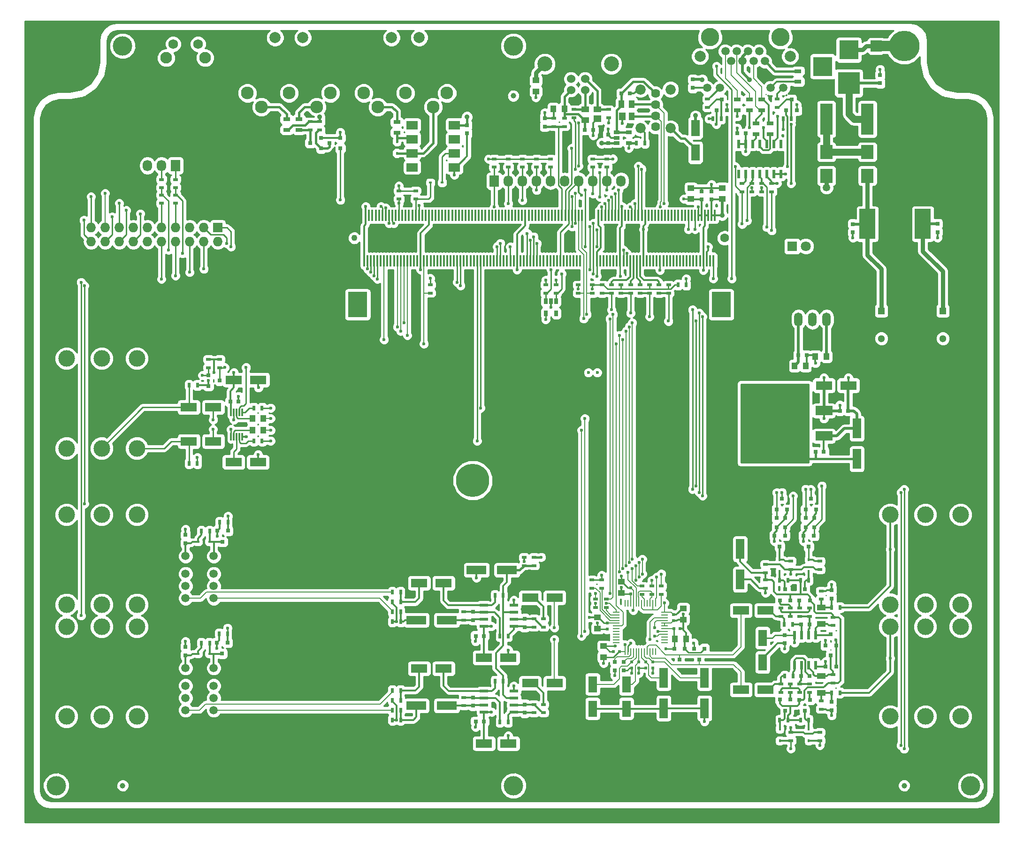
<source format=gbr>
G04 #@! TF.FileFunction,Copper,L1,Top,Signal*
%FSLAX46Y46*%
G04 Gerber Fmt 4.6, Leading zero omitted, Abs format (unit mm)*
G04 Created by KiCad (PCBNEW no-vcs-found-product) date Tue 08 Dec 2015 09:39:45 PM BRST*
%MOMM*%
G01*
G04 APERTURE LIST*
%ADD10C,0.100000*%
%ADD11C,0.304800*%
%ADD12R,1.600200X3.599180*%
%ADD13R,1.300000X0.250000*%
%ADD14R,0.250000X1.300000*%
%ADD15C,2.300000*%
%ADD16C,2.000000*%
%ADD17C,1.600000*%
%ADD18C,1.100000*%
%ADD19R,3.500000X4.600000*%
%ADD20R,0.350000X2.000000*%
%ADD21R,3.048000X1.651000*%
%ADD22R,6.096000X6.096000*%
%ADD23R,0.750000X0.800000*%
%ADD24R,1.300000X1.300000*%
%ADD25C,1.300000*%
%ADD26R,0.800000X0.750000*%
%ADD27R,1.250000X1.000000*%
%ADD28R,1.000000X1.250000*%
%ADD29R,1.600000X1.000000*%
%ADD30R,1.399540X1.198880*%
%ADD31R,1.399540X1.000760*%
%ADD32R,1.198880X1.399540*%
%ADD33R,1.000760X1.399540*%
%ADD34R,2.300000X5.600000*%
%ADD35R,2.900680X5.400040*%
%ADD36C,1.620000*%
%ADD37C,1.850000*%
%ADD38R,1.727200X2.032000*%
%ADD39O,1.727200X2.032000*%
%ADD40R,0.900000X0.500000*%
%ADD41R,0.500000X0.900000*%
%ADD42R,1.300000X0.700000*%
%ADD43C,2.100000*%
%ADD44C,1.750000*%
%ADD45R,0.600000X1.550000*%
%ADD46R,1.550000X0.600000*%
%ADD47R,0.300000X1.400000*%
%ADD48R,2.032000X1.524000*%
%ADD49R,0.600000X1.500000*%
%ADD50C,1.501140*%
%ADD51C,3.300000*%
%ADD52C,3.000000*%
%ADD53R,4.000000X4.000000*%
%ADD54R,3.500000X3.500000*%
%ADD55R,0.450000X0.590000*%
%ADD56R,0.590000X0.450000*%
%ADD57R,1.060000X0.650000*%
%ADD58R,0.800100X0.800100*%
%ADD59R,2.301240X2.499360*%
%ADD60C,1.000000*%
%ADD61C,3.500000*%
%ADD62C,1.500000*%
%ADD63C,1.524000*%
%ADD64C,2.700020*%
%ADD65R,1.727200X1.727200*%
%ADD66O,1.727200X1.727200*%
%ADD67R,0.650000X1.060000*%
%ADD68C,6.000000*%
%ADD69R,3.599180X1.600200*%
%ADD70R,2.000000X2.000000*%
%ADD71C,5.500000*%
%ADD72R,2.999740X1.600200*%
%ADD73R,1.600200X2.999740*%
%ADD74O,1.501140X2.499360*%
%ADD75R,1.800000X1.800000*%
%ADD76C,1.800000*%
%ADD77R,0.600000X0.500000*%
%ADD78R,0.500000X0.600000*%
%ADD79C,0.600000*%
%ADD80C,0.900000*%
%ADD81C,1.350000*%
%ADD82C,0.508000*%
%ADD83C,0.762000*%
%ADD84C,0.381000*%
%ADD85C,0.254000*%
%ADD86C,0.203200*%
%ADD87C,1.270000*%
G04 APERTURE END LIST*
D10*
D11*
X136692640Y746760D02*
X139430640Y746760D01*
X139430640Y492760D02*
X136692640Y492760D01*
X136692640Y238760D02*
X139430640Y238760D01*
X139430640Y-15240D02*
X136692640Y-15240D01*
X136692640Y-269240D02*
X139430640Y-269240D01*
X139430640Y-523240D02*
X136692640Y-523240D01*
X136692640Y-777240D02*
X139430640Y-777240D01*
D12*
X97609660Y-114035840D03*
X97609660Y-119537480D03*
D13*
X89043260Y-102182480D03*
X89043260Y-102682480D03*
X89043260Y-103182480D03*
X89043260Y-103682480D03*
X89043260Y-104182480D03*
X89043260Y-104682480D03*
X89043260Y-105182480D03*
X89043260Y-105682480D03*
X89043260Y-106182480D03*
X89043260Y-106682480D03*
X89043260Y-107182480D03*
X89043260Y-107682480D03*
D14*
X90643260Y-109282480D03*
X91143260Y-109282480D03*
X91643260Y-109282480D03*
X92143260Y-109282480D03*
X92643260Y-109282480D03*
X93143260Y-109282480D03*
X93643260Y-109282480D03*
X94143260Y-109282480D03*
X94643260Y-109282480D03*
X95143260Y-109282480D03*
X95643260Y-109282480D03*
X96143260Y-109282480D03*
D13*
X97743260Y-107682480D03*
X97743260Y-107182480D03*
X97743260Y-106682480D03*
X97743260Y-106182480D03*
X97743260Y-105682480D03*
X97743260Y-105182480D03*
X97743260Y-104682480D03*
X97743260Y-104182480D03*
X97743260Y-103682480D03*
X97743260Y-103182480D03*
X97743260Y-102682480D03*
X97743260Y-102182480D03*
D14*
X96143260Y-100582480D03*
X95643260Y-100582480D03*
X95143260Y-100582480D03*
X94643260Y-100582480D03*
X94143260Y-100582480D03*
X93643260Y-100582480D03*
X93143260Y-100582480D03*
X92643260Y-100582480D03*
X92143260Y-100582480D03*
X91643260Y-100582480D03*
X91143260Y-100582480D03*
X90643260Y-100582480D03*
D15*
X56014740Y-11011540D03*
D16*
X48514740Y1488460D03*
D15*
X58514740Y-8511540D03*
X51014740Y-8511540D03*
X43514740Y-8511540D03*
X46014740Y-11011540D03*
D16*
X53514740Y1488460D03*
D15*
X35010720Y-11011540D03*
D16*
X27510720Y1488460D03*
D15*
X37510720Y-8511540D03*
X30010720Y-8511540D03*
X22510720Y-8511540D03*
X25010720Y-11011540D03*
D16*
X32510720Y1488460D03*
D17*
X108606860Y-34671000D03*
D18*
X41806860Y-34671000D03*
D19*
X42406860Y-46671000D03*
X108006860Y-46671000D03*
D20*
X106856860Y-30571000D03*
X106256860Y-30571000D03*
X105656860Y-30571000D03*
X105056860Y-30571000D03*
X104456860Y-30571000D03*
X103856860Y-30571000D03*
X103256860Y-30571000D03*
X102656860Y-30571000D03*
X102056860Y-30571000D03*
X101456860Y-30571000D03*
X100856860Y-30571000D03*
X100256860Y-30571000D03*
X99656860Y-30571000D03*
X99056860Y-30571000D03*
X98456860Y-30571000D03*
X97856860Y-30571000D03*
X97256860Y-30571000D03*
X96656860Y-30571000D03*
X96056860Y-30571000D03*
X95456860Y-30571000D03*
X94856860Y-30571000D03*
X94256860Y-30571000D03*
X93656860Y-30571000D03*
X93056860Y-30571000D03*
X92456860Y-30571000D03*
X91856860Y-30571000D03*
X91256860Y-30571000D03*
X90656860Y-30571000D03*
X90056860Y-30571000D03*
X89456860Y-30571000D03*
X88856860Y-30571000D03*
X88256860Y-30571000D03*
X87656860Y-30571000D03*
X87056860Y-30571000D03*
X86456860Y-30571000D03*
X85856860Y-30571000D03*
X82856860Y-30571000D03*
X82256860Y-30571000D03*
X81656860Y-30571000D03*
X81056860Y-30571000D03*
X80456860Y-30571000D03*
X79856860Y-30571000D03*
X79256860Y-30571000D03*
X78656860Y-30571000D03*
X78056860Y-30571000D03*
X77456860Y-30571000D03*
X76856860Y-30571000D03*
X76256860Y-30571000D03*
X75656860Y-30571000D03*
X75056860Y-30571000D03*
X74456860Y-30571000D03*
X73856860Y-30571000D03*
X73256860Y-30571000D03*
X72656860Y-30571000D03*
X72056860Y-30571000D03*
X71456860Y-30571000D03*
X70856860Y-30571000D03*
X70256860Y-30571000D03*
X69656860Y-30571000D03*
X69056860Y-30571000D03*
X68456860Y-30571000D03*
X67856860Y-30571000D03*
X67256860Y-30571000D03*
X66656860Y-30571000D03*
X66056860Y-30571000D03*
X65456860Y-30571000D03*
X64856860Y-30571000D03*
X64256860Y-30571000D03*
X63656860Y-30571000D03*
X63056860Y-30571000D03*
X62456860Y-30571000D03*
X61856860Y-30571000D03*
X61256860Y-30571000D03*
X60656860Y-30571000D03*
X60056860Y-30571000D03*
X59456860Y-30571000D03*
X58856860Y-30571000D03*
X58256860Y-30571000D03*
X57656860Y-30571000D03*
X57056860Y-30571000D03*
X56456860Y-30571000D03*
X55856860Y-30571000D03*
X55256860Y-30571000D03*
X54656860Y-30571000D03*
X54056860Y-30571000D03*
X53456860Y-30571000D03*
X52856860Y-30571000D03*
X52256860Y-30571000D03*
X51656860Y-30571000D03*
X51056860Y-30571000D03*
X50456860Y-30571000D03*
X49856860Y-30571000D03*
X49256860Y-30571000D03*
X48656860Y-30571000D03*
X48056860Y-30571000D03*
X47456860Y-30571000D03*
X46856860Y-30571000D03*
X46256860Y-30571000D03*
X45656860Y-30571000D03*
X45056860Y-30571000D03*
X44456860Y-30571000D03*
X43856860Y-30571000D03*
X106556860Y-38771000D03*
X105956860Y-38771000D03*
X105356860Y-38771000D03*
X104756860Y-38771000D03*
X104156860Y-38771000D03*
X103556860Y-38771000D03*
X102956860Y-38771000D03*
X102356860Y-38771000D03*
X101756860Y-38771000D03*
X101156860Y-38771000D03*
X100556860Y-38771000D03*
X99956860Y-38771000D03*
X99356860Y-38771000D03*
X98756860Y-38771000D03*
X98156860Y-38771000D03*
X97556860Y-38771000D03*
X96956860Y-38771000D03*
X96356860Y-38771000D03*
X95756860Y-38771000D03*
X95156860Y-38771000D03*
X94556860Y-38771000D03*
X93956860Y-38771000D03*
X93356860Y-38771000D03*
X92756860Y-38771000D03*
X92156860Y-38771000D03*
X91556860Y-38771000D03*
X90956860Y-38771000D03*
X90356860Y-38771000D03*
X89756860Y-38771000D03*
X89156860Y-38771000D03*
X88556860Y-38771000D03*
X87956860Y-38771000D03*
X87356860Y-38771000D03*
X86756860Y-38771000D03*
X86156860Y-38771000D03*
X85556860Y-38771000D03*
X82556860Y-38771000D03*
X81956860Y-38771000D03*
X81356860Y-38771000D03*
X80756860Y-38771000D03*
X80156860Y-38771000D03*
X79556860Y-38771000D03*
X78956860Y-38771000D03*
X78356860Y-38771000D03*
X77756860Y-38771000D03*
X77156860Y-38771000D03*
X76556860Y-38771000D03*
X75956860Y-38771000D03*
X75356860Y-38771000D03*
X74756860Y-38771000D03*
X74156860Y-38771000D03*
X73556860Y-38771000D03*
X72956860Y-38771000D03*
X72356860Y-38771000D03*
X71756860Y-38771000D03*
X71156860Y-38771000D03*
X70556860Y-38771000D03*
X69956860Y-38771000D03*
X69356860Y-38771000D03*
X68756860Y-38771000D03*
X68156860Y-38771000D03*
X67556860Y-38771000D03*
X66956860Y-38771000D03*
X66356860Y-38771000D03*
X65756860Y-38771000D03*
X65156860Y-38771000D03*
X64556860Y-38771000D03*
X63956860Y-38771000D03*
X63356860Y-38771000D03*
X62756860Y-38771000D03*
X62156860Y-38771000D03*
X61556860Y-38771000D03*
X60956860Y-38771000D03*
X60356860Y-38771000D03*
X59756860Y-38771000D03*
X59156860Y-38771000D03*
X58556860Y-38771000D03*
X57956860Y-38771000D03*
X57356860Y-38771000D03*
X56756860Y-38771000D03*
X56156860Y-38771000D03*
X55556860Y-38771000D03*
X54956860Y-38771000D03*
X54356860Y-38771000D03*
X53756860Y-38771000D03*
X53156860Y-38771000D03*
X52556860Y-38771000D03*
X51956860Y-38771000D03*
X51356860Y-38771000D03*
X50756860Y-38771000D03*
X50156860Y-38771000D03*
X49556860Y-38771000D03*
X48956860Y-38771000D03*
X48356860Y-38771000D03*
X47756860Y-38771000D03*
X47156860Y-38771000D03*
X46556860Y-38771000D03*
X45956860Y-38771000D03*
X45356860Y-38771000D03*
X44756860Y-38771000D03*
X44156860Y-38771000D03*
X43556860Y-38771000D03*
D21*
X126512320Y-70401180D03*
D22*
X120162320Y-68115180D03*
D21*
X126512320Y-65829180D03*
D23*
X131747260Y-32148080D03*
X131747260Y-33648080D03*
D24*
X136878060Y-47807880D03*
D25*
X136878060Y-52807880D03*
D23*
X147012660Y-32097280D03*
X147012660Y-33597280D03*
D24*
X147977860Y-47807880D03*
D25*
X147977860Y-52807880D03*
D26*
X129397060Y-65841880D03*
X130897060Y-65841880D03*
X125002860Y-73233280D03*
X126502860Y-73233280D03*
X121883740Y-55803800D03*
X123383740Y-55803800D03*
D27*
X89964260Y-98718880D03*
X89964260Y-96718880D03*
X86763860Y-108301280D03*
X86763860Y-110301280D03*
D28*
X99632260Y-106989880D03*
X101632260Y-106989880D03*
D27*
X108176060Y-27624280D03*
X108176060Y-25624280D03*
D23*
X106245660Y-27729880D03*
X106245660Y-26229880D03*
X119430800Y-107818620D03*
X119430800Y-106318620D03*
D26*
X65187260Y-106481880D03*
X63687260Y-106481880D03*
X65187260Y-121950480D03*
X63687260Y-121950480D03*
X19415060Y-64216280D03*
X20915060Y-64216280D03*
D23*
X87563960Y-17519080D03*
X87563960Y-16019080D03*
D28*
X79699360Y-11358880D03*
X77699360Y-11358880D03*
D26*
X84910360Y-15181580D03*
X83410360Y-15181580D03*
X91463560Y-8539480D03*
X89963560Y-8539480D03*
D23*
X76159360Y-14534580D03*
X76159360Y-13034580D03*
X62141100Y-14276640D03*
X62141100Y-15776640D03*
X136649460Y-6724080D03*
X136649460Y-5224080D03*
X102872540Y-6057200D03*
X102872540Y-7557200D03*
X88821260Y-111167480D03*
X88821260Y-112667480D03*
X90421460Y-111167480D03*
X90421460Y-112667480D03*
D29*
X126009400Y-104342060D03*
X126009400Y-101342060D03*
D23*
X127901700Y-98218560D03*
X127901700Y-99718560D03*
D26*
X122389200Y-104391460D03*
X123889200Y-104391460D03*
D29*
X126006860Y-113744880D03*
X126006860Y-116744880D03*
D23*
X127901700Y-119860760D03*
X127901700Y-118360760D03*
D26*
X123889200Y-113687860D03*
X122389200Y-113687860D03*
D23*
X72514460Y-104869680D03*
X72514460Y-103369680D03*
X63243460Y-103599680D03*
X63243460Y-102099680D03*
X72514460Y-120338280D03*
X72514460Y-118838280D03*
X63243460Y-119068280D03*
X63243460Y-117568280D03*
D28*
X23406860Y-69372480D03*
X25406860Y-69372480D03*
X23406860Y-67238880D03*
X25406860Y-67238880D03*
D30*
X85628480Y-13169900D03*
D31*
X85628480Y-11450320D03*
X83428840Y-11450320D03*
X83428840Y-13350240D03*
D32*
X90147140Y-12687300D03*
D33*
X91866720Y-12687300D03*
X91866720Y-10487660D03*
X89966800Y-10487660D03*
D34*
X134380460Y-13213080D03*
X126980460Y-13213080D03*
D35*
X134366000Y-32136080D03*
X144368520Y-32136080D03*
D27*
X74559160Y-6218680D03*
X74559160Y-8218680D03*
D36*
X96136460Y-8590280D03*
X96136460Y-10590280D03*
X96136460Y-12590280D03*
D37*
X98856460Y-7860280D03*
D36*
X96136460Y-14590280D03*
D37*
X98856460Y-14860280D03*
X93416460Y-7860280D03*
X93416460Y-14860280D03*
D38*
X67053460Y-24384380D03*
D39*
X69593460Y-24384380D03*
X72133460Y-24384380D03*
X74673460Y-24384380D03*
X77213460Y-24384380D03*
X79753460Y-24384380D03*
X82293460Y-24384380D03*
X84833460Y-24384380D03*
X87373460Y-24384380D03*
X89913460Y-24384380D03*
D38*
X9547860Y-21595080D03*
D39*
X7007860Y-21595080D03*
X4467860Y-21595080D03*
D40*
X55501540Y-44615800D03*
X55501540Y-43115800D03*
X84757260Y-44620880D03*
X84757260Y-43120880D03*
X82166460Y-44620880D03*
X82166460Y-43120880D03*
X85316060Y-101364480D03*
X85316060Y-99864480D03*
X87246460Y-101364480D03*
X87246460Y-99864480D03*
X84655660Y-96359280D03*
X84655660Y-97859280D03*
X86408260Y-96359280D03*
X86408260Y-97859280D03*
D41*
X100187060Y-43134280D03*
X101687060Y-43134280D03*
D40*
X125790960Y-93006480D03*
X125790960Y-94506480D03*
D41*
X122287600Y-96403160D03*
X123787600Y-96403160D03*
D40*
X120558560Y-92955680D03*
X120558560Y-94455680D03*
D41*
X120041100Y-96428560D03*
X118541100Y-96428560D03*
D40*
X98485960Y-43120880D03*
X98485960Y-44620880D03*
X95056960Y-44620880D03*
X95056960Y-43120880D03*
X125790960Y-125380180D03*
X125790960Y-123880180D03*
D41*
X122287600Y-121676160D03*
X123787600Y-121676160D03*
D40*
X120558560Y-125380180D03*
X120558560Y-123880180D03*
D41*
X118541100Y-121676160D03*
X120041100Y-121676160D03*
D40*
X89913460Y-44620880D03*
X89913460Y-43120880D03*
X86484460Y-44620880D03*
X86484460Y-43120880D03*
D41*
X15682660Y-87584280D03*
X14182660Y-87584280D03*
X17484660Y-85958680D03*
X18984660Y-85958680D03*
D40*
X17498060Y-58057480D03*
X17498060Y-56557480D03*
X15491460Y-58057480D03*
X15491460Y-56557480D03*
X79689960Y-13034580D03*
X79689960Y-14534580D03*
X77823060Y-14534580D03*
X77823060Y-13034580D03*
D41*
X92719460Y-17518380D03*
X94219460Y-17518380D03*
D42*
X29588460Y-13253680D03*
X29588460Y-15153680D03*
D40*
X33804860Y-13656880D03*
X33804860Y-15156880D03*
D42*
X49471580Y-15641360D03*
X49471580Y-13741360D03*
D40*
X52854860Y-27628280D03*
X52854860Y-26128280D03*
D42*
X31798260Y-13253680D03*
X31798260Y-15153680D03*
D40*
X35557460Y-13656880D03*
X35557460Y-15156880D03*
D41*
X120660860Y-13162280D03*
X119160860Y-13162280D03*
D42*
X114272060Y-13990280D03*
X114272060Y-15890280D03*
D40*
X111757460Y-24832880D03*
X111757460Y-26332880D03*
D42*
X116837460Y-13990280D03*
X116837460Y-15890280D03*
X110919260Y-9697680D03*
X110919260Y-11597680D03*
D41*
X107986260Y-13162280D03*
X106486260Y-13162280D03*
D40*
X117091460Y-24832880D03*
X117091460Y-26332880D03*
D42*
X113103660Y-9697680D03*
X113103660Y-11597680D03*
D40*
X67053460Y-20387880D03*
X67053460Y-21887880D03*
X69596380Y-20387880D03*
X69596380Y-21887880D03*
X72136380Y-20387880D03*
X72136380Y-21887880D03*
X77216380Y-20387880D03*
X77216380Y-21887880D03*
X84833460Y-20387880D03*
X84833460Y-21887880D03*
X87373460Y-20387880D03*
X87373460Y-21887880D03*
X74676380Y-20387880D03*
X74676380Y-21887880D03*
X118082060Y-9592880D03*
X118082060Y-11092880D03*
X105509060Y-9592880D03*
X105509060Y-11092880D03*
X128143000Y-104608060D03*
X128143000Y-103108060D03*
D41*
X127901000Y-101343460D03*
X129401000Y-101343460D03*
X120892000Y-104391460D03*
X119392000Y-104391460D03*
D40*
X126009400Y-98370960D03*
X126009400Y-99870960D03*
X123901200Y-102931660D03*
X123901200Y-101431660D03*
X118719600Y-101431660D03*
X118719600Y-102931660D03*
X128143000Y-113471260D03*
X128143000Y-114971260D03*
X122174000Y-101431660D03*
X122174000Y-102931660D03*
X120446800Y-101431660D03*
X120446800Y-102931660D03*
D41*
X127901000Y-116735860D03*
X129401000Y-116735860D03*
X120930100Y-113725960D03*
X119430100Y-113725960D03*
D40*
X126009400Y-119708360D03*
X126009400Y-118208360D03*
X122174000Y-115147660D03*
X122174000Y-116647660D03*
X118719600Y-116647660D03*
X118719600Y-115147660D03*
X123901200Y-116647660D03*
X123901200Y-115147660D03*
X120446800Y-116647660D03*
X120446800Y-115147660D03*
X115973860Y-95065280D03*
X115973860Y-93565280D03*
X115973860Y-97859280D03*
X115973860Y-96359280D03*
X74190860Y-104869680D03*
X74190860Y-103369680D03*
X61567060Y-103599680D03*
X61567060Y-102099680D03*
X75918060Y-104869680D03*
X75918060Y-103369680D03*
D41*
X68056060Y-106532680D03*
X69556060Y-106532680D03*
X48650460Y-102138480D03*
X50150460Y-102138480D03*
X67167060Y-99166680D03*
X68667060Y-99166680D03*
X48650460Y-103916480D03*
X50150460Y-103916480D03*
X48650460Y-98582480D03*
X50150460Y-98582480D03*
X48650460Y-100360480D03*
X50150460Y-100360480D03*
D40*
X74190860Y-120338280D03*
X74190860Y-118838280D03*
X61567060Y-119068280D03*
X61567060Y-117568280D03*
X75918060Y-120338280D03*
X75918060Y-118838280D03*
D41*
X68056060Y-122001280D03*
X69556060Y-122001280D03*
X48650460Y-119867680D03*
X50150460Y-119867680D03*
X67167060Y-114635280D03*
X68667060Y-114635280D03*
X48650460Y-121645680D03*
X50150460Y-121645680D03*
X48650460Y-116311680D03*
X50150460Y-116311680D03*
X48650460Y-118089680D03*
X50150460Y-118089680D03*
D40*
X72438260Y-93795280D03*
X72438260Y-92295280D03*
X74216260Y-92295280D03*
X74216260Y-93795280D03*
D41*
X13472860Y-75341480D03*
X11972860Y-75341480D03*
X13498260Y-61244480D03*
X11998260Y-61244480D03*
D43*
X14865900Y-2154720D03*
D44*
X13605900Y335280D03*
X9105900Y335280D03*
D43*
X7855900Y-2154720D03*
D45*
X121226580Y-111737100D03*
X122496580Y-111737100D03*
X123766580Y-111737100D03*
X125036580Y-111737100D03*
X125036580Y-106337100D03*
X123766580Y-106337100D03*
X122496580Y-106337100D03*
X121226580Y-106337100D03*
D46*
X70578960Y-104754680D03*
X70578960Y-103484680D03*
X70578960Y-102214680D03*
X70578960Y-100944680D03*
X65178960Y-100944680D03*
X65178960Y-102214680D03*
X65178960Y-103484680D03*
X65178960Y-104754680D03*
D47*
X19571460Y-70505680D03*
X20071460Y-70505680D03*
X20571460Y-70505680D03*
X21071460Y-70505680D03*
X21571460Y-70505680D03*
X21571460Y-66105680D03*
X21071460Y-66105680D03*
X20571460Y-66105680D03*
X20071460Y-66105680D03*
X19571460Y-66105680D03*
D48*
X52219860Y-14279880D03*
X52219860Y-16819880D03*
X52219860Y-19359880D03*
X52219860Y-21899880D03*
X59839860Y-21899880D03*
X59839860Y-19359880D03*
X59839860Y-16819880D03*
X59839860Y-14279880D03*
D49*
X111122460Y-23101280D03*
X112392460Y-23101280D03*
X113662460Y-23101280D03*
X114932460Y-23101280D03*
X116202460Y-23101280D03*
X117472460Y-23101280D03*
X118742460Y-23101280D03*
X118742460Y-17701280D03*
X117472460Y-17701280D03*
X116202460Y-17701280D03*
X114932460Y-17701280D03*
X113662460Y-17701280D03*
X112392460Y-17701280D03*
X111122460Y-17701280D03*
D16*
X120418860Y-1859280D03*
D50*
X105432860Y-7574280D03*
X107718860Y-7574280D03*
X116862860Y-7574280D03*
X119148860Y-7574280D03*
X115846860Y-2748280D03*
X113814860Y-2748280D03*
X111782860Y-2748280D03*
X109750860Y-2748280D03*
X112798860Y-970280D03*
X110766860Y-970280D03*
X114830860Y-970280D03*
X108734860Y-970280D03*
D51*
X105940860Y1569720D03*
X118640860Y1569720D03*
D16*
X104162860Y-1859280D03*
D52*
X-3792220Y-56393680D03*
X2557780Y-56393680D03*
X-10142220Y-56393680D03*
X-3792220Y-72623680D03*
X2557780Y-72623680D03*
X-10142220Y-72623680D03*
X144802860Y-100817080D03*
X138452860Y-100817080D03*
X151152860Y-100817080D03*
X144802860Y-84587080D03*
X138452860Y-84587080D03*
X151152860Y-84587080D03*
X144802860Y-121022780D03*
X138452860Y-121022780D03*
X151152860Y-121022780D03*
X144802860Y-104792780D03*
X138452860Y-104792780D03*
X151152860Y-104792780D03*
X-3792220Y-84592760D03*
X2557780Y-84592760D03*
X-10142220Y-84592760D03*
X-3792220Y-100822760D03*
X2557780Y-100822760D03*
X-10142220Y-100822760D03*
X-3792220Y-104790840D03*
X2557780Y-104790840D03*
X-10142220Y-104790840D03*
X-3792220Y-121020840D03*
X2557780Y-121020840D03*
X-10142220Y-121020840D03*
D53*
X131008120Y-6715760D03*
D54*
X131008120Y-713220D03*
X126308120Y-3713220D03*
D55*
X123784360Y-92706560D03*
X123784360Y-94816560D03*
X118541800Y-92706560D03*
X118541800Y-94816560D03*
X123784360Y-125380380D03*
X123784360Y-123270380D03*
X118551960Y-125380380D03*
X118551960Y-123270380D03*
D56*
X13572860Y-89489280D03*
X15682860Y-89489280D03*
D55*
X49476660Y-17248240D03*
X49476660Y-19358240D03*
D56*
X57643660Y-24668480D03*
X55533660Y-24668480D03*
D42*
X115288060Y-11597680D03*
X115288060Y-9697680D03*
D26*
X112380460Y-15778480D03*
X110880460Y-15778480D03*
D57*
X89143660Y-15615880D03*
X89143660Y-16565880D03*
X89143660Y-17515880D03*
X91343660Y-17515880D03*
X91343660Y-15615880D03*
D58*
X101429860Y-108783120D03*
X99529860Y-108783120D03*
X100479860Y-110782100D03*
X104960460Y-108783120D03*
X103060460Y-108783120D03*
X104010460Y-110782100D03*
X126809460Y-108219240D03*
X128709460Y-108219240D03*
X127759460Y-106220260D03*
X126812000Y-111996220D03*
X128712000Y-111996220D03*
X127762000Y-109997240D03*
X122087600Y-100058220D03*
X123987600Y-100058220D03*
X123037600Y-98059240D03*
X118595100Y-100058220D03*
X120495100Y-100058220D03*
X119545100Y-98059240D03*
X124726740Y-88381840D03*
X122826740Y-88381840D03*
X123776740Y-90380820D03*
X119494340Y-88381840D03*
X117594340Y-88381840D03*
X118544340Y-90380820D03*
X123987600Y-118008400D03*
X122087600Y-118008400D03*
X123037600Y-120007380D03*
X120495100Y-117970300D03*
X118595100Y-117970300D03*
X119545100Y-119969280D03*
X118000740Y-83677760D03*
X119900740Y-83677760D03*
X118950740Y-81678780D03*
X123233140Y-83677760D03*
X125133140Y-83677760D03*
X124183140Y-81678780D03*
X18981460Y-87497920D03*
X17081460Y-87497920D03*
X18031460Y-89496900D03*
X15481300Y-59456280D03*
X15481300Y-61356280D03*
X17480280Y-60406280D03*
X35821620Y-18481080D03*
X35821620Y-16581080D03*
X33822640Y-17531080D03*
X39276020Y-18481080D03*
X39276020Y-16581080D03*
X37277040Y-17531080D03*
D59*
X126972060Y-23439120D03*
X126972060Y-19141440D03*
X134363460Y-23439120D03*
X134363460Y-19141440D03*
D56*
X13572860Y-109707680D03*
X15682860Y-109707680D03*
D60*
X2540Y-133502400D03*
X141013180Y-133499860D03*
X70492620Y-9006840D03*
D61*
X70500240Y-133502400D03*
X70500240Y0D03*
X-11998960Y-133499860D03*
X152999440Y-133502400D03*
X0Y0D03*
D62*
X16431260Y-92080080D03*
X11351260Y-92080080D03*
X11351260Y-95280080D03*
X11351260Y-97480080D03*
X11351260Y-99680080D03*
X16431260Y-95280080D03*
X16431260Y-97480080D03*
X16431260Y-99680080D03*
X16431260Y-112273080D03*
X11351260Y-112273080D03*
X11351260Y-115473080D03*
X11351260Y-117673080D03*
X11351260Y-119873080D03*
X16431260Y-115473080D03*
X16431260Y-117673080D03*
X16431260Y-119873080D03*
D63*
X83433920Y-7947660D03*
X80893920Y-7947660D03*
X80893920Y-5948680D03*
X83433920Y-5948680D03*
D64*
X88163400Y-3248660D03*
X76164440Y-3248660D03*
D65*
X17173180Y-32769700D03*
D66*
X17173180Y-35309700D03*
X14633180Y-32769700D03*
X14633180Y-35309700D03*
X12093180Y-32769700D03*
X12093180Y-35309700D03*
X9553180Y-32769700D03*
X9553180Y-35309700D03*
X7013180Y-32769700D03*
X7013180Y-35309700D03*
X4473180Y-32769700D03*
X4473180Y-35309700D03*
X1933180Y-32769700D03*
X1933180Y-35309700D03*
X-606820Y-32769700D03*
X-606820Y-35309700D03*
X-3146820Y-32769700D03*
X-3146820Y-35309700D03*
X-5686820Y-32769700D03*
X-5686820Y-35309700D03*
D58*
X18905260Y-107690920D03*
X17005260Y-107690920D03*
X17955260Y-109689900D03*
X107124460Y-11648440D03*
X109024460Y-11648440D03*
X108074460Y-9649460D03*
X119722860Y-11648440D03*
X121622860Y-11648440D03*
X120672860Y-9649460D03*
D40*
X78204060Y-44620880D03*
X78204060Y-43120880D03*
X76324460Y-43120880D03*
X76324460Y-44620880D03*
X49857660Y-26128280D03*
X49857660Y-27628280D03*
D41*
X15682660Y-107777280D03*
X14182660Y-107777280D03*
X17408460Y-106100880D03*
X18908460Y-106100880D03*
D40*
X113535460Y-26332880D03*
X113535460Y-24832880D03*
X115313460Y-24832880D03*
X115313460Y-26332880D03*
D67*
X78214260Y-46047480D03*
X77264260Y-46047480D03*
X76314260Y-46047480D03*
X76314260Y-48247480D03*
X78214260Y-48247480D03*
D68*
X63157100Y-78409800D03*
D28*
X126981460Y-56037480D03*
X124981460Y-56037480D03*
X121222260Y-57739280D03*
X123222260Y-57739280D03*
D27*
X101152960Y-103519480D03*
X101152960Y-101519480D03*
X85658960Y-105157780D03*
X85658960Y-103157780D03*
D23*
X11351260Y-89756680D03*
X11351260Y-88256680D03*
X11351260Y-109949680D03*
X11351260Y-108449680D03*
D69*
X58475880Y-103611680D03*
X52974240Y-103611680D03*
X58475880Y-119080280D03*
X52974240Y-119080280D03*
D40*
X95450660Y-98976880D03*
X95450660Y-97476880D03*
X97177860Y-98976880D03*
X97177860Y-97476880D03*
X93723460Y-98976880D03*
X93723460Y-97476880D03*
X96771460Y-44620880D03*
X96771460Y-43120880D03*
X91627960Y-44620880D03*
X91627960Y-43120880D03*
X93342460Y-44620880D03*
X93342460Y-43120880D03*
X88198960Y-44620880D03*
X88198960Y-43120880D03*
D41*
X23656860Y-71277480D03*
X25156860Y-71277480D03*
X23656860Y-65333880D03*
X25156860Y-65333880D03*
D40*
X87652860Y-12947080D03*
X87652860Y-11447080D03*
X81404460Y-12947080D03*
X81404460Y-11447080D03*
D42*
X121841260Y-4566880D03*
X121841260Y-6466880D03*
D40*
X9547860Y-28390280D03*
X9547860Y-26890280D03*
X7007860Y-28390280D03*
X7007860Y-26890280D03*
X9547860Y-24096280D03*
X9547860Y-25596280D03*
X7007860Y-24096280D03*
X7007860Y-25596280D03*
D46*
X70578960Y-120223280D03*
X70578960Y-118953280D03*
X70578960Y-117683280D03*
X70578960Y-116413280D03*
X65178960Y-116413280D03*
X65178960Y-117683280D03*
X65178960Y-118953280D03*
X65178960Y-120223280D03*
D70*
X135930640Y-15240D03*
D71*
X141010640Y-15240D03*
D72*
X115963700Y-101884480D03*
X111564420Y-101884480D03*
X20073620Y-60279280D03*
X24472900Y-60279280D03*
X65184020Y-125887480D03*
X69583300Y-125887480D03*
X65184020Y-110418880D03*
X69583300Y-110418880D03*
D73*
X115458240Y-106837460D03*
X115458240Y-111236740D03*
X90878660Y-115204240D03*
X90878660Y-119603520D03*
X84808060Y-115204240D03*
X84808060Y-119603520D03*
D72*
X126525020Y-61269880D03*
X130924300Y-61269880D03*
X20022820Y-75138280D03*
X24422100Y-75138280D03*
X16344900Y-65232280D03*
X11945620Y-65232280D03*
X16344900Y-71379080D03*
X11945620Y-71379080D03*
X57899300Y-112374680D03*
X53500020Y-112374680D03*
X73515220Y-115016280D03*
X77914500Y-115016280D03*
X57899300Y-96931480D03*
X53500020Y-96931480D03*
X73515220Y-99547680D03*
X77914500Y-99547680D03*
X115963700Y-116184680D03*
X111564420Y-116184680D03*
D12*
X104975660Y-114035840D03*
X104975660Y-119537480D03*
X132458460Y-74536300D03*
X132458460Y-69034660D03*
D69*
X69347080Y-94594680D03*
X63845440Y-94594680D03*
D12*
X111406940Y-90797380D03*
X111406940Y-96299020D03*
D26*
X123229940Y-86842600D03*
X124729940Y-86842600D03*
X119497540Y-85217000D03*
X117997540Y-85217000D03*
X117997540Y-86842600D03*
X119497540Y-86842600D03*
X124729940Y-85217000D03*
X123229940Y-85217000D03*
D73*
X103324660Y-14848840D03*
X103324660Y-19248120D03*
D74*
X124457460Y-49357280D03*
X126997460Y-49357280D03*
X121917460Y-49357280D03*
D75*
X120774460Y-36149280D03*
D76*
X123274460Y-36149280D03*
D77*
X88499860Y-109275880D03*
X89599860Y-109275880D03*
D78*
X99413060Y-103729880D03*
X99413060Y-102629880D03*
X91640660Y-97803880D03*
X91640660Y-98903880D03*
D77*
X99421860Y-105186480D03*
X100521860Y-105186480D03*
D78*
X87436960Y-105279280D03*
X87436960Y-104179280D03*
X91869260Y-111189680D03*
X91869260Y-112289680D03*
X93139260Y-111189680D03*
X93139260Y-112289680D03*
X94409260Y-111189680D03*
X94409260Y-112289680D03*
X95679260Y-111189680D03*
X95679260Y-112289680D03*
D27*
X102511860Y-27624280D03*
X102511860Y-25624280D03*
D23*
X104442260Y-27729880D03*
X104442260Y-26229880D03*
D79*
X75516740Y-92278200D03*
X82781140Y-26949400D03*
X102059740Y-33096200D03*
X93956860Y-33096200D03*
X103253540Y-33096200D03*
X96954340Y-40462200D03*
X104752140Y-40462200D03*
X85549740Y-41554400D03*
X89766140Y-41554400D03*
X77269340Y-47167800D03*
X90070940Y-28981400D03*
X71147940Y-40386000D03*
X136654540Y-4216400D03*
X119153940Y-15113000D03*
X119636540Y-23114000D03*
X115318540Y-25577800D03*
X105768140Y-13157200D03*
X110873540Y-14808200D03*
X104980740Y-121945400D03*
X49405540Y-103911400D03*
X49405540Y-121640600D03*
X13464540Y-74295000D03*
X20906740Y-63220600D03*
X22329140Y-70510400D03*
X24437340Y-73736200D03*
X15496540Y-60350400D03*
X24488140Y-61671200D03*
X16995140Y-108686600D03*
X17071340Y-88493600D03*
X11356340Y-87249000D03*
X11330940Y-107442000D03*
X70589140Y-100025200D03*
X63832740Y-95986600D03*
X63680340Y-107467400D03*
X69573140Y-109016800D03*
X63680340Y-122936000D03*
X69573140Y-124485400D03*
X70563740Y-115519200D03*
X127916940Y-120853200D03*
X115978940Y-98704400D03*
X127916940Y-97205800D03*
X130914140Y-59867800D03*
X124995940Y-57277000D03*
X119433340Y-108813600D03*
X85651340Y-104140000D03*
X86768940Y-111404400D03*
X86413340Y-95504000D03*
X89969340Y-95707200D03*
X90629740Y-108026200D03*
X92128340Y-101828600D03*
X88826340Y-113665000D03*
X95684340Y-113182400D03*
X93144340Y-113207800D03*
X91874340Y-113207800D03*
X101145340Y-102514400D03*
X126824740Y-107315000D03*
X126824740Y-111125000D03*
X117604540Y-89382600D03*
X122836940Y-89382600D03*
X76151740Y-12039600D03*
X74551540Y-9321800D03*
X106250740Y-25019000D03*
X84914740Y-16154400D03*
X87581740Y-15011400D03*
X90147140Y-13995400D03*
X43842940Y-28981400D03*
X59844940Y-23266400D03*
X53748940Y-40360600D03*
X39270940Y-15570200D03*
X147017740Y-34594800D03*
X131752340Y-34645600D03*
X126519940Y-67259200D03*
X126519940Y-59867800D03*
X129390140Y-64820800D03*
X120550940Y-95300800D03*
X120576340Y-123012200D03*
X128704340Y-107213400D03*
X121236740Y-107721400D03*
X66550540Y-120218200D03*
X72443340Y-93091000D03*
X66550540Y-104749600D03*
D80*
X117528340Y-63957200D03*
X114861340Y-63957200D03*
X117528340Y-72288400D03*
X114861340Y-72288400D03*
X120144540Y-72288400D03*
X120169940Y-61722000D03*
X114861340Y-68122800D03*
X120169940Y-63957200D03*
D79*
X84025740Y-58953400D03*
X85625940Y-58953400D03*
X16461740Y-58953400D03*
X20068540Y-58953400D03*
D80*
X120169940Y-74523600D03*
D79*
X103050340Y-107746800D03*
X98046540Y-108788200D03*
X91671140Y-107797600D03*
X88902540Y-108305600D03*
D80*
X108155740Y-30556200D03*
X86438740Y-17526000D03*
X35562540Y-12801600D03*
X62130940Y-12801600D03*
D79*
X97741740Y-100533200D03*
X89969340Y-97713800D03*
X84762340Y-43891200D03*
X84203540Y-103149400D03*
X88445340Y-20370800D03*
X121617740Y-10617200D03*
X109019340Y-10617200D03*
X112397540Y-19050000D03*
X113540540Y-25577800D03*
X103837740Y-29032200D03*
X101272340Y-27609800D03*
X55501540Y-41935400D03*
X82171540Y-43865800D03*
X76304140Y-49377600D03*
X76329540Y-42265600D03*
X78209140Y-42265600D03*
X49837340Y-25273000D03*
X66017140Y-20396200D03*
X95963740Y-104952800D03*
X77904340Y-104952800D03*
X95125540Y-107137200D03*
X77904340Y-107137200D03*
X95963740Y-106502200D03*
X82776060Y-106507280D03*
X82776060Y-69372480D03*
X26692860Y-69372480D03*
X26692860Y-67238880D03*
X83385660Y-67238880D03*
X83385660Y-105694480D03*
X96573340Y-105689400D03*
X16309340Y-69189600D03*
X19560540Y-69215000D03*
X16334740Y-67462400D03*
X20068540Y-67462400D03*
X120550940Y-126847600D03*
X140992860Y-126852680D03*
X140992860Y-80015080D03*
X124183140Y-80010000D03*
X138452860Y-90835480D03*
X138452860Y-110520480D03*
X14399260Y-59441080D03*
X85570060Y-33177480D03*
X85570060Y-36250880D03*
X105615740Y-36245800D03*
X67053460Y-29088080D03*
X86459060Y-29088080D03*
X69593460Y-28478480D03*
X87043260Y-28478480D03*
X72133460Y-27868880D03*
X87652860Y-27868880D03*
X86103460Y-22839680D03*
X86103460Y-27259280D03*
X88237060Y-27259280D03*
X84833460Y-26649680D03*
X88846660Y-26649680D03*
X87373460Y-26040080D03*
X89456260Y-26040080D03*
X74673460Y-26014680D03*
X83436460Y-26014680D03*
X69949060Y-36250880D03*
X83436460Y-36250880D03*
X22278340Y-58039000D03*
X18392140Y-58039000D03*
X89054940Y-53746400D03*
X54353460Y-53751480D03*
X88470740Y-48463200D03*
X83741260Y-48468280D03*
X87911940Y-49250600D03*
X87911940Y-98831400D03*
X85316060Y-98836480D03*
X83187540Y-49225200D03*
X107134660Y-3637280D03*
X109908340Y-42011600D03*
X106555540Y-42011600D03*
X101678740Y-42011600D03*
X91386660Y-50703480D03*
X91386660Y-93197680D03*
X93195140Y-93192600D03*
X93195140Y-95859600D03*
X96319340Y-95859600D03*
X49565560Y-50703480D03*
X91945460Y-49966880D03*
X91945460Y-92638880D03*
X93753940Y-92633800D03*
X93753940Y-95300800D03*
X97182940Y-95300800D03*
X50759360Y-49954180D03*
X92636340Y-93802200D03*
X92636340Y-96443800D03*
X95455740Y-96443800D03*
X90827860Y-93781880D03*
X50162460Y-51465480D03*
X90827860Y-51465480D03*
X91894660Y-94366080D03*
X90269060Y-52989480D03*
X90269060Y-94340680D03*
X47165260Y-52989480D03*
X91183460Y-94975680D03*
X89659460Y-52227480D03*
X89659460Y-94950280D03*
X51356260Y-52227480D03*
X26692860Y-71277480D03*
X63954660Y-71277480D03*
X26692860Y-65333880D03*
X64564260Y-65333880D03*
X14653260Y-40238680D03*
X44168060Y-40238680D03*
X12087860Y-40848280D03*
X44752260Y-40848280D03*
X9547860Y-41457880D03*
X45361860Y-41457880D03*
X7007860Y-42067480D03*
X45946060Y-42067480D03*
X49857660Y-28376880D03*
X-612140Y-28376880D03*
X46606460Y-28961080D03*
X657860Y-29672280D03*
X47444660Y-29215080D03*
X3197860Y-30281880D03*
X119987060Y-21798280D03*
X110512860Y-21798280D03*
X111757460Y-32136080D03*
X74165460Y-34447480D03*
X117091460Y-33304480D03*
X74749660Y-35666680D03*
X116202460Y-32720280D03*
X73555860Y-35057080D03*
X112646460Y-31526480D03*
X72971660Y-33837880D03*
X93063060Y-21671280D03*
X82268060Y-21671280D03*
X82268060Y-13873480D03*
X87652860Y-13873480D03*
X93647260Y-22255480D03*
X81658460Y-22255480D03*
X97030540Y-29057600D03*
X91615260Y-29062680D03*
X97665540Y-28422600D03*
X92453460Y-28427680D03*
X18793460Y-35615880D03*
X68145660Y-35615880D03*
X19555460Y-36225480D03*
X67561460Y-36225480D03*
X10817860Y-37444680D03*
X90954860Y-37444680D03*
X8277860Y-36835080D03*
X90370660Y-36835080D03*
X48054260Y-32034480D03*
X-6987540Y-31450280D03*
X48892460Y-32034480D03*
X-1882140Y-30866080D03*
X53464460Y-28834080D03*
X39291260Y-27792680D03*
X91315540Y-18465800D03*
X81028540Y-18465800D03*
D81*
X126977140Y-25577800D03*
D80*
X103329740Y-12573000D03*
X113108740Y-6070600D03*
X104574340Y-6070600D03*
D79*
X125783340Y-126238000D03*
X140408660Y-126243080D03*
X140408660Y-80599280D03*
X118950740Y-80594200D03*
X79220060Y-41127680D03*
X84909660Y-41127680D03*
X84909660Y-32009080D03*
X81658460Y-32009080D03*
X-3152140Y-26598880D03*
X81658460Y-26598880D03*
X77264260Y-40391080D03*
X84300060Y-40391080D03*
X81048860Y-27208480D03*
X-5692140Y-27208480D03*
X84300060Y-32593280D03*
X81048860Y-32593280D03*
X-6880860Y-82651600D03*
X19001740Y-84861400D03*
X-6885940Y-43261280D03*
X60957460Y-43261280D03*
X-7490460Y-102819200D03*
X18925540Y-105054400D03*
X-7495540Y-42651680D03*
X60347860Y-42651680D03*
X107109260Y-14127480D03*
X120596660Y-14127480D03*
X120596660Y-24820880D03*
X118056660Y-24820880D03*
X87246460Y-100614480D03*
X85316060Y-100614480D03*
X126159260Y-79405480D03*
X103451660Y-79405480D03*
X103451660Y-49662080D03*
X98473260Y-49662080D03*
X104035860Y-48214280D03*
X91640660Y-48214280D03*
X117980460Y-80599280D03*
X104035860Y-80599280D03*
X120952260Y-81208880D03*
X104620060Y-81208880D03*
X104620060Y-48849280D03*
X95044260Y-48849280D03*
X123212860Y-79989680D03*
X102816660Y-79989680D03*
X102816660Y-47630080D03*
X88186260Y-47630080D03*
X118158260Y-12730480D03*
X110919260Y-12730480D03*
X115592860Y-14737080D03*
X113103660Y-14737080D03*
D82*
X131747260Y-32148080D02*
X134354000Y-32148080D01*
X134354000Y-32148080D02*
X134366000Y-32136080D01*
D83*
X134366000Y-32136080D02*
X134366000Y-37752020D01*
X136878060Y-40264080D02*
X136878060Y-47807880D01*
X134366000Y-37752020D02*
X136878060Y-40264080D01*
X134363460Y-23439120D02*
X134366000Y-23441660D01*
X134366000Y-23441660D02*
X134366000Y-32136080D01*
D84*
X74216260Y-92295280D02*
X75499660Y-92295280D01*
X75499660Y-92295280D02*
X75516740Y-92278200D01*
X103324660Y-19248120D02*
X103324660Y-18587720D01*
X103324660Y-18587720D02*
X101424740Y-16687800D01*
X101424740Y-16687800D02*
X100683980Y-16687800D01*
X100683980Y-16687800D02*
X98856460Y-14860280D01*
D11*
X82293460Y-24384380D02*
X82293460Y-26461720D01*
X82293460Y-26461720D02*
X82781140Y-26949400D01*
D85*
X80456860Y-30571000D02*
X80456860Y-26220980D01*
X80456860Y-26220980D02*
X82293460Y-24384380D01*
X102056860Y-30571000D02*
X102056860Y-33093320D01*
X102056860Y-33093320D02*
X102059740Y-33096200D01*
X103253540Y-30574320D02*
X103253540Y-33096200D01*
X103253540Y-30574320D02*
X103256860Y-30571000D01*
X96956860Y-38771000D02*
X96956860Y-40459680D01*
X96956860Y-40459680D02*
X96954340Y-40462200D01*
X104756860Y-38771000D02*
X104756860Y-40457480D01*
X104756860Y-40457480D02*
X104752140Y-40462200D01*
X89756860Y-38771000D02*
X89756860Y-41545120D01*
X85549740Y-41554400D02*
X85549740Y-38778120D01*
X89756860Y-41545120D02*
X89766140Y-41554400D01*
X85549740Y-38778120D02*
X85556860Y-38771000D01*
D11*
X77264260Y-46047480D02*
X77264260Y-47162720D01*
X77264260Y-47162720D02*
X77269340Y-47167800D01*
X90056860Y-30571000D02*
X90056860Y-28995480D01*
X90056860Y-28995480D02*
X90070940Y-28981400D01*
D85*
X78956860Y-38771000D02*
X78956860Y-33618480D01*
X80456860Y-32118480D02*
X80456860Y-30571000D01*
X78956860Y-33618480D02*
X80456860Y-32118480D01*
D11*
X71156860Y-38771000D02*
X71156860Y-40377080D01*
X71156860Y-40377080D02*
X71147940Y-40386000D01*
X71156860Y-38771000D02*
X71156860Y-33976280D01*
X72656860Y-32476280D02*
X72656860Y-30571000D01*
X71156860Y-33976280D02*
X72656860Y-32476280D01*
X53756860Y-38771000D02*
X53756860Y-33799480D01*
X55256860Y-32299480D02*
X55256860Y-30571000D01*
X53756860Y-33799480D02*
X55256860Y-32299480D01*
D85*
X136649460Y-5224080D02*
X136649460Y-4221480D01*
X136649460Y-4221480D02*
X136654540Y-4216400D01*
D83*
X131008120Y-713220D02*
X133452120Y-713220D01*
X134150100Y-15240D02*
X135930640Y-15240D01*
X133452120Y-713220D02*
X134150100Y-15240D01*
D11*
X121841260Y-6466880D02*
X117970260Y-6466880D01*
X117970260Y-6466880D02*
X116862860Y-7574280D01*
X119160860Y-13162280D02*
X119160860Y-15106080D01*
X119160860Y-15106080D02*
X119153940Y-15113000D01*
X118742460Y-23101280D02*
X119623820Y-23101280D01*
X119623820Y-23101280D02*
X119636540Y-23114000D01*
X115313460Y-26332880D02*
X115313460Y-25582880D01*
X115313460Y-25582880D02*
X115318540Y-25577800D01*
X117472460Y-23101280D02*
X118742460Y-23101280D01*
X106486260Y-13162280D02*
X105773220Y-13162280D01*
X105773220Y-13162280D02*
X105768140Y-13157200D01*
X110880460Y-15778480D02*
X110880460Y-14815120D01*
X110880460Y-14815120D02*
X110873540Y-14808200D01*
X91463560Y-8539480D02*
X92301060Y-8539480D01*
X92301060Y-8539480D02*
X92980260Y-7860280D01*
X92980260Y-7860280D02*
X93416460Y-7860280D01*
X104975660Y-119537480D02*
X104975660Y-121940320D01*
X104975660Y-121940320D02*
X104980740Y-121945400D01*
X97609660Y-119537480D02*
X104975660Y-119537480D01*
X90878660Y-119603520D02*
X97543620Y-119603520D01*
X97543620Y-119603520D02*
X97609660Y-119537480D01*
X84808060Y-119603520D02*
X90878660Y-119603520D01*
X48650460Y-103916480D02*
X49400460Y-103916480D01*
X49405540Y-101320600D02*
X49405540Y-103911400D01*
X49405540Y-101320600D02*
X48650460Y-100565520D01*
X49400460Y-103916480D02*
X49405540Y-103911400D01*
X48650460Y-100360480D02*
X48650460Y-100565520D01*
X48655540Y-121640600D02*
X49405540Y-121640600D01*
X49405540Y-119024400D02*
X49405540Y-121640600D01*
X49405540Y-119024400D02*
X48650460Y-118269320D01*
X48655540Y-121640600D02*
X48650460Y-121645680D01*
X48650460Y-118089680D02*
X48650460Y-118269320D01*
D85*
X13472860Y-75341480D02*
X13472860Y-74303320D01*
X13472860Y-74303320D02*
X13464540Y-74295000D01*
D11*
X20915060Y-64216280D02*
X20915060Y-63228920D01*
X20915060Y-63228920D02*
X20906740Y-63220600D01*
X21571460Y-70505680D02*
X22324420Y-70505680D01*
X22324420Y-70505680D02*
X22329140Y-70510400D01*
X24422100Y-75138280D02*
X24422100Y-73751440D01*
X24422100Y-73751440D02*
X24437340Y-73736200D01*
X15481300Y-61356280D02*
X15481300Y-60365640D01*
X15481300Y-60365640D02*
X15496540Y-60350400D01*
X24472900Y-60279280D02*
X24472900Y-61655960D01*
X24472900Y-61655960D02*
X24488140Y-61671200D01*
X13498260Y-61244480D02*
X15369500Y-61244480D01*
X15369500Y-61244480D02*
X15481300Y-61356280D01*
X17005260Y-107690920D02*
X17005260Y-108676480D01*
X17005260Y-108676480D02*
X16995140Y-108686600D01*
X17081460Y-87497920D02*
X17081460Y-88483480D01*
X17081460Y-88483480D02*
X17071340Y-88493600D01*
X11351260Y-88256680D02*
X11351260Y-87254080D01*
X11351260Y-87254080D02*
X11356340Y-87249000D01*
X11351260Y-108449680D02*
X11351260Y-107462320D01*
X11351260Y-107462320D02*
X11330940Y-107442000D01*
X17408460Y-106100880D02*
X17408460Y-107287720D01*
X17408460Y-107287720D02*
X17005260Y-107690920D01*
X17484660Y-85958680D02*
X17484660Y-87094720D01*
X17484660Y-87094720D02*
X17081460Y-87497920D01*
X70578960Y-100944680D02*
X70578960Y-100035380D01*
X70578960Y-100035380D02*
X70589140Y-100025200D01*
X63845440Y-94594680D02*
X63845440Y-95973900D01*
X63845440Y-95973900D02*
X63832740Y-95986600D01*
X63687260Y-106481880D02*
X63687260Y-107460480D01*
X63687260Y-107460480D02*
X63680340Y-107467400D01*
X69583300Y-110418880D02*
X69583300Y-109026960D01*
X69583300Y-109026960D02*
X69573140Y-109016800D01*
X63687260Y-121950480D02*
X63687260Y-122929080D01*
X63687260Y-122929080D02*
X63680340Y-122936000D01*
X69583300Y-125887480D02*
X69583300Y-124495560D01*
X69583300Y-124495560D02*
X69573140Y-124485400D01*
X70578960Y-116413280D02*
X70578960Y-115534420D01*
X70578960Y-115534420D02*
X70563740Y-115519200D01*
X127901700Y-119860760D02*
X127901700Y-120837960D01*
X127901700Y-120837960D02*
X127916940Y-120853200D01*
X126009400Y-119708360D02*
X126899100Y-119708360D01*
X127051500Y-119860760D02*
X127901700Y-119860760D01*
X126899100Y-119708360D02*
X127051500Y-119860760D01*
X115973860Y-97859280D02*
X115973860Y-98699320D01*
X115973860Y-98699320D02*
X115978940Y-98704400D01*
X127901700Y-98218560D02*
X127901700Y-97221040D01*
X127901700Y-97221040D02*
X127916940Y-97205800D01*
D82*
X132458460Y-69034660D02*
X132458460Y-66390520D01*
X131909820Y-65841880D02*
X130897060Y-65841880D01*
X132458460Y-66390520D02*
X131909820Y-65841880D01*
D11*
X130924300Y-61269880D02*
X130924300Y-59877960D01*
X130924300Y-59877960D02*
X130914140Y-59867800D01*
X124981460Y-56037480D02*
X124981460Y-57262520D01*
X124981460Y-57262520D02*
X124995940Y-57277000D01*
D82*
X130897060Y-65841880D02*
X130897060Y-61297120D01*
X130897060Y-61297120D02*
X130924300Y-61269880D01*
X126512320Y-70401180D02*
X128864360Y-70401180D01*
X130230880Y-69034660D02*
X132458460Y-69034660D01*
X128864360Y-70401180D02*
X130230880Y-69034660D01*
D85*
X119430800Y-107818620D02*
X119430800Y-108811060D01*
X119430800Y-108811060D02*
X119433340Y-108813600D01*
X85658960Y-105157780D02*
X85658960Y-104147620D01*
X85658960Y-104147620D02*
X85651340Y-104140000D01*
X86763860Y-110301280D02*
X86763860Y-111399320D01*
X86763860Y-111399320D02*
X86768940Y-111404400D01*
X86408260Y-96359280D02*
X86408260Y-95509080D01*
X86408260Y-95509080D02*
X86413340Y-95504000D01*
X89964260Y-96718880D02*
X89964260Y-95712280D01*
X89964260Y-95712280D02*
X89969340Y-95707200D01*
X86408260Y-96359280D02*
X84655660Y-96359280D01*
D86*
X92143260Y-100582480D02*
X92143260Y-98306480D01*
X92143260Y-98306480D02*
X91640660Y-97803880D01*
D85*
X91640660Y-97803880D02*
X91177020Y-97803880D01*
X91177020Y-97803880D02*
X90092020Y-96718880D01*
X90092020Y-96718880D02*
X89964260Y-96718880D01*
X87436960Y-105279280D02*
X85780460Y-105279280D01*
X85780460Y-105279280D02*
X85658960Y-105157780D01*
X86763860Y-110301280D02*
X88507060Y-110301280D01*
X88507060Y-110301280D02*
X89532460Y-109275880D01*
X89532460Y-109275880D02*
X89599860Y-109275880D01*
D86*
X89599860Y-109275880D02*
X90636660Y-109275880D01*
X90636660Y-109275880D02*
X90643260Y-109282480D01*
X90643260Y-109282480D02*
X90643260Y-108039720D01*
X90643260Y-108039720D02*
X90629740Y-108026200D01*
X92143260Y-100582480D02*
X92143260Y-101813680D01*
X92143260Y-101813680D02*
X92128340Y-101828600D01*
D85*
X88821260Y-112667480D02*
X88821260Y-113659920D01*
X88821260Y-113659920D02*
X88826340Y-113665000D01*
X95679260Y-112289680D02*
X95679260Y-113177320D01*
X95679260Y-113177320D02*
X95684340Y-113182400D01*
X93139260Y-112289680D02*
X93139260Y-113202720D01*
X93139260Y-113202720D02*
X93144340Y-113207800D01*
X93139260Y-112289680D02*
X94409260Y-112289680D01*
X91869260Y-112289680D02*
X91869260Y-113202720D01*
X91869260Y-113202720D02*
X91874340Y-113207800D01*
X90421460Y-112667480D02*
X91043060Y-112667480D01*
X91420860Y-112289680D02*
X91869260Y-112289680D01*
X91043060Y-112667480D02*
X91420860Y-112289680D01*
X101429860Y-108783120D02*
X102120740Y-109474000D01*
X104269580Y-109474000D02*
X104960460Y-108783120D01*
X102120740Y-109474000D02*
X104269580Y-109474000D01*
D11*
X101152960Y-103519480D02*
X101152960Y-102522020D01*
X101152960Y-102522020D02*
X101145340Y-102514400D01*
X99413060Y-103729880D02*
X99980660Y-103729880D01*
X100191060Y-103519480D02*
X101152960Y-103519480D01*
X99980660Y-103729880D02*
X100191060Y-103519480D01*
D86*
X97743260Y-104182480D02*
X98960460Y-104182480D01*
X98960460Y-104182480D02*
X99413060Y-103729880D01*
X97743260Y-104182480D02*
X97743260Y-104682480D01*
D11*
X126009400Y-98370960D02*
X126904180Y-98370960D01*
X127056580Y-98218560D02*
X127901700Y-98218560D01*
X126904180Y-98370960D02*
X127056580Y-98218560D01*
X126809460Y-108219240D02*
X126809460Y-107330280D01*
X126809460Y-107330280D02*
X126824740Y-107315000D01*
X126812000Y-111996220D02*
X126812000Y-111137740D01*
X126812000Y-111137740D02*
X126824740Y-111125000D01*
X101152960Y-105181400D02*
X100526940Y-105181400D01*
X100526940Y-105181400D02*
X100521860Y-105186480D01*
X101152960Y-103519480D02*
X101152960Y-105181400D01*
X101152960Y-105181400D02*
X101152960Y-105443020D01*
X101632260Y-105922320D02*
X101632260Y-106989880D01*
X101152960Y-105443020D02*
X101632260Y-105922320D01*
X101429860Y-108783120D02*
X101429860Y-107192280D01*
X101429860Y-107192280D02*
X101632260Y-106989880D01*
X119430800Y-107818620D02*
X118193120Y-107818620D01*
X118193120Y-107818620D02*
X115458240Y-110553500D01*
X115458240Y-110553500D02*
X115458240Y-111236740D01*
X126812000Y-111996220D02*
X125295700Y-111996220D01*
X125295700Y-111996220D02*
X125036580Y-111737100D01*
X111406940Y-96299020D02*
X113319560Y-96299020D01*
X114879820Y-97859280D02*
X115973860Y-97859280D01*
X113319560Y-96299020D02*
X114879820Y-97859280D01*
X117594340Y-88381840D02*
X117594340Y-89372400D01*
X117594340Y-89372400D02*
X117604540Y-89382600D01*
X122826740Y-88381840D02*
X122826740Y-89372400D01*
X122826740Y-89372400D02*
X122836940Y-89382600D01*
X124729940Y-85217000D02*
X124729940Y-84721000D01*
X125133140Y-84317800D02*
X125133140Y-83677760D01*
X124729940Y-84721000D02*
X125133140Y-84317800D01*
X119497540Y-85217000D02*
X119497540Y-84721000D01*
X119900740Y-84317800D02*
X119900740Y-83677760D01*
X119497540Y-84721000D02*
X119900740Y-84317800D01*
X123229940Y-86842600D02*
X124729940Y-85342600D01*
X124729940Y-85342600D02*
X124729940Y-85217000D01*
X117997540Y-86842600D02*
X119497540Y-85342600D01*
X119497540Y-85342600D02*
X119497540Y-85217000D01*
X117594340Y-88381840D02*
X117594340Y-87919600D01*
X117997540Y-87516400D02*
X117997540Y-86842600D01*
X117594340Y-87919600D02*
X117997540Y-87516400D01*
X122826740Y-88381840D02*
X122826740Y-87843400D01*
X123229940Y-87440200D02*
X123229940Y-86842600D01*
X122826740Y-87843400D02*
X123229940Y-87440200D01*
X126502860Y-73233280D02*
X126502860Y-70410640D01*
X126502860Y-70410640D02*
X126512320Y-70401180D01*
X123383740Y-55803800D02*
X124747780Y-55803800D01*
X124747780Y-55803800D02*
X124981460Y-56037480D01*
X123383740Y-55803800D02*
X123383740Y-57577800D01*
X123383740Y-57577800D02*
X123222260Y-57739280D01*
X76159360Y-13034580D02*
X76159360Y-12047220D01*
X76159360Y-12047220D02*
X76151740Y-12039600D01*
X74559160Y-8218680D02*
X74559160Y-9314180D01*
X74559160Y-9314180D02*
X74551540Y-9321800D01*
X106245660Y-26229880D02*
X106245660Y-25024080D01*
X106245660Y-25024080D02*
X106250740Y-25019000D01*
X104442260Y-26229880D02*
X104442260Y-25624280D01*
X104447340Y-25704800D02*
X104447340Y-25624280D01*
X104447340Y-25629360D02*
X104447340Y-25704800D01*
X104442260Y-25624280D02*
X104447340Y-25629360D01*
X106245660Y-26229880D02*
X106245660Y-25624280D01*
X106250740Y-25679400D02*
X106250740Y-25624280D01*
X106250740Y-25629360D02*
X106250740Y-25679400D01*
X106245660Y-25624280D02*
X106250740Y-25629360D01*
X102511860Y-25624280D02*
X104447340Y-25624280D01*
X104447340Y-25624280D02*
X106250740Y-25624280D01*
X106250740Y-25624280D02*
X108176060Y-25624280D01*
X102872540Y-7557200D02*
X105415780Y-7557200D01*
X105415780Y-7557200D02*
X105432860Y-7574280D01*
X84910360Y-15181580D02*
X84910360Y-16150020D01*
X84910360Y-16150020D02*
X84914740Y-16154400D01*
X77823060Y-13034580D02*
X77823060Y-11482580D01*
X77823060Y-11482580D02*
X77699360Y-11358880D01*
X77823060Y-13034580D02*
X76159360Y-13034580D01*
X87563960Y-16019080D02*
X87563960Y-15029180D01*
X87563960Y-15029180D02*
X87581740Y-15011400D01*
X84910360Y-15181580D02*
X84910360Y-13888020D01*
X84910360Y-13888020D02*
X85628480Y-13169900D01*
X87563960Y-16019080D02*
X88110760Y-16565880D01*
X88110760Y-16565880D02*
X89143660Y-16565880D01*
X90147140Y-12687300D02*
X90147140Y-13995400D01*
X93416460Y-14860280D02*
X94219460Y-15663280D01*
X94219460Y-15663280D02*
X94219460Y-17518380D01*
X105056860Y-30571000D02*
X105656860Y-30571000D01*
X104756860Y-38771000D02*
X104756860Y-32761280D01*
X105056860Y-32461280D02*
X105056860Y-30571000D01*
X104756860Y-32761280D02*
X105056860Y-32461280D01*
X93956860Y-38771000D02*
X93956860Y-33096200D01*
X93956860Y-33096200D02*
X93956860Y-32512280D01*
X93956860Y-32512280D02*
X94256860Y-32212280D01*
X94256860Y-32212280D02*
X94256860Y-30571000D01*
X89756860Y-38771000D02*
X89756860Y-32826080D01*
X90056860Y-32526080D02*
X90056860Y-30571000D01*
X89756860Y-32826080D02*
X90056860Y-32526080D01*
X85856860Y-30571000D02*
X85856860Y-32336520D01*
X85556860Y-37153080D02*
X85556860Y-38771000D01*
X86260940Y-36449000D02*
X85556860Y-37153080D01*
X86260940Y-32740600D02*
X86260940Y-36449000D01*
X85856860Y-32336520D02*
X86260940Y-32740600D01*
X43856860Y-30571000D02*
X43856860Y-28995320D01*
X43856860Y-28995320D02*
X43842940Y-28981400D01*
X59839860Y-21899880D02*
X59839860Y-23261320D01*
X59839860Y-23261320D02*
X59844940Y-23266400D01*
X59839860Y-21899880D02*
X60144660Y-21899880D01*
X60144660Y-21899880D02*
X62141100Y-19903440D01*
X62141100Y-19903440D02*
X62141100Y-15776640D01*
X53756860Y-38771000D02*
X53756860Y-40352680D01*
X53756860Y-40352680D02*
X53748940Y-40360600D01*
X43556860Y-38771000D02*
X43556860Y-32518680D01*
X43856860Y-32218680D02*
X43856860Y-30571000D01*
X43556860Y-32518680D02*
X43856860Y-32218680D01*
X39276020Y-16581080D02*
X39276020Y-15575280D01*
X39276020Y-15575280D02*
X39270940Y-15570200D01*
X35821620Y-16581080D02*
X39276020Y-16581080D01*
X147012660Y-33597280D02*
X147012660Y-34589720D01*
X147012660Y-34589720D02*
X147017740Y-34594800D01*
X131747260Y-33648080D02*
X131747260Y-34640520D01*
X131747260Y-34640520D02*
X131752340Y-34645600D01*
D84*
X131733860Y-33634680D02*
X131747260Y-33648080D01*
D82*
X130897060Y-61297120D02*
X130924300Y-61269880D01*
D11*
X63845440Y-94594680D02*
X64869060Y-94594680D01*
X97543620Y-119603520D02*
X97609660Y-119537480D01*
D85*
X71142860Y-38757000D02*
X71156860Y-38771000D01*
X71142860Y-38785000D02*
X71156860Y-38771000D01*
D83*
X147977860Y-47807880D02*
X147977860Y-40685720D01*
X144368520Y-37076380D02*
X144368520Y-32136080D01*
X147977860Y-40685720D02*
X144368520Y-37076380D01*
D11*
X126512320Y-65829180D02*
X126512320Y-67251580D01*
X126512320Y-67251580D02*
X126519940Y-67259200D01*
X126525020Y-61269880D02*
X126525020Y-59872880D01*
X126525020Y-59872880D02*
X126519940Y-59867800D01*
X129397060Y-65841880D02*
X129397060Y-64827720D01*
X129397060Y-64827720D02*
X129390140Y-64820800D01*
X120558560Y-94455680D02*
X120558560Y-95293180D01*
X120558560Y-95293180D02*
X120550940Y-95300800D01*
X120558560Y-123880180D02*
X120558560Y-123029980D01*
X120558560Y-123029980D02*
X120576340Y-123012200D01*
X128709460Y-108219240D02*
X128709460Y-107218520D01*
X128709460Y-107218520D02*
X128704340Y-107213400D01*
X121226580Y-106337100D02*
X121226580Y-107711240D01*
X121226580Y-107711240D02*
X121236740Y-107721400D01*
X11351260Y-92080080D02*
X11351260Y-89756680D01*
X11351260Y-112273080D02*
X11351260Y-109949680D01*
X65178960Y-120223280D02*
X66545460Y-120223280D01*
X66545460Y-120223280D02*
X66550540Y-120218200D01*
X72438260Y-92295280D02*
X72438260Y-93085920D01*
X72438260Y-93085920D02*
X72443340Y-93091000D01*
X65178960Y-104754680D02*
X66545460Y-104754680D01*
X66545460Y-104754680D02*
X66550540Y-104749600D01*
D82*
X147012660Y-32097280D02*
X144407320Y-32097280D01*
X144407320Y-32097280D02*
X144368520Y-32136080D01*
X126512320Y-65829180D02*
X126512320Y-61282580D01*
X126512320Y-61282580D02*
X126525020Y-61269880D01*
D11*
X65184020Y-125887480D02*
X65184020Y-121953720D01*
X65184020Y-121953720D02*
X65187260Y-121950480D01*
X65187260Y-121950480D02*
X65187260Y-120231580D01*
X65187260Y-120231580D02*
X65178960Y-120223280D01*
X65184020Y-110418880D02*
X65184020Y-106485120D01*
X65184020Y-106485120D02*
X65187260Y-106481880D01*
X65187260Y-106481880D02*
X65187260Y-104762980D01*
X65187260Y-104762980D02*
X65178960Y-104754680D01*
X115973860Y-93565280D02*
X118586820Y-93565280D01*
X119477220Y-94455680D02*
X120558560Y-94455680D01*
X118586820Y-93565280D02*
X119477220Y-94455680D01*
X120558560Y-123880180D02*
X122841320Y-123880180D01*
X124762960Y-123880180D02*
X125790960Y-123880180D01*
X124487940Y-124155200D02*
X124762960Y-123880180D01*
X123116340Y-124155200D02*
X124487940Y-124155200D01*
X122841320Y-123880180D02*
X123116340Y-124155200D01*
X120558560Y-94455680D02*
X122513660Y-94455680D01*
X124989020Y-94506480D02*
X125790960Y-94506480D01*
X124564140Y-94081600D02*
X124989020Y-94506480D01*
X122887740Y-94081600D02*
X124564140Y-94081600D01*
X122513660Y-94455680D02*
X122887740Y-94081600D01*
X128712000Y-111996220D02*
X128712000Y-108221780D01*
X128712000Y-108221780D02*
X128709460Y-108219240D01*
X14182660Y-87584280D02*
X14182660Y-88258080D01*
X13572860Y-88867880D02*
X13572860Y-89489280D01*
X14182660Y-88258080D02*
X13572860Y-88867880D01*
X14182660Y-107777280D02*
X14182660Y-108628880D01*
X13572860Y-109238680D02*
X13572860Y-109707680D01*
X14182660Y-108628880D02*
X13572860Y-109238680D01*
X11351260Y-109949680D02*
X12353860Y-109949680D01*
X12595860Y-109707680D02*
X13572860Y-109707680D01*
X12353860Y-109949680D02*
X12595860Y-109707680D01*
X11351260Y-89756680D02*
X12303060Y-89756680D01*
X12570460Y-89489280D02*
X13572860Y-89489280D01*
X12303060Y-89756680D02*
X12570460Y-89489280D01*
D82*
X129397060Y-65841880D02*
X126525020Y-65841880D01*
X126525020Y-65841880D02*
X126512320Y-65829180D01*
D85*
X115458240Y-106837460D02*
X117193080Y-106837460D01*
X117711920Y-106318620D02*
X119430800Y-106318620D01*
X117193080Y-106837460D02*
X117711920Y-106318620D01*
X121226580Y-106337100D02*
X119449280Y-106337100D01*
X119449280Y-106337100D02*
X119430800Y-106318620D01*
D84*
X65185860Y-120230180D02*
X65178960Y-120223280D01*
X120162320Y-72270620D02*
X120144540Y-72288400D01*
X120162320Y-72270620D02*
X120162320Y-68115180D01*
X125002860Y-73233280D02*
X125002860Y-74536300D01*
X124970540Y-74472800D02*
X124970540Y-74536300D01*
X124970540Y-74503980D02*
X124970540Y-74472800D01*
X125002860Y-74536300D02*
X124970540Y-74503980D01*
X114868960Y-68115180D02*
X120162320Y-68115180D01*
X114861340Y-68122800D02*
X114868960Y-68115180D01*
D11*
X120169940Y-63957200D02*
X120162320Y-63964820D01*
X120162320Y-63964820D02*
X120162320Y-68115180D01*
X19571460Y-66105680D02*
X19571460Y-64372680D01*
X19571460Y-64372680D02*
X19415060Y-64216280D01*
X19415060Y-64216280D02*
X19415060Y-62324680D01*
X19415060Y-62324680D02*
X20073620Y-61666120D01*
X20073620Y-61666120D02*
X20073620Y-60279280D01*
X16461740Y-56557480D02*
X16461740Y-58953400D01*
X20073620Y-58958480D02*
X20073620Y-60279280D01*
D85*
X20068540Y-58953400D02*
X20073620Y-58958480D01*
D84*
X132458460Y-74536300D02*
X124970540Y-74536300D01*
X124970540Y-74536300D02*
X120182640Y-74536300D01*
X120182640Y-74536300D02*
X120169940Y-74523600D01*
D85*
X103060460Y-107756920D02*
X103050340Y-107746800D01*
X103060460Y-107756920D02*
X103060460Y-108783120D01*
X98051620Y-108783120D02*
X98046540Y-108788200D01*
X98051620Y-108783120D02*
X99529860Y-108783120D01*
X91143260Y-108325480D02*
X91671140Y-107797600D01*
X91143260Y-109282480D02*
X91143260Y-108325480D01*
X88898220Y-108301280D02*
X88902540Y-108305600D01*
X88898220Y-108301280D02*
X86763860Y-108301280D01*
D11*
X17498060Y-56557480D02*
X16461740Y-56557480D01*
X16461740Y-56557480D02*
X15491460Y-56557480D01*
D85*
X86763860Y-108301280D02*
X86917020Y-108301280D01*
X86917020Y-108301280D02*
X87891620Y-109275880D01*
X87891620Y-109275880D02*
X88499860Y-109275880D01*
X99529860Y-108783120D02*
X99529860Y-107092280D01*
X99529860Y-107092280D02*
X99632260Y-106989880D01*
D86*
X97743260Y-105182480D02*
X99417860Y-105182480D01*
X99417860Y-105182480D02*
X99421860Y-105186480D01*
D85*
X99421860Y-105186480D02*
X99421860Y-106779480D01*
X99421860Y-106779480D02*
X99632260Y-106989880D01*
D11*
X106856860Y-30571000D02*
X108140940Y-30571000D01*
X108140940Y-30571000D02*
X108155740Y-30556200D01*
D82*
X108155740Y-27644600D02*
X108155740Y-30556200D01*
X108155740Y-27644600D02*
X108176060Y-27624280D01*
D11*
X106856860Y-30571000D02*
X106256860Y-30571000D01*
X106245660Y-27729880D02*
X106245660Y-30559800D01*
X106245660Y-30559800D02*
X106256860Y-30571000D01*
D84*
X86445660Y-17519080D02*
X86438740Y-17526000D01*
X87563960Y-17519080D02*
X86445660Y-17519080D01*
X35557460Y-13656880D02*
X35557460Y-12806680D01*
D82*
X35557460Y-12806680D02*
X35562540Y-12801600D01*
D84*
X62141100Y-12811760D02*
X62141100Y-14276640D01*
D82*
X62130940Y-12801600D02*
X62141100Y-12811760D01*
D11*
X106245660Y-27729880D02*
X108070460Y-27729880D01*
X108070460Y-27729880D02*
X108176060Y-27624280D01*
D84*
X87563960Y-17519080D02*
X89140460Y-17519080D01*
X89140460Y-17519080D02*
X89143660Y-17515880D01*
X62141100Y-14276640D02*
X59843100Y-14276640D01*
X59843100Y-14276640D02*
X59839860Y-14279880D01*
X29588460Y-15153680D02*
X29883060Y-15153680D01*
X29883060Y-15153680D02*
X30736540Y-14300200D01*
X30736540Y-14300200D02*
X32920940Y-14300200D01*
X32920940Y-14300200D02*
X33564260Y-13656880D01*
X33564260Y-13656880D02*
X33804860Y-13656880D01*
X33804860Y-13656880D02*
X35557460Y-13656880D01*
D82*
X121222260Y-57739280D02*
X121883740Y-57077800D01*
X121883740Y-57077800D02*
X121883740Y-55803800D01*
X121917460Y-49357280D02*
X121917460Y-55770080D01*
X121917460Y-55770080D02*
X121883740Y-55803800D01*
D86*
X97743260Y-102182480D02*
X97743260Y-100534720D01*
X97743260Y-100534720D02*
X97741740Y-100533200D01*
D11*
X89964260Y-97718880D02*
X89969340Y-97713800D01*
X89964260Y-98718880D02*
X89964260Y-97718880D01*
D85*
X84757260Y-43120880D02*
X84757260Y-43886120D01*
X84757260Y-43886120D02*
X84762340Y-43891200D01*
D11*
X84211920Y-103157780D02*
X85658960Y-103157780D01*
X84203540Y-103149400D02*
X84211920Y-103157780D01*
D86*
X86489540Y-43125960D02*
X86484460Y-43120880D01*
D85*
X87373460Y-20387880D02*
X88428260Y-20387880D01*
X88428260Y-20387880D02*
X88445340Y-20370800D01*
X84833460Y-20387880D02*
X87373460Y-20387880D01*
X121622860Y-11648440D02*
X121622860Y-10622320D01*
X121622860Y-10622320D02*
X121617740Y-10617200D01*
X109024460Y-11648440D02*
X109024460Y-10622320D01*
X109024460Y-10622320D02*
X109019340Y-10617200D01*
X112392460Y-17701280D02*
X112392460Y-19044920D01*
X112392460Y-19044920D02*
X112397540Y-19050000D01*
X113535460Y-26332880D02*
X113535460Y-25582880D01*
X113535460Y-25582880D02*
X113540540Y-25577800D01*
X103856860Y-30571000D02*
X103856860Y-29051320D01*
X103856860Y-29051320D02*
X103837740Y-29032200D01*
X102511860Y-27624280D02*
X101286820Y-27624280D01*
X101286820Y-27624280D02*
X101272340Y-27609800D01*
X55501540Y-43115800D02*
X55501540Y-41935400D01*
X82166460Y-43120880D02*
X82166460Y-43860720D01*
X82166460Y-43860720D02*
X82171540Y-43865800D01*
X89918540Y-43891200D02*
X89918540Y-43125960D01*
X89918540Y-43125960D02*
X89913460Y-43120880D01*
X98478340Y-43891200D02*
X98478340Y-43128500D01*
X98478340Y-43128500D02*
X98485960Y-43120880D01*
X95049340Y-43891200D02*
X95049340Y-43128500D01*
X95049340Y-43128500D02*
X95056960Y-43120880D01*
X86484460Y-43120880D02*
X86709820Y-43120880D01*
X86709820Y-43120880D02*
X87480140Y-43891200D01*
X99590860Y-43134280D02*
X100187060Y-43134280D01*
X98833940Y-43891200D02*
X99590860Y-43134280D01*
X87480140Y-43891200D02*
X89918540Y-43891200D01*
X89918540Y-43891200D02*
X95049340Y-43891200D01*
X95049340Y-43891200D02*
X98478340Y-43891200D01*
X98478340Y-43891200D02*
X98833940Y-43891200D01*
X84757260Y-43120880D02*
X86484460Y-43120880D01*
X76314260Y-48247480D02*
X76314260Y-49367480D01*
X76314260Y-49367480D02*
X76304140Y-49377600D01*
X76324460Y-43120880D02*
X76324460Y-42270680D01*
X76324460Y-42270680D02*
X76329540Y-42265600D01*
X78204060Y-43120880D02*
X78204060Y-42270680D01*
X78204060Y-42270680D02*
X78209140Y-42265600D01*
X49857660Y-26128280D02*
X49857660Y-25293320D01*
X49857660Y-25293320D02*
X49837340Y-25273000D01*
X49857660Y-26128280D02*
X52854860Y-26128280D01*
X67053460Y-20387880D02*
X66025460Y-20387880D01*
X66025460Y-20387880D02*
X66017140Y-20396200D01*
X74676380Y-20387880D02*
X77216380Y-20387880D01*
X72136380Y-20387880D02*
X74676380Y-20387880D01*
X69596380Y-20387880D02*
X72136380Y-20387880D01*
X67053460Y-20387880D02*
X69596380Y-20387880D01*
D11*
X104442260Y-27729880D02*
X102617460Y-27729880D01*
X102617460Y-27729880D02*
X102511860Y-27624280D01*
D86*
X97743260Y-102182480D02*
X98965660Y-102182480D01*
X98965660Y-102182480D02*
X99413060Y-102629880D01*
D11*
X111122460Y-17701280D02*
X112392460Y-17701280D01*
X112380460Y-15778480D02*
X112380460Y-17689280D01*
X112380460Y-17689280D02*
X112392460Y-17701280D01*
X104456860Y-30571000D02*
X104456860Y-27744480D01*
X104456860Y-27744480D02*
X104442260Y-27729880D01*
X104456860Y-30571000D02*
X103856860Y-30571000D01*
X99413060Y-102629880D02*
X99912260Y-102629880D01*
X99912260Y-102629880D02*
X101022660Y-101519480D01*
X101022660Y-101519480D02*
X101152960Y-101519480D01*
D85*
X91640660Y-98903880D02*
X90149260Y-98903880D01*
X90149260Y-98903880D02*
X89964260Y-98718880D01*
D86*
X91643260Y-100582480D02*
X91643260Y-98906480D01*
X91643260Y-98906480D02*
X91640660Y-98903880D01*
X89043260Y-104182480D02*
X87440160Y-104182480D01*
X87440160Y-104182480D02*
X87436960Y-104179280D01*
D85*
X87436960Y-104179280D02*
X86833620Y-104179280D01*
X86833620Y-104179280D02*
X85812120Y-103157780D01*
X85812120Y-103157780D02*
X85658960Y-103157780D01*
D11*
X111406940Y-90797380D02*
X111406940Y-93065600D01*
X113406620Y-95065280D02*
X115973860Y-95065280D01*
X111406940Y-93065600D02*
X113406620Y-95065280D01*
X111406940Y-90797380D02*
X111406940Y-91795600D01*
X115973860Y-96359280D02*
X117128860Y-96359280D01*
X118031260Y-99014280D02*
X120495100Y-99014280D01*
X117523260Y-98506280D02*
X118031260Y-99014280D01*
X117523260Y-96753680D02*
X117523260Y-98506280D01*
X117128860Y-96359280D02*
X117523260Y-96753680D01*
X115973860Y-96359280D02*
X115973860Y-95065280D01*
X122287600Y-96403160D02*
X122287600Y-99014280D01*
X122287600Y-99014280D02*
X122273060Y-99014280D01*
X120495100Y-100058220D02*
X120495100Y-99014280D01*
X120495060Y-99014320D02*
X120495060Y-99014280D01*
X122273060Y-99014280D02*
X120495060Y-99014280D01*
X120495100Y-99014280D02*
X120495060Y-99014320D01*
X123987600Y-100058220D02*
X123987600Y-99433420D01*
X123987600Y-99433420D02*
X123568460Y-99014280D01*
X123568460Y-99014280D02*
X122273060Y-99014280D01*
X128143000Y-114971260D02*
X129099880Y-114971260D01*
X129160840Y-103108060D02*
X128143000Y-103108060D01*
X129512060Y-103459280D02*
X129160840Y-103108060D01*
X129512060Y-114559080D02*
X129512060Y-103459280D01*
X129099880Y-114971260D02*
X129512060Y-114559080D01*
X122087600Y-118008400D02*
X122786140Y-118008400D01*
X127296480Y-114971260D02*
X128143000Y-114971260D01*
X126489460Y-115778280D02*
X127296480Y-114971260D01*
X123568460Y-115778280D02*
X126489460Y-115778280D01*
X123035060Y-116311680D02*
X123568460Y-115778280D01*
X123035060Y-117759480D02*
X123035060Y-116311680D01*
X122786140Y-118008400D02*
X123035060Y-117759480D01*
X120041100Y-121676160D02*
X120041100Y-120855040D01*
X120444260Y-120451880D02*
X120444260Y-119105680D01*
X120041100Y-120855040D02*
X120444260Y-120451880D01*
X118595100Y-117970300D02*
X118595100Y-118704320D01*
X118595100Y-118704320D02*
X118996460Y-119105680D01*
X118996460Y-119105680D02*
X120444260Y-119105680D01*
X122087600Y-118783140D02*
X122087600Y-118008400D01*
X120444260Y-119105680D02*
X121765060Y-119105680D01*
X121765060Y-119105680D02*
X122087600Y-118783140D01*
X120041100Y-121676160D02*
X122287600Y-121676160D01*
X122298460Y-96414020D02*
X122287600Y-96403160D01*
X122287600Y-96403160D02*
X120066500Y-96403160D01*
X120066500Y-96403160D02*
X120041100Y-96428560D01*
X123987600Y-100058220D02*
X124787660Y-100858280D01*
X124787660Y-100858280D02*
X124787660Y-102036880D01*
X124787660Y-102036880D02*
X125117860Y-102367080D01*
X125117860Y-102367080D02*
X127835660Y-102367080D01*
X127835660Y-102367080D02*
X128143000Y-102674420D01*
X128143000Y-102674420D02*
X128143000Y-103108060D01*
D84*
X72438260Y-93795280D02*
X74216260Y-93795280D01*
X69347080Y-94594680D02*
X71638860Y-94594680D01*
X71638860Y-94594680D02*
X72438260Y-93795280D01*
D11*
X69359080Y-94582680D02*
X69347080Y-94594680D01*
X68667060Y-99166680D02*
X68667060Y-97426080D01*
X69347080Y-96746060D02*
X69347080Y-94594680D01*
X68667060Y-97426080D02*
X69347080Y-96746060D01*
X70578960Y-102214680D02*
X68667060Y-102214680D01*
X68667060Y-114635280D02*
X68667060Y-113658080D01*
X68667060Y-108195680D02*
X68667060Y-102214680D01*
X68667060Y-102214680D02*
X68667060Y-99166680D01*
X67332860Y-109529880D02*
X68667060Y-108195680D01*
X67332860Y-112323880D02*
X67332860Y-109529880D01*
X68667060Y-113658080D02*
X67332860Y-112323880D01*
X68667060Y-114635280D02*
X68667060Y-117087080D01*
X69263260Y-117683280D02*
X70578960Y-117683280D01*
X68667060Y-117087080D02*
X69263260Y-117683280D01*
D82*
X131008120Y-6715760D02*
X136641140Y-6715760D01*
X136641140Y-6715760D02*
X136649460Y-6724080D01*
D87*
X131008120Y-6715760D02*
X131008120Y-12245340D01*
X131975860Y-13213080D02*
X134380460Y-13213080D01*
X131008120Y-12245340D02*
X131975860Y-13213080D01*
D86*
X91643260Y-109282480D02*
X91643260Y-109933680D01*
X88821260Y-110596680D02*
X88821260Y-111167480D01*
X89202260Y-110215680D02*
X88821260Y-110596680D01*
X91361260Y-110215680D02*
X89202260Y-110215680D01*
X91643260Y-109933680D02*
X91361260Y-110215680D01*
X90421460Y-111167480D02*
X90966860Y-110622080D01*
X92143260Y-110246480D02*
X92143260Y-109282480D01*
X91767660Y-110622080D02*
X92143260Y-110246480D01*
X90966860Y-110622080D02*
X91767660Y-110622080D01*
D11*
X127901000Y-101343460D02*
X127901000Y-99719260D01*
X127901000Y-99719260D02*
X127901700Y-99718560D01*
X126009400Y-99870960D02*
X126009400Y-101342060D01*
X126009400Y-101342060D02*
X126010800Y-101343460D01*
X126010800Y-101343460D02*
X127901000Y-101343460D01*
D86*
X94643260Y-109282480D02*
X94643260Y-108483080D01*
X97965260Y-109885480D02*
X110131860Y-109885480D01*
X96212660Y-108132880D02*
X97965260Y-109885480D01*
X94993460Y-108132880D02*
X96212660Y-108132880D01*
X94643260Y-108483080D02*
X94993460Y-108132880D01*
X100479860Y-109885480D02*
X100479860Y-110782100D01*
X111564420Y-108452920D02*
X111564420Y-101884480D01*
X110131860Y-109885480D02*
X111564420Y-108452920D01*
X100479860Y-109885480D02*
X110131860Y-109885480D01*
D11*
X127762000Y-109997240D02*
X127762000Y-112478820D01*
X128143000Y-112859820D02*
X128143000Y-113471260D01*
X127762000Y-112478820D02*
X128143000Y-112859820D01*
X126006860Y-113744880D02*
X127024260Y-113744880D01*
X127297880Y-113471260D02*
X128143000Y-113471260D01*
X127024260Y-113744880D02*
X127297880Y-113471260D01*
X123766580Y-111737100D02*
X123766580Y-112166400D01*
X123766580Y-112166400D02*
X124609860Y-113009680D01*
X124609860Y-113009680D02*
X124609860Y-113441480D01*
X124609860Y-113441480D02*
X124913260Y-113744880D01*
X124913260Y-113744880D02*
X126006860Y-113744880D01*
X122496580Y-106337100D02*
X122496580Y-104498840D01*
X122496580Y-104498840D02*
X122389200Y-104391460D01*
X120892000Y-104391460D02*
X122389200Y-104391460D01*
X123889200Y-104391460D02*
X123889200Y-102943660D01*
X123889200Y-102943660D02*
X123901200Y-102931660D01*
X122174000Y-102931660D02*
X123901200Y-102931660D01*
X123766580Y-106337100D02*
X123766580Y-105267760D01*
X123889200Y-105145140D02*
X123889200Y-104391460D01*
X123766580Y-105267760D02*
X123889200Y-105145140D01*
X123889200Y-113687860D02*
X123136660Y-112935320D01*
X121226580Y-110830360D02*
X121226580Y-111737100D01*
X121561860Y-110495080D02*
X121226580Y-110830360D01*
X122781060Y-110495080D02*
X121561860Y-110495080D01*
X123136660Y-110850680D02*
X122781060Y-110495080D01*
X123136660Y-112935320D02*
X123136660Y-110850680D01*
X120930100Y-113725960D02*
X120930100Y-113031840D01*
X121226580Y-112735360D02*
X121226580Y-111737100D01*
X120930100Y-113031840D02*
X121226580Y-112735360D01*
D86*
X99044760Y-111650780D02*
X104010460Y-111650780D01*
X95143260Y-110111480D02*
X95501460Y-110469680D01*
X95501460Y-110469680D02*
X97863660Y-110469680D01*
X95143260Y-109282480D02*
X95143260Y-110111480D01*
X97863660Y-110469680D02*
X99044760Y-111650780D01*
X104010460Y-111650780D02*
X104010460Y-110782100D01*
X111564420Y-112969040D02*
X111564420Y-116184680D01*
X110246160Y-111650780D02*
X111564420Y-112969040D01*
X104010460Y-111650780D02*
X110246160Y-111650780D01*
X104035860Y-110807500D02*
X104010460Y-110782100D01*
D11*
X115963700Y-116184680D02*
X116659660Y-116184680D01*
X116659660Y-116184680D02*
X117696680Y-115147660D01*
X117696680Y-115147660D02*
X118719600Y-115147660D01*
X119430100Y-113725960D02*
X118991380Y-113725960D01*
X118719600Y-113997740D02*
X118719600Y-115147660D01*
X118991380Y-113725960D02*
X118719600Y-113997740D01*
X73515220Y-99547680D02*
X74241660Y-99547680D01*
X74241660Y-99547680D02*
X75918060Y-101224080D01*
X75918060Y-101224080D02*
X75918060Y-103369680D01*
X75918060Y-118838280D02*
X75918060Y-116768880D01*
X75918060Y-116768880D02*
X74165460Y-115016280D01*
X74165460Y-115016280D02*
X73515220Y-115016280D01*
X69556060Y-106532680D02*
X69556060Y-106341480D01*
X69556060Y-106341480D02*
X70578960Y-105318580D01*
X70578960Y-105318580D02*
X70578960Y-104754680D01*
X72514460Y-104869680D02*
X74190860Y-104869680D01*
X70578960Y-104754680D02*
X72399460Y-104754680D01*
X72399460Y-104754680D02*
X72514460Y-104869680D01*
D86*
X77904340Y-104952800D02*
X77904340Y-99557840D01*
X77904340Y-99557840D02*
X77914500Y-99547680D01*
X95963740Y-104952800D02*
X95963740Y-104038400D01*
X95963740Y-104038400D02*
X96319660Y-103682480D01*
X96319660Y-103682480D02*
X97743260Y-103682480D01*
D11*
X74190860Y-118838280D02*
X74253660Y-118838280D01*
X74253660Y-118838280D02*
X75753660Y-120338280D01*
X75753660Y-120338280D02*
X75918060Y-120338280D01*
X70578960Y-118953280D02*
X72399460Y-118953280D01*
X72399460Y-118953280D02*
X72514460Y-118838280D01*
X74190860Y-118838280D02*
X74406060Y-118838280D01*
X72514460Y-118838280D02*
X74190860Y-118838280D01*
X65178960Y-103484680D02*
X63358460Y-103484680D01*
X63358460Y-103484680D02*
X63243460Y-103599680D01*
X61567060Y-103599680D02*
X63243460Y-103599680D01*
X58475880Y-103611680D02*
X61555060Y-103611680D01*
X61555060Y-103611680D02*
X61567060Y-103599680D01*
X68056060Y-106532680D02*
X68056060Y-103191880D01*
X67078860Y-102214680D02*
X65178960Y-102214680D01*
X68056060Y-103191880D02*
X67078860Y-102214680D01*
X61567060Y-102099680D02*
X63243460Y-102099680D01*
X65178960Y-102214680D02*
X65656460Y-102214680D01*
X68056060Y-106316080D02*
X68056060Y-106532680D01*
X65178960Y-102214680D02*
X63358460Y-102214680D01*
X63358460Y-102214680D02*
X63243460Y-102099680D01*
X65178960Y-118953280D02*
X63358460Y-118953280D01*
X63358460Y-118953280D02*
X63243460Y-119068280D01*
X61567060Y-119068280D02*
X63243460Y-119068280D01*
X58475880Y-119080280D02*
X61555060Y-119080280D01*
X61555060Y-119080280D02*
X61567060Y-119068280D01*
X68056060Y-122001280D02*
X68056060Y-118495380D01*
X68056060Y-118495380D02*
X67243960Y-117683280D01*
X67243960Y-117683280D02*
X65178960Y-117683280D01*
X65178960Y-117683280D02*
X65656460Y-117683280D01*
X68056060Y-121835480D02*
X68056060Y-122001280D01*
X65178960Y-117683280D02*
X63358460Y-117683280D01*
X63358460Y-117683280D02*
X63243460Y-117568280D01*
X65178960Y-117683280D02*
X65707260Y-117683280D01*
X68056060Y-121733880D02*
X68056060Y-122001280D01*
X61567060Y-117568280D02*
X63243460Y-117568280D01*
X65178960Y-100944680D02*
X58747660Y-100944680D01*
X57899300Y-100096320D02*
X57899300Y-96931480D01*
X58747660Y-100944680D02*
X57899300Y-100096320D01*
X67167060Y-99166680D02*
X67167060Y-100424680D01*
X66647060Y-100944680D02*
X65178960Y-100944680D01*
X67167060Y-100424680D02*
X66647060Y-100944680D01*
X50150460Y-100360480D02*
X52829460Y-100360480D01*
X53500020Y-99689920D02*
X53500020Y-96931480D01*
X52829460Y-100360480D02*
X53500020Y-99689920D01*
X50150460Y-100360480D02*
X50150460Y-98582480D01*
X65178960Y-116413280D02*
X58849260Y-116413280D01*
X57899300Y-115463320D02*
X57899300Y-112374680D01*
X58849260Y-116413280D02*
X57899300Y-115463320D01*
X67167060Y-114635280D02*
X67167060Y-115893280D01*
X66647060Y-116413280D02*
X65178960Y-116413280D01*
X67167060Y-115893280D02*
X66647060Y-116413280D01*
D86*
X97743260Y-103182480D02*
X95930660Y-103182480D01*
X95125540Y-103987600D02*
X95125540Y-107137200D01*
X95930660Y-103182480D02*
X95125540Y-103987600D01*
X77904340Y-107137200D02*
X77904340Y-115006120D01*
X77904340Y-115006120D02*
X77914500Y-115016280D01*
D11*
X50150460Y-103916480D02*
X50670460Y-103916480D01*
X50975260Y-103611680D02*
X52974240Y-103611680D01*
X50670460Y-103916480D02*
X50975260Y-103611680D01*
X50150460Y-103916480D02*
X50150460Y-102138480D01*
X50150460Y-121645680D02*
X52448460Y-121645680D01*
X52974240Y-121119900D02*
X52974240Y-119080280D01*
X52448460Y-121645680D02*
X52974240Y-121119900D01*
X50150460Y-121645680D02*
X50150460Y-119867680D01*
D85*
X23406860Y-67238880D02*
X20825460Y-67238880D01*
X20571460Y-66984880D02*
X20571460Y-66105680D01*
X20825460Y-67238880D02*
X20571460Y-66984880D01*
D86*
X97743260Y-106182480D02*
X96842260Y-106182480D01*
X96522540Y-106502200D02*
X95963740Y-106502200D01*
X96842260Y-106182480D02*
X96522540Y-106502200D01*
X26692860Y-69372480D02*
X25406860Y-69372480D01*
X82776060Y-106507280D02*
X82776060Y-69372480D01*
D85*
X23406860Y-69372480D02*
X20317460Y-69372480D01*
X20317460Y-69372480D02*
X20071460Y-69618480D01*
X20071460Y-69618480D02*
X20071460Y-70505680D01*
X11945620Y-71379080D02*
X8760460Y-71379080D01*
X7515860Y-72623680D02*
X2557780Y-72623680D01*
X8760460Y-71379080D02*
X7515860Y-72623680D01*
X11972860Y-75341480D02*
X11972860Y-71406320D01*
X11972860Y-71406320D02*
X11945620Y-71379080D01*
X20571460Y-70505680D02*
X20571460Y-72725280D01*
X20022820Y-73273920D02*
X20022820Y-75138280D01*
X20571460Y-72725280D02*
X20022820Y-73273920D01*
D86*
X97743260Y-105682480D02*
X96585340Y-105677400D01*
X26692860Y-67238880D02*
X25406860Y-67238880D01*
X83385660Y-105694480D02*
X83385660Y-67238880D01*
X96585340Y-105677400D02*
X96573340Y-105689400D01*
D85*
X19571460Y-70505680D02*
X19571460Y-69225920D01*
X16309340Y-69189600D02*
X16309340Y-71343520D01*
X19571460Y-69225920D02*
X19560540Y-69215000D01*
X16309340Y-71343520D02*
X16344900Y-71379080D01*
X11945620Y-65232280D02*
X3599180Y-65232280D01*
X3599180Y-65232280D02*
X-3792220Y-72623680D01*
X11998260Y-61244480D02*
X11998260Y-65179640D01*
X11998260Y-65179640D02*
X11945620Y-65232280D01*
X20071460Y-66105680D02*
X20071460Y-67459480D01*
X16334740Y-67462400D02*
X16334740Y-65242440D01*
X20071460Y-67459480D02*
X20068540Y-67462400D01*
X16334740Y-65242440D02*
X16344900Y-65232280D01*
D87*
X126972060Y-19141440D02*
X126972060Y-13221480D01*
X126972060Y-13221480D02*
X126980460Y-13213080D01*
X134363460Y-19141440D02*
X126972060Y-19141440D01*
D11*
X118544340Y-90380820D02*
X118544340Y-92704020D01*
X118544340Y-92704020D02*
X118541800Y-92706560D01*
X118541800Y-92706560D02*
X119241940Y-92706560D01*
X119491060Y-92955680D02*
X120558560Y-92955680D01*
X119241940Y-92706560D02*
X119491060Y-92955680D01*
X118541100Y-96428560D02*
X118541100Y-94817260D01*
X118541100Y-94817260D02*
X118541800Y-94816560D01*
X118541100Y-96428560D02*
X119153940Y-96428560D01*
X119453660Y-96728280D02*
X119453660Y-97967800D01*
X119153940Y-96428560D02*
X119453660Y-96728280D01*
X119453660Y-97967800D02*
X119545100Y-98059240D01*
D85*
X124183140Y-81678780D02*
X124183140Y-80010000D01*
X120550940Y-126847600D02*
X120550940Y-125387800D01*
X140992860Y-80015080D02*
X140992860Y-126852680D01*
X120550940Y-125387800D02*
X120558560Y-125380180D01*
D11*
X120558560Y-125380180D02*
X120545860Y-125392880D01*
X118551960Y-125380380D02*
X120558360Y-125380380D01*
X120558360Y-125380380D02*
X120558560Y-125380180D01*
X118551960Y-123270380D02*
X118551960Y-121687020D01*
X118551960Y-121687020D02*
X118541100Y-121676160D01*
X118541100Y-121676160D02*
X119194580Y-121676160D01*
X119453660Y-121417080D02*
X119453660Y-120060720D01*
X119194580Y-121676160D02*
X119453660Y-121417080D01*
X119453660Y-120060720D02*
X119545100Y-119969280D01*
X16456660Y-89496900D02*
X16456660Y-92054680D01*
X16456660Y-92054680D02*
X16431260Y-92080080D01*
X18031460Y-89496900D02*
X16456660Y-89496900D01*
X16456660Y-89496900D02*
X15690480Y-89496900D01*
X15690480Y-89496900D02*
X15682860Y-89489280D01*
X15682860Y-89489280D02*
X15682860Y-87584480D01*
X15682860Y-87584480D02*
X15682660Y-87584280D01*
X15682860Y-109707680D02*
X15682860Y-107777480D01*
X15682860Y-107777480D02*
X15682660Y-107777280D01*
X16431260Y-112298480D02*
X16431260Y-109707680D01*
X15682860Y-109707680D02*
X16431260Y-109707680D01*
X16431260Y-109707680D02*
X17937480Y-109707680D01*
X17937480Y-109707680D02*
X17955260Y-109689900D01*
D84*
X49476660Y-16570960D02*
X51970940Y-16570960D01*
X51970940Y-16570960D02*
X52219860Y-16819880D01*
X49476660Y-17248240D02*
X49476660Y-16570960D01*
X49476660Y-16570960D02*
X49476660Y-15646440D01*
X49476660Y-15646440D02*
X49471580Y-15641360D01*
X52219860Y-19359880D02*
X49478300Y-19359880D01*
X49478300Y-19359880D02*
X49476660Y-19358240D01*
X56014740Y-11011540D02*
X56014740Y-17551280D01*
X54206140Y-19359880D02*
X52219860Y-19359880D01*
X56014740Y-17551280D02*
X54206140Y-19359880D01*
D85*
X57643660Y-24668480D02*
X57643660Y-19955880D01*
X58239660Y-19359880D02*
X59839860Y-19359880D01*
X57643660Y-19955880D02*
X58239660Y-19359880D01*
D11*
X138452860Y-84587080D02*
X138452860Y-90835480D01*
X138452860Y-90835480D02*
X138452860Y-97490280D01*
X134599680Y-101343460D02*
X129401000Y-101343460D01*
X138452860Y-97490280D02*
X134599680Y-101343460D01*
X138452860Y-104792780D02*
X138452860Y-110520480D01*
X138452860Y-110520480D02*
X138452860Y-112984280D01*
X134701280Y-116735860D02*
X129401000Y-116735860D01*
X138452860Y-112984280D02*
X134701280Y-116735860D01*
D85*
X15481300Y-59456280D02*
X14414460Y-59456280D01*
X14414460Y-59456280D02*
X14399260Y-59441080D01*
X15481300Y-59456280D02*
X15481300Y-58067640D01*
X15481300Y-58067640D02*
X15491460Y-58057480D01*
D86*
X48650460Y-102138480D02*
X48650460Y-101947280D01*
X48650460Y-101947280D02*
X46383260Y-99680080D01*
X46383260Y-99680080D02*
X16431260Y-99680080D01*
X48650460Y-119867680D02*
X16436660Y-119867680D01*
X16436660Y-119867680D02*
X16431260Y-119873080D01*
D84*
X46014740Y-11011540D02*
X48595920Y-11011540D01*
X49471580Y-11887200D02*
X49471580Y-13741360D01*
X48595920Y-11011540D02*
X49471580Y-11887200D01*
X25010720Y-11011540D02*
X28275920Y-11011540D01*
X29588460Y-12324080D02*
X29588460Y-13253680D01*
X28275920Y-11011540D02*
X29588460Y-12324080D01*
X31798260Y-13253680D02*
X31798260Y-12044680D01*
X32831400Y-11011540D02*
X35010720Y-11011540D01*
X31798260Y-12044680D02*
X32831400Y-11011540D01*
D11*
X105615740Y-36245800D02*
X105615740Y-36906200D01*
X105615740Y-36906200D02*
X105356860Y-37165080D01*
X105356860Y-38771000D02*
X105356860Y-37165080D01*
D85*
X85570060Y-36250880D02*
X85570060Y-33177480D01*
X86456860Y-30571000D02*
X86456860Y-29090280D01*
X67053460Y-29088080D02*
X67053460Y-24384380D01*
X86456860Y-29090280D02*
X86459060Y-29088080D01*
X67053460Y-24384380D02*
X67053460Y-21887880D01*
X87056860Y-30571000D02*
X87056860Y-28492080D01*
X69593460Y-28478480D02*
X69593460Y-24384380D01*
X87056860Y-28492080D02*
X87043260Y-28478480D01*
X69593460Y-24384380D02*
X69596380Y-24381460D01*
X69596380Y-24381460D02*
X69596380Y-21887880D01*
X87656860Y-30571000D02*
X87656860Y-27872880D01*
X72133460Y-27868880D02*
X72133460Y-24384380D01*
X87656860Y-27872880D02*
X87652860Y-27868880D01*
X72133460Y-24384380D02*
X72136380Y-24381460D01*
X72136380Y-24381460D02*
X72136380Y-21887880D01*
X88256860Y-30571000D02*
X88256860Y-27279080D01*
X88256860Y-27279080D02*
X88237060Y-27259280D01*
X86103460Y-22839680D02*
X86103460Y-27259280D01*
X77213460Y-24384380D02*
X77216380Y-24381460D01*
X77216380Y-24381460D02*
X77216380Y-21887880D01*
X84833460Y-24384380D02*
X84833460Y-21887880D01*
X88856860Y-30571000D02*
X88856860Y-26659880D01*
X84833460Y-26649680D02*
X84833460Y-24384380D01*
X88856860Y-26659880D02*
X88846660Y-26649680D01*
X89456860Y-30571000D02*
X89456860Y-26040680D01*
X87373460Y-26040080D02*
X87373460Y-24384380D01*
X89456860Y-26040680D02*
X89456260Y-26040080D01*
X87373460Y-24384380D02*
X87373460Y-21887880D01*
X74673460Y-24384380D02*
X74673460Y-26014680D01*
X69949060Y-36250880D02*
X69949060Y-38763200D01*
X83436460Y-26014680D02*
X83436460Y-36250880D01*
X69949060Y-38763200D02*
X69956860Y-38771000D01*
X74673460Y-24384380D02*
X74676380Y-24381460D01*
X74676380Y-24381460D02*
X74676380Y-21887880D01*
D11*
X118595100Y-100058220D02*
X118595100Y-100619520D01*
X120446800Y-101074220D02*
X120446800Y-101431660D01*
X120190260Y-100817680D02*
X120446800Y-101074220D01*
X118793260Y-100817680D02*
X120190260Y-100817680D01*
X118595100Y-100619520D02*
X118793260Y-100817680D01*
X120446800Y-116647660D02*
X120446800Y-117922000D01*
X120446800Y-117922000D02*
X120495100Y-117970300D01*
D85*
X17498060Y-58057480D02*
X18373660Y-58057480D01*
X21071460Y-65265680D02*
X21071460Y-66105680D01*
X21389340Y-64947800D02*
X21071460Y-65265680D01*
X21821140Y-64947800D02*
X21389340Y-64947800D01*
X22278340Y-64490600D02*
X21821140Y-64947800D01*
X22278340Y-58039000D02*
X22278340Y-64490600D01*
X18373660Y-58057480D02*
X18392140Y-58039000D01*
X17480280Y-60406280D02*
X17480280Y-58075260D01*
X17480280Y-58075260D02*
X17498060Y-58057480D01*
X17472660Y-60413900D02*
X17480280Y-60406280D01*
D84*
X35821620Y-18481080D02*
X36969660Y-18481080D01*
X37277040Y-18173700D02*
X37277040Y-17531080D01*
X36969660Y-18481080D02*
X37277040Y-18173700D01*
X35557460Y-15156880D02*
X35391660Y-15156880D01*
X35391660Y-15156880D02*
X34897060Y-15651480D01*
X34897060Y-15651480D02*
X34897060Y-17556520D01*
X34897060Y-17556520D02*
X35821620Y-18481080D01*
X37284660Y-17523460D02*
X37277040Y-17531080D01*
X31798260Y-15153680D02*
X33801660Y-15153680D01*
X33801660Y-15153680D02*
X33804860Y-15156880D01*
X33804860Y-15156880D02*
X33804860Y-17513300D01*
X33804860Y-17513300D02*
X33822640Y-17531080D01*
D86*
X89054940Y-53746400D02*
X89054940Y-101000560D01*
X89054940Y-101000560D02*
X90294460Y-102240080D01*
X89043260Y-104682480D02*
X90036460Y-104682480D01*
X90294460Y-104424480D02*
X90294460Y-102240080D01*
X90036460Y-104682480D02*
X90294460Y-104424480D01*
X54353460Y-44602400D02*
X55488140Y-44602400D01*
X55488140Y-44602400D02*
X55501540Y-44615800D01*
X54353460Y-53751480D02*
X54353460Y-44602400D01*
X54353460Y-44602400D02*
X54353460Y-38774400D01*
X54353460Y-38774400D02*
X54356860Y-38771000D01*
X87246460Y-99864480D02*
X88072660Y-99864480D01*
X88470740Y-99466400D02*
X88470740Y-48463200D01*
X88072660Y-99864480D02*
X88470740Y-99466400D01*
X83741260Y-44607480D02*
X83741260Y-48468280D01*
X83741260Y-44607480D02*
X84743860Y-44607480D01*
X84743860Y-44607480D02*
X84757260Y-44620880D01*
X82856860Y-30571000D02*
X82856860Y-36484080D01*
X83741260Y-37368480D02*
X83741260Y-44607480D01*
X82856860Y-36484080D02*
X83741260Y-37368480D01*
X87911940Y-98831400D02*
X87911940Y-49250600D01*
X85316060Y-99864480D02*
X85316060Y-98836480D01*
X83182460Y-44632880D02*
X82178460Y-44632880D01*
X82178460Y-44632880D02*
X82166460Y-44620880D01*
X82256860Y-30571000D02*
X82256860Y-36722280D01*
X83182460Y-37647880D02*
X83182460Y-44632880D01*
X83182460Y-44632880D02*
X83187540Y-49225200D01*
X82256860Y-36722280D02*
X83182460Y-37647880D01*
D85*
X107134660Y-5110480D02*
X107134660Y-3637280D01*
X109903260Y-7879080D02*
X107134660Y-5110480D01*
X109908340Y-42011600D02*
X109903260Y-7879080D01*
X101687060Y-43134280D02*
X101687060Y-42019920D01*
X101687060Y-42019920D02*
X101678740Y-42011600D01*
X106555540Y-42011600D02*
X106556860Y-42011600D01*
X106556860Y-42011600D02*
X106555540Y-42011600D01*
X106555540Y-42011600D02*
X106556860Y-42011600D01*
X106556860Y-38771000D02*
X106556860Y-42011600D01*
D11*
X93356860Y-38771000D02*
X93356860Y-41599280D01*
X96771460Y-42600880D02*
X96771460Y-43120880D01*
X96453960Y-42283380D02*
X96771460Y-42600880D01*
X94040960Y-42283380D02*
X96453960Y-42283380D01*
X93356860Y-41599280D02*
X94040960Y-42283380D01*
X92756860Y-38771000D02*
X92756860Y-41824780D01*
X93342460Y-42410380D02*
X93342460Y-43120880D01*
X92756860Y-41824780D02*
X93342460Y-42410380D01*
X92156860Y-38771000D02*
X92156860Y-41881480D01*
X91627960Y-42410380D02*
X91627960Y-43120880D01*
X92156860Y-41881480D02*
X91627960Y-42410380D01*
X91556860Y-38771000D02*
X91556860Y-41655980D01*
X88198960Y-42600880D02*
X88198960Y-43120880D01*
X88516460Y-42283380D02*
X88198960Y-42600880D01*
X90929460Y-42283380D02*
X88516460Y-42283380D01*
X91556860Y-41655980D02*
X90929460Y-42283380D01*
D86*
X91386660Y-93197680D02*
X91386660Y-50703480D01*
X93195140Y-95859600D02*
X93195140Y-93192600D01*
X96314260Y-95864680D02*
X96319340Y-95859600D01*
X96143260Y-100582480D02*
X96143260Y-99744080D01*
X49565560Y-50703480D02*
X49565560Y-38779700D01*
X96314260Y-99573080D02*
X96314260Y-95864680D01*
X96143260Y-99744080D02*
X96314260Y-99573080D01*
X49565560Y-38779700D02*
X49556860Y-38771000D01*
X97177860Y-97476880D02*
X97177860Y-95305880D01*
X91945460Y-92638880D02*
X91945460Y-49966880D01*
X93753940Y-95300800D02*
X93753940Y-92633800D01*
X97177860Y-95305880D02*
X97182940Y-95300800D01*
X50759360Y-49954180D02*
X50759360Y-38773500D01*
X50759360Y-38773500D02*
X50756860Y-38771000D01*
X97177860Y-97476880D02*
X96999360Y-97476880D01*
X95450660Y-97476880D02*
X95450660Y-96448880D01*
X92636340Y-96443800D02*
X92636340Y-93802200D01*
X95450660Y-96448880D02*
X95455740Y-96443800D01*
X95450660Y-97476880D02*
X95320420Y-97476880D01*
X90827860Y-93781880D02*
X90827860Y-51465480D01*
X50162460Y-51465480D02*
X50162460Y-38776600D01*
X50162460Y-38776600D02*
X50156860Y-38771000D01*
X91894660Y-94366080D02*
X91894660Y-96499680D01*
X92871860Y-97476880D02*
X93723460Y-97476880D01*
X91894660Y-96499680D02*
X92871860Y-97476880D01*
X90269060Y-94340680D02*
X90269060Y-52989480D01*
X47165260Y-52989480D02*
X47165260Y-38779400D01*
X47165260Y-38779400D02*
X47156860Y-38771000D01*
X91183460Y-94975680D02*
X91183460Y-96372680D01*
X92643260Y-97832480D02*
X92643260Y-100582480D01*
X91183460Y-96372680D02*
X92643260Y-97832480D01*
X89659460Y-94950280D02*
X89659460Y-52227480D01*
X51356260Y-52227480D02*
X51356260Y-38771600D01*
X51356260Y-38771600D02*
X51356860Y-38771000D01*
D85*
X63956860Y-38771000D02*
X63956860Y-71275280D01*
X26692860Y-71277480D02*
X25156860Y-71277480D01*
X63956860Y-71275280D02*
X63954660Y-71277480D01*
X64556860Y-38771000D02*
X64556860Y-65326480D01*
X26692860Y-65333880D02*
X25156860Y-65333880D01*
X64556860Y-65326480D02*
X64564260Y-65333880D01*
X44156860Y-38771000D02*
X44156860Y-40227480D01*
X14653260Y-40238680D02*
X14653260Y-35329780D01*
X44156860Y-40227480D02*
X44168060Y-40238680D01*
X44756860Y-38771000D02*
X44756860Y-40843680D01*
X12087860Y-40848280D02*
X12087860Y-35315020D01*
X44756860Y-40843680D02*
X44752260Y-40848280D01*
X12087860Y-35315020D02*
X12093180Y-35309700D01*
X45356860Y-38771000D02*
X45356860Y-41452880D01*
X9547860Y-41457880D02*
X9547860Y-35315020D01*
X45356860Y-41452880D02*
X45361860Y-41457880D01*
X9547860Y-35315020D02*
X9553180Y-35309700D01*
X45956860Y-38771000D02*
X45956860Y-42056680D01*
X7007860Y-42067480D02*
X7007860Y-35315020D01*
X45956860Y-42056680D02*
X45946060Y-42067480D01*
X7007860Y-35315020D02*
X7013180Y-35309700D01*
X49857660Y-28376880D02*
X49857660Y-27628280D01*
X-606820Y-32769700D02*
X-606820Y-28382200D01*
X49857660Y-28376880D02*
X49857660Y-30570200D01*
X-606820Y-28382200D02*
X-612140Y-28376880D01*
X49857660Y-30570200D02*
X49856860Y-30571000D01*
X-606820Y-35309700D02*
X657860Y-34045020D01*
X46856860Y-29211480D02*
X46856860Y-30571000D01*
X46606460Y-28961080D02*
X46856860Y-29211480D01*
X657860Y-34045020D02*
X657860Y-29672280D01*
X1933180Y-35309700D02*
X3197860Y-34045020D01*
X47444660Y-29215080D02*
X47444660Y-30558800D01*
X3197860Y-34045020D02*
X3197860Y-30281880D01*
X47444660Y-30558800D02*
X47456860Y-30571000D01*
X111757460Y-26332880D02*
X111567660Y-26332880D01*
X111567660Y-26332880D02*
X110512860Y-25278080D01*
X110512860Y-25278080D02*
X110512860Y-21798280D01*
D11*
X119987060Y-21798280D02*
X119987060Y-12755880D01*
X119722860Y-12491680D02*
X119722860Y-11648440D01*
X119987060Y-12755880D02*
X119722860Y-12491680D01*
D85*
X119733060Y-11658640D02*
X119722860Y-11648440D01*
X74156860Y-38771000D02*
X74156860Y-34456080D01*
X111757460Y-32136080D02*
X111757460Y-26332880D01*
X74156860Y-34456080D02*
X74165460Y-34447480D01*
X111732060Y-26358280D02*
X111757460Y-26332880D01*
X74756860Y-38771000D02*
X74756860Y-35673880D01*
X117091460Y-33304480D02*
X117091460Y-26332880D01*
X74756860Y-35673880D02*
X74749660Y-35666680D01*
X73556860Y-38771000D02*
X73556860Y-35058080D01*
X116202460Y-25481280D02*
X115554060Y-24832880D01*
X116202460Y-32720280D02*
X116202460Y-25481280D01*
X73556860Y-35058080D02*
X73555860Y-35057080D01*
X115554060Y-24832880D02*
X115313460Y-24832880D01*
X115503260Y-24832880D02*
X115313460Y-24832880D01*
D11*
X114932460Y-23101280D02*
X114932460Y-23601680D01*
X114932460Y-23601680D02*
X115313460Y-23982680D01*
X115313460Y-23982680D02*
X115313460Y-24832880D01*
D85*
X72956860Y-38771000D02*
X72956860Y-33852680D01*
X112646460Y-25557480D02*
X113371060Y-24832880D01*
X112646460Y-31526480D02*
X112646460Y-25557480D01*
X72956860Y-33852680D02*
X72971660Y-33837880D01*
X113371060Y-24832880D02*
X113535460Y-24832880D01*
D11*
X113535460Y-24832880D02*
X113535460Y-24363680D01*
X113662460Y-24236680D02*
X113662460Y-23101280D01*
X113535460Y-24363680D02*
X113662460Y-24236680D01*
D85*
X79256860Y-30571000D02*
X79256860Y-25772080D01*
X79256860Y-25772080D02*
X78610460Y-25125680D01*
X78610460Y-14534580D02*
X78610460Y-25125680D01*
D84*
X77823060Y-14534580D02*
X78610460Y-14534580D01*
X78610460Y-14534580D02*
X79689960Y-14534580D01*
X76159360Y-14534580D02*
X77823060Y-14534580D01*
D85*
X87652860Y-12947080D02*
X87652860Y-13873480D01*
X93063060Y-21671280D02*
X93063060Y-30564800D01*
X82268060Y-13873480D02*
X82268060Y-21671280D01*
X93063060Y-30564800D02*
X93056860Y-30571000D01*
X81658460Y-22255480D02*
X81658460Y-13746480D01*
X81404460Y-13492480D02*
X81404460Y-12947080D01*
X81658460Y-13746480D02*
X81404460Y-13492480D01*
X93647260Y-22255480D02*
X93647260Y-30561400D01*
X93647260Y-30561400D02*
X93656860Y-30571000D01*
D86*
X96136460Y-12590280D02*
X97208340Y-13662160D01*
X97030540Y-28194000D02*
X97030540Y-29057600D01*
X97208340Y-28016200D02*
X97030540Y-28194000D01*
X97208340Y-13662160D02*
X97208340Y-28016200D01*
D85*
X91856860Y-29304280D02*
X91856860Y-30571000D01*
X91615260Y-29062680D02*
X91856860Y-29304280D01*
D84*
X96136460Y-12590280D02*
X96039440Y-12687300D01*
X96039440Y-12687300D02*
X94815660Y-12687300D01*
X94815660Y-12687300D02*
X91866720Y-12687300D01*
D86*
X96136460Y-10590280D02*
X97665540Y-12119360D01*
X97665540Y-12119360D02*
X97665540Y-28422600D01*
D85*
X92453460Y-28427680D02*
X92453460Y-30567600D01*
X92453460Y-30567600D02*
X92456860Y-30571000D01*
D84*
X96136460Y-10590280D02*
X96033840Y-10487660D01*
X96033840Y-10487660D02*
X91866720Y-10487660D01*
D85*
X55533660Y-24668480D02*
X55533660Y-27298280D01*
X55203660Y-27628280D02*
X52854860Y-27628280D01*
X55533660Y-27298280D02*
X55203660Y-27628280D01*
X52856860Y-30571000D02*
X52854860Y-30569000D01*
X52854860Y-30569000D02*
X52854860Y-27628280D01*
D11*
X107986260Y-13162280D02*
X107986260Y-9737660D01*
X107986260Y-9737660D02*
X108074460Y-9649460D01*
X105509060Y-11092880D02*
X105749660Y-11092880D01*
X105749660Y-11092880D02*
X107193080Y-9649460D01*
X107193080Y-9649460D02*
X108074460Y-9649460D01*
D84*
X105509060Y-11092880D02*
X105724260Y-11092880D01*
D11*
X120660860Y-13162280D02*
X120660860Y-9661460D01*
X120660860Y-9661460D02*
X120672860Y-9649460D01*
X118297260Y-11092880D02*
X119740680Y-9649460D01*
X119740680Y-9649460D02*
X120672860Y-9649460D01*
X115582660Y-9697680D02*
X116532660Y-10647680D01*
X116532660Y-10647680D02*
X116532660Y-13990280D01*
X115455660Y-9697680D02*
X115288060Y-9697680D01*
D86*
X113814860Y-2748280D02*
X113814860Y-5872480D01*
X115288060Y-7345680D02*
X115288060Y-9697680D01*
X113814860Y-5872480D02*
X115288060Y-7345680D01*
X109750860Y-2748280D02*
X109750860Y-5237480D01*
X113103660Y-8590280D02*
X113103660Y-9697680D01*
X109750860Y-5237480D02*
X113103660Y-8590280D01*
D11*
X114272060Y-13990280D02*
X114272060Y-13289280D01*
X115288060Y-12273280D02*
X115288060Y-11597680D01*
X114272060Y-13289280D02*
X115288060Y-12273280D01*
D86*
X110766860Y-970280D02*
X110766860Y-4831080D01*
X114195860Y-10850880D02*
X114942660Y-11597680D01*
X114195860Y-8260080D02*
X114195860Y-10850880D01*
X110766860Y-4831080D02*
X114195860Y-8260080D01*
X114942660Y-11597680D02*
X115288060Y-11597680D01*
X108734860Y-970280D02*
X108734860Y-5847080D01*
X110919260Y-8031480D02*
X110919260Y-9697680D01*
X108734860Y-5847080D02*
X110919260Y-8031480D01*
D85*
X68156860Y-38771000D02*
X68156860Y-35627080D01*
X15904560Y-34041080D02*
X14633180Y-32769700D01*
X18158460Y-34041080D02*
X15904560Y-34041080D01*
X18793460Y-34676080D02*
X18158460Y-34041080D01*
X18793460Y-35615880D02*
X18793460Y-34676080D01*
X68156860Y-35627080D02*
X68145660Y-35615880D01*
X67556860Y-38771000D02*
X67556860Y-36230080D01*
X18817480Y-32769700D02*
X17173180Y-32769700D01*
X19555460Y-33507680D02*
X18817480Y-32769700D01*
X19555460Y-36225480D02*
X19555460Y-33507680D01*
X67556860Y-36230080D02*
X67561460Y-36225480D01*
X90956860Y-38771000D02*
X90956860Y-37446680D01*
X10817860Y-27945080D02*
X9763060Y-26890280D01*
X10817860Y-37444680D02*
X10817860Y-27945080D01*
X90956860Y-37446680D02*
X90954860Y-37444680D01*
X9763060Y-26890280D02*
X9547860Y-26890280D01*
X9547860Y-26890280D02*
X9547860Y-25596280D01*
X90356860Y-38771000D02*
X90356860Y-36848880D01*
X8277860Y-27970480D02*
X7197660Y-26890280D01*
X8277860Y-36835080D02*
X8277860Y-27970480D01*
X90356860Y-36848880D02*
X90370660Y-36835080D01*
X7197660Y-26890280D02*
X7007860Y-26890280D01*
X7007860Y-26890280D02*
X7007860Y-25596280D01*
X-5686820Y-35309700D02*
X-6987540Y-34008980D01*
X48054260Y-32034480D02*
X48054260Y-30573600D01*
X-6987540Y-34008980D02*
X-6987540Y-31450280D01*
X48054260Y-30573600D02*
X48056860Y-30571000D01*
X-3146820Y-35309700D02*
X-1882140Y-34045020D01*
X48656860Y-31798880D02*
X48656860Y-30571000D01*
X48892460Y-32034480D02*
X48656860Y-31798880D01*
X-1882140Y-34045020D02*
X-1882140Y-30866080D01*
X39276020Y-18481080D02*
X39276020Y-27777440D01*
X53464460Y-28834080D02*
X53464460Y-30563400D01*
X39276020Y-27777440D02*
X39291260Y-27792680D01*
X53464460Y-30563400D02*
X53456860Y-30571000D01*
X91315540Y-18465800D02*
X91315540Y-17544000D01*
X91315540Y-17544000D02*
X91343660Y-17515880D01*
X81028540Y-18465800D02*
X81028540Y-24892000D01*
X81028540Y-24892000D02*
X79856860Y-26063680D01*
X79856860Y-30571000D02*
X79856860Y-26063680D01*
X91335860Y-17523680D02*
X91343660Y-17515880D01*
D84*
X91343660Y-17515880D02*
X91346160Y-17518380D01*
X91346160Y-17518380D02*
X92719460Y-17518380D01*
D83*
X126972060Y-25572720D02*
X126977140Y-25577800D01*
X126972060Y-25572720D02*
X126972060Y-23439120D01*
D84*
X103324660Y-12578080D02*
X103329740Y-12573000D01*
D82*
X103324660Y-14848840D02*
X103324660Y-12578080D01*
X102872540Y-6057200D02*
X104560940Y-6057200D01*
X111782860Y-4744720D02*
X111782860Y-2748280D01*
X113108740Y-6070600D02*
X111782860Y-4744720D01*
X104560940Y-6057200D02*
X104574340Y-6070600D01*
X111782860Y-2748280D02*
X111782860Y-1986280D01*
X111782860Y-1986280D02*
X112798860Y-970280D01*
X126981460Y-56037480D02*
X126981460Y-49373280D01*
X126981460Y-49373280D02*
X126997460Y-49357280D01*
D11*
X126009400Y-118208360D02*
X126009400Y-116747420D01*
X126009400Y-116747420D02*
X126020960Y-116735860D01*
X126020960Y-116735860D02*
X127901000Y-116735860D01*
X127901000Y-116735860D02*
X127901700Y-116736560D01*
X127901700Y-116736560D02*
X127901700Y-118360760D01*
X125036580Y-106337100D02*
X127642620Y-106337100D01*
X127642620Y-106337100D02*
X127759460Y-106220260D01*
X126009400Y-104342060D02*
X125784480Y-104342060D01*
X125784480Y-104342060D02*
X125036580Y-105089960D01*
X125036580Y-105089960D02*
X125036580Y-106337100D01*
X128143000Y-104608060D02*
X127409640Y-104608060D01*
X127143640Y-104342060D02*
X126009400Y-104342060D01*
X127409640Y-104608060D02*
X127143640Y-104342060D01*
X122174000Y-115147660D02*
X122174000Y-114734340D01*
X122389200Y-114519140D02*
X122389200Y-113687860D01*
X122174000Y-114734340D02*
X122389200Y-114519140D01*
X122174000Y-115147660D02*
X123901200Y-115147660D01*
X122389200Y-113687860D02*
X122496580Y-113580480D01*
X122496580Y-113580480D02*
X122496580Y-111737100D01*
X115963700Y-101884480D02*
X116761260Y-101884480D01*
X116761260Y-101884480D02*
X117808440Y-102931660D01*
X117808440Y-102931660D02*
X118719600Y-102931660D01*
X118719600Y-102931660D02*
X118900640Y-102931660D01*
X118900640Y-102931660D02*
X119392000Y-103423020D01*
X119392000Y-103423020D02*
X119392000Y-104391460D01*
X74190860Y-103369680D02*
X74279060Y-103369680D01*
X74279060Y-103369680D02*
X75779060Y-104869680D01*
X75779060Y-104869680D02*
X75918060Y-104869680D01*
X72514460Y-103369680D02*
X74190860Y-103369680D01*
X70578960Y-103484680D02*
X72399460Y-103484680D01*
X72399460Y-103484680D02*
X72514460Y-103369680D01*
X70578960Y-120223280D02*
X72399460Y-120223280D01*
X72399460Y-120223280D02*
X72514460Y-120338280D01*
X69556060Y-122001280D02*
X69556060Y-120743280D01*
X69556060Y-120743280D02*
X70076060Y-120223280D01*
X70076060Y-120223280D02*
X70578960Y-120223280D01*
X72514460Y-120338280D02*
X74190860Y-120338280D01*
X50150460Y-116311680D02*
X52829460Y-116311680D01*
X53500020Y-115641120D02*
X53500020Y-112374680D01*
X52829460Y-116311680D02*
X53500020Y-115641120D01*
X50150460Y-116311680D02*
X50150460Y-118089680D01*
D85*
X123784360Y-92706560D02*
X123776740Y-92698940D01*
X123776740Y-92698940D02*
X123776740Y-90380820D01*
D11*
X123784360Y-92706560D02*
X124525140Y-92706560D01*
X124825060Y-93006480D02*
X125790960Y-93006480D01*
X124525140Y-92706560D02*
X124825060Y-93006480D01*
X123787600Y-96403160D02*
X123787600Y-94819800D01*
X123787600Y-94819800D02*
X123784360Y-94816560D01*
X123037600Y-98059240D02*
X123037600Y-96700340D01*
X123334780Y-96403160D02*
X123787600Y-96403160D01*
X123037600Y-96700340D02*
X123334780Y-96403160D01*
D85*
X140408660Y-80599280D02*
X140408660Y-126243080D01*
X125783340Y-126238000D02*
X125783340Y-125387800D01*
X125783340Y-125387800D02*
X125790960Y-125380180D01*
X118950740Y-81678780D02*
X118950740Y-80594200D01*
X125810580Y-125399800D02*
X125790960Y-125380180D01*
D11*
X125815660Y-125404880D02*
X125790960Y-125380180D01*
X123784360Y-125380380D02*
X125790760Y-125380380D01*
X125790760Y-125380380D02*
X125790960Y-125380180D01*
X123784360Y-123270380D02*
X123784360Y-121679400D01*
X123784360Y-121679400D02*
X123787600Y-121676160D01*
X123037600Y-120007380D02*
X123037600Y-121368820D01*
X123344940Y-121676160D02*
X123787600Y-121676160D01*
X123037600Y-121368820D02*
X123344940Y-121676160D01*
X105509060Y-9592880D02*
X105725660Y-9592880D01*
X105725660Y-9592880D02*
X107718860Y-7599680D01*
X107718860Y-7599680D02*
X107718860Y-7574280D01*
D84*
X105700260Y-9592880D02*
X105509060Y-9592880D01*
D11*
X118082060Y-9592880D02*
X118082060Y-8641080D01*
X118082060Y-8641080D02*
X119148860Y-7574280D01*
D84*
X121841260Y-4566880D02*
X117665460Y-4566880D01*
X117665460Y-4566880D02*
X115846860Y-2748280D01*
D86*
X48650460Y-98582480D02*
X15161260Y-98582480D01*
X14063660Y-99680080D02*
X11351260Y-99680080D01*
X15161260Y-98582480D02*
X14063660Y-99680080D01*
X11351260Y-119873080D02*
X13860460Y-119873080D01*
X13860460Y-119873080D02*
X14958060Y-118775480D01*
X46428660Y-118775480D02*
X48650460Y-116553680D01*
X14958060Y-118775480D02*
X46428660Y-118775480D01*
X48650460Y-116553680D02*
X48650460Y-116311680D01*
D85*
X79220060Y-43845480D02*
X78444660Y-44620880D01*
X79220060Y-41127680D02*
X79220060Y-43845480D01*
X78444660Y-44620880D02*
X78204060Y-44620880D01*
X81656860Y-30571000D02*
X81656860Y-32007480D01*
X84909660Y-32009080D02*
X84909660Y-41127680D01*
X81656860Y-32007480D02*
X81658460Y-32009080D01*
X78444660Y-44620880D02*
X78204060Y-44620880D01*
D86*
X-3146820Y-26604200D02*
X-3152140Y-26598880D01*
X-3146820Y-32769700D02*
X-3146820Y-26604200D01*
X81656860Y-26600480D02*
X81656860Y-30571000D01*
X81658460Y-26598880D02*
X81656860Y-26600480D01*
X78419260Y-44620880D02*
X78204060Y-44620880D01*
D85*
X78231860Y-46029880D02*
X78214260Y-46047480D01*
X78214260Y-46047480D02*
X78204060Y-46037280D01*
X78204060Y-46037280D02*
X78204060Y-44620880D01*
X78219860Y-46041880D02*
X78214260Y-46047480D01*
X77264260Y-43896280D02*
X76539660Y-44620880D01*
X77264260Y-40391080D02*
X77264260Y-43896280D01*
X76539660Y-44620880D02*
X76324460Y-44620880D01*
X84300060Y-32593280D02*
X84300060Y-40391080D01*
X81056860Y-30571000D02*
X81056860Y-32585280D01*
X81056860Y-32585280D02*
X81048860Y-32593280D01*
X-5686820Y-32769700D02*
X-5686820Y-27213800D01*
X81048860Y-27208480D02*
X81048860Y-30563000D01*
X-5686820Y-27213800D02*
X-5692140Y-27208480D01*
X81048860Y-30563000D02*
X81056860Y-30571000D01*
D86*
X81056860Y-32585280D02*
X81048860Y-32593280D01*
X76539660Y-44620880D02*
X76324460Y-44620880D01*
X81056860Y-30571000D02*
X81048860Y-30579000D01*
X76565060Y-44620880D02*
X76324460Y-44620880D01*
D85*
X76296660Y-46029880D02*
X76314260Y-46047480D01*
X76314260Y-46047480D02*
X76324460Y-46037280D01*
X76324460Y-46037280D02*
X76324460Y-44620880D01*
X76308660Y-46041880D02*
X76314260Y-46047480D01*
D11*
X122087600Y-100058220D02*
X122087600Y-101345260D01*
X122087600Y-101345260D02*
X122174000Y-101431660D01*
X123901200Y-116647660D02*
X123901200Y-117922000D01*
X123901200Y-117922000D02*
X123987600Y-118008400D01*
D85*
X18984660Y-85958680D02*
X18984660Y-84878480D01*
X18984660Y-84878480D02*
X19001740Y-84861400D01*
X-6880860Y-82651600D02*
X-6885940Y-82651600D01*
X-6885940Y-82651600D02*
X-6880860Y-82651600D01*
X-6880860Y-82651600D02*
X-6885940Y-82651600D01*
X-6885940Y-43261280D02*
X-6885940Y-82651600D01*
X60956860Y-38771000D02*
X60956860Y-43260680D01*
X60956860Y-43260680D02*
X60957460Y-43261280D01*
D11*
X18981460Y-87497920D02*
X18981460Y-85961880D01*
X18981460Y-85961880D02*
X18984660Y-85958680D01*
D85*
X18908460Y-106100880D02*
X18908460Y-105071480D01*
X18908460Y-105071480D02*
X18925540Y-105054400D01*
X-7490460Y-102819200D02*
X-7495540Y-102819200D01*
X-7495540Y-102819200D02*
X-7490460Y-102819200D01*
X-7490460Y-102819200D02*
X-7495540Y-102819200D01*
X-7495540Y-42651680D02*
X-7495540Y-102819200D01*
X60356860Y-38771000D02*
X60356860Y-42642680D01*
X60356860Y-42642680D02*
X60347860Y-42651680D01*
D11*
X18908460Y-106100880D02*
X18908460Y-107687720D01*
X18908460Y-107687720D02*
X18905260Y-107690920D01*
X107124460Y-11648440D02*
X107124460Y-14112280D01*
X107124460Y-14112280D02*
X107109260Y-14127480D01*
X120596660Y-14127480D02*
X120596660Y-24820880D01*
X118056660Y-24820880D02*
X117103460Y-24820880D01*
X117103460Y-24820880D02*
X117091460Y-24832880D01*
X116202460Y-23101280D02*
X116202460Y-23550880D01*
X116202460Y-23550880D02*
X117091460Y-24439880D01*
X117091460Y-24439880D02*
X117091460Y-24832880D01*
D86*
X85316060Y-101364480D02*
X85316060Y-100614480D01*
X89043260Y-101776280D02*
X89043260Y-102182480D01*
X87881460Y-100614480D02*
X89043260Y-101776280D01*
X87246460Y-100614480D02*
X87881460Y-100614480D01*
D11*
X120444260Y-102189280D02*
X120444260Y-102929120D01*
X120444260Y-102929120D02*
X120446800Y-102931660D01*
X118719600Y-101431660D02*
X118719600Y-101963220D01*
X123901200Y-101932740D02*
X123901200Y-101431660D01*
X123644660Y-102189280D02*
X123901200Y-101932740D01*
X118945660Y-102189280D02*
X120444260Y-102189280D01*
X120444260Y-102189280D02*
X123644660Y-102189280D01*
X118719600Y-101963220D02*
X118945660Y-102189280D01*
X120444260Y-115905280D02*
X120444260Y-115150200D01*
X120444260Y-115150200D02*
X120446800Y-115147660D01*
X118719600Y-116647660D02*
X118719600Y-116232940D01*
X122174000Y-116187220D02*
X122174000Y-116647660D01*
X121892060Y-115905280D02*
X122174000Y-116187220D01*
X119047260Y-115905280D02*
X120444260Y-115905280D01*
X120444260Y-115905280D02*
X121892060Y-115905280D01*
X118719600Y-116232940D02*
X119047260Y-115905280D01*
D86*
X84808060Y-115204240D02*
X88633300Y-115204240D01*
X91116060Y-111942880D02*
X91869260Y-111189680D01*
X90015060Y-111942880D02*
X91116060Y-111942880D01*
X89634060Y-112323880D02*
X90015060Y-111942880D01*
X89634060Y-114203480D02*
X89634060Y-112323880D01*
X88633300Y-115204240D02*
X89634060Y-114203480D01*
X91869260Y-111189680D02*
X92643260Y-110415680D01*
X92643260Y-110415680D02*
X92643260Y-109282480D01*
X93139260Y-111189680D02*
X92504260Y-111824680D01*
X91935300Y-115204240D02*
X90878660Y-115204240D01*
X92504260Y-114635280D02*
X91935300Y-115204240D01*
X92504260Y-111824680D02*
X92504260Y-114635280D01*
X93143260Y-109282480D02*
X93143260Y-111185680D01*
X93143260Y-111185680D02*
X93139260Y-111189680D01*
X97609660Y-114035840D02*
X95420180Y-114035840D01*
X94922340Y-113538000D02*
X94922340Y-111702760D01*
X95420180Y-114035840D02*
X94922340Y-113538000D01*
X94409260Y-111189680D02*
X94922340Y-111702760D01*
X94409260Y-111189680D02*
X93643260Y-110423680D01*
X93643260Y-110423680D02*
X93643260Y-109282480D01*
X104975660Y-114035840D02*
X100617020Y-114035840D01*
X97770860Y-111189680D02*
X95679260Y-111189680D01*
X100617020Y-114035840D02*
X97770860Y-111189680D01*
X94143260Y-109282480D02*
X94143260Y-110178280D01*
X95010060Y-110520480D02*
X95679260Y-111189680D01*
X94485460Y-110520480D02*
X95010060Y-110520480D01*
X94143260Y-110178280D02*
X94485460Y-110520480D01*
D85*
X124729940Y-86842600D02*
X124729940Y-88378640D01*
X124729940Y-88378640D02*
X124726740Y-88381840D01*
X126159260Y-79405480D02*
X126159260Y-85413280D01*
X126159260Y-85413280D02*
X124729940Y-86842600D01*
X98485960Y-44620880D02*
X98485960Y-49649380D01*
X103451660Y-49662080D02*
X103451660Y-79405480D01*
X98485960Y-49649380D02*
X98473260Y-49662080D01*
X124736900Y-88371680D02*
X124726740Y-88381840D01*
D11*
X96771460Y-44620880D02*
X98485960Y-44620880D01*
D85*
X91627960Y-44620880D02*
X91627960Y-48201580D01*
X104035860Y-48214280D02*
X104035860Y-80599280D01*
X91627960Y-48201580D02*
X91640660Y-48214280D01*
X117980460Y-80599280D02*
X117980460Y-83657480D01*
X117980460Y-83657480D02*
X118000740Y-83677760D01*
X117997540Y-85217000D02*
X118000740Y-85213800D01*
X118000740Y-85213800D02*
X118000740Y-83677760D01*
X117980420Y-83698080D02*
X118000740Y-83677760D01*
D11*
X89913460Y-44620880D02*
X91627960Y-44620880D01*
D85*
X120952260Y-81208880D02*
X120952260Y-85387880D01*
X120952260Y-85387880D02*
X119497540Y-86842600D01*
X95056960Y-44620880D02*
X95056960Y-48836580D01*
X104620060Y-48849280D02*
X104620060Y-81208880D01*
X95056960Y-48836580D02*
X95044260Y-48849280D01*
X119494340Y-88381840D02*
X119497540Y-88378640D01*
X119497540Y-88378640D02*
X119497540Y-86842600D01*
X119502620Y-86847680D02*
X119497540Y-86842600D01*
D11*
X95056960Y-44620880D02*
X93342460Y-44620880D01*
D85*
X123212860Y-79989680D02*
X123212860Y-83657480D01*
X123212860Y-83657480D02*
X123233140Y-83677760D01*
X88198960Y-44620880D02*
X88198960Y-47617380D01*
X102816660Y-47630080D02*
X102816660Y-79989680D01*
X88198960Y-47617380D02*
X88186260Y-47630080D01*
X123228060Y-83672680D02*
X123233140Y-83677760D01*
X123229940Y-85217000D02*
X123229940Y-83680960D01*
X123229940Y-83680960D02*
X123233140Y-83677760D01*
D11*
X86484460Y-44620880D02*
X88198960Y-44620880D01*
D84*
X83428840Y-13350240D02*
X83410360Y-13368720D01*
X83410360Y-13368720D02*
X83410360Y-15181580D01*
X79689960Y-12298680D02*
X82191860Y-12298680D01*
X82191860Y-12298680D02*
X83243420Y-13350240D01*
X83243420Y-13350240D02*
X83428840Y-13350240D01*
X79699360Y-11358880D02*
X79689960Y-11368280D01*
X79689960Y-11368280D02*
X79689960Y-12298680D01*
X79689960Y-12298680D02*
X79689960Y-13034580D01*
X80893920Y-7947660D02*
X79699360Y-9142220D01*
X79699360Y-9142220D02*
X79699360Y-11358880D01*
X89963560Y-8539480D02*
X92071760Y-6431280D01*
X93977460Y-6431280D02*
X96136460Y-8590280D01*
X92071760Y-6431280D02*
X93977460Y-6431280D01*
X89963560Y-8539480D02*
X89966800Y-8542720D01*
X89966800Y-8542720D02*
X89966800Y-10487660D01*
X89143660Y-15615880D02*
X91343660Y-15615880D01*
X89143660Y-15615880D02*
X89143660Y-11595280D01*
X89143660Y-11595280D02*
X89966800Y-10772140D01*
X89966800Y-10772140D02*
X89966800Y-10487660D01*
X89963560Y-10484420D02*
X89966800Y-10487660D01*
X85628480Y-11450320D02*
X85631720Y-11447080D01*
X85631720Y-11447080D02*
X87652860Y-11447080D01*
X83433920Y-5948680D02*
X85628480Y-8143240D01*
X85628480Y-8143240D02*
X85628480Y-11450320D01*
X83428840Y-11450320D02*
X83425600Y-11447080D01*
X83425600Y-11447080D02*
X81404460Y-11447080D01*
X83433920Y-7947660D02*
X83428840Y-7952740D01*
X83428840Y-7952740D02*
X83428840Y-11450320D01*
D83*
X76164440Y-3248660D02*
X74559160Y-4853940D01*
X74559160Y-4853940D02*
X74559160Y-6218680D01*
D85*
X9553180Y-32769700D02*
X9547860Y-32764380D01*
X9547860Y-32764380D02*
X9547860Y-28390280D01*
X7007860Y-28390280D02*
X7013180Y-28395600D01*
X7013180Y-28395600D02*
X7013180Y-32769700D01*
X9547860Y-21595080D02*
X9547860Y-24096280D01*
X7007860Y-21595080D02*
X7007860Y-24096280D01*
D86*
X93143260Y-100582480D02*
X93143260Y-99529378D01*
X95450660Y-98595180D02*
X95450660Y-98976880D01*
X95222060Y-98366580D02*
X95450660Y-98595180D01*
X93253560Y-98366580D02*
X95222060Y-98366580D01*
X93012260Y-98607880D02*
X93253560Y-98366580D01*
X93012260Y-99398378D02*
X93012260Y-98607880D01*
X93143260Y-99529378D02*
X93012260Y-99398378D01*
X95143260Y-100582480D02*
X95143260Y-99778880D01*
X95450660Y-99471480D02*
X95450660Y-98976880D01*
X95143260Y-99778880D02*
X95450660Y-99471480D01*
X95641160Y-101770180D02*
X95641160Y-100584580D01*
X95641160Y-100584580D02*
X95643260Y-100582480D01*
X93643260Y-100582480D02*
X93643260Y-101474080D01*
X97177860Y-101109780D02*
X97177860Y-98976880D01*
X96517460Y-101770180D02*
X97177860Y-101109780D01*
X93939360Y-101770180D02*
X95641160Y-101770180D01*
X95641160Y-101770180D02*
X96517460Y-101770180D01*
X93643260Y-101474080D02*
X93939360Y-101770180D01*
X93723460Y-98976880D02*
X93723460Y-99433380D01*
X94143260Y-99853180D02*
X94143260Y-100582480D01*
X93723460Y-99433380D02*
X94143260Y-99853180D01*
X87246460Y-101364480D02*
X87246460Y-101884480D01*
X88044460Y-102682480D02*
X89043260Y-102682480D01*
X87246460Y-101884480D02*
X88044460Y-102682480D01*
X89043260Y-103182480D02*
X87985660Y-103182480D01*
X86509860Y-101706680D02*
X86509860Y-97960880D01*
X87985660Y-103182480D02*
X86509860Y-101706680D01*
X86509860Y-97960880D02*
X86408260Y-97859280D01*
X84655660Y-97859280D02*
X85329460Y-97859280D01*
X87926860Y-103682480D02*
X89043260Y-103682480D01*
X86128860Y-101884480D02*
X87926860Y-103682480D01*
X86128860Y-98658680D02*
X86128860Y-101884480D01*
X85329460Y-97859280D02*
X86128860Y-98658680D01*
D85*
X21071460Y-70505680D02*
X21071460Y-71472680D01*
X22679660Y-71277480D02*
X23656860Y-71277480D01*
X22247860Y-71709280D02*
X22679660Y-71277480D01*
X21308060Y-71709280D02*
X22247860Y-71709280D01*
X21071460Y-71472680D02*
X21308060Y-71709280D01*
X21571460Y-66105680D02*
X22085660Y-66105680D01*
X22857460Y-65333880D02*
X23656860Y-65333880D01*
X22085660Y-66105680D02*
X22857460Y-65333880D01*
X23656860Y-65333880D02*
X23656860Y-65525080D01*
D11*
X111757460Y-24832880D02*
X111948660Y-24832880D01*
X111948660Y-24832880D02*
X112392460Y-24389080D01*
X112392460Y-24389080D02*
X112392460Y-23101280D01*
X113662460Y-17701280D02*
X113662460Y-17277080D01*
X113662460Y-17277080D02*
X114272060Y-16667480D01*
X114272060Y-16667480D02*
X114272060Y-15890280D01*
X114932460Y-17701280D02*
X114932460Y-18166080D01*
X114932460Y-18166080D02*
X115567460Y-18801080D01*
X115567460Y-18801080D02*
X116583460Y-18801080D01*
X116583460Y-18801080D02*
X116837460Y-18547080D01*
X116837460Y-18547080D02*
X116837460Y-15890280D01*
X110919260Y-11597680D02*
X110919260Y-12730480D01*
X118158260Y-16565880D02*
X117472460Y-17251680D01*
X118158260Y-12730480D02*
X118158260Y-16565880D01*
X117472460Y-17251680D02*
X117472460Y-17701280D01*
X113103660Y-11597680D02*
X113103660Y-14737080D01*
X115592860Y-16565880D02*
X116202460Y-17175480D01*
X115592860Y-14737080D02*
X115592860Y-16565880D01*
X116202460Y-17175480D02*
X116202460Y-17701280D01*
D85*
G36*
X123736100Y-75173840D02*
X111594900Y-75173840D01*
X111594900Y-61051440D01*
X123736100Y-61051440D01*
X123736100Y-75173840D01*
X123736100Y-75173840D01*
G37*
X123736100Y-75173840D02*
X111594900Y-75173840D01*
X111594900Y-61051440D01*
X123736100Y-61051440D01*
X123736100Y-75173840D01*
G36*
X158066740Y-140106400D02*
X-17599660Y-140106400D01*
X-17599660Y-13008248D01*
X-16178196Y-13008248D01*
X-16178196Y-134508248D01*
X-16165032Y-134574429D01*
X-16165032Y-134641883D01*
X-15974731Y-135598592D01*
X-15932364Y-135700873D01*
X-15872450Y-135845521D01*
X-15330518Y-136656578D01*
X-15267520Y-136719575D01*
X-15141527Y-136845570D01*
X-14330469Y-137387501D01*
X-14258145Y-137417459D01*
X-14083540Y-137489783D01*
X-13126831Y-137680084D01*
X-13059377Y-137680084D01*
X-12993191Y-137693249D01*
X154006805Y-137693249D01*
X154072991Y-137680084D01*
X154140443Y-137680084D01*
X155097152Y-137489783D01*
X155199433Y-137447416D01*
X155344081Y-137387502D01*
X156155138Y-136845570D01*
X156218135Y-136782572D01*
X156344130Y-136656579D01*
X156886061Y-135845521D01*
X156943663Y-135706457D01*
X156988343Y-135598592D01*
X157178644Y-134641883D01*
X157178644Y-134574439D01*
X157191810Y-134508248D01*
X157191810Y-13008248D01*
X157178644Y-12942057D01*
X157178644Y-12874609D01*
X156874162Y-11343875D01*
X156787400Y-11134414D01*
X156771880Y-11096946D01*
X155904790Y-9799253D01*
X155764456Y-9658920D01*
X155715798Y-9610262D01*
X154418106Y-8743171D01*
X154294642Y-8692031D01*
X154171177Y-8640890D01*
X152640443Y-8336408D01*
X152572995Y-8336408D01*
X152506809Y-8323243D01*
X150574258Y-8323243D01*
X148477978Y-7906267D01*
X146758022Y-6757029D01*
X145608785Y-5037072D01*
X145191808Y-2940789D01*
X145191808Y991755D01*
X145178644Y1057936D01*
X145178644Y1125391D01*
X144988343Y2082100D01*
X144886061Y2329028D01*
X144886061Y2329029D01*
X144344130Y3140087D01*
X144218135Y3266080D01*
X144155138Y3329078D01*
X143344081Y3871010D01*
X143199433Y3930924D01*
X143097152Y3973291D01*
X142140443Y4163592D01*
X142072963Y4163592D01*
X142006803Y4176752D01*
X-993196Y4176752D01*
X-1059356Y4163592D01*
X-1126831Y4163592D01*
X-2083540Y3973291D01*
X-2258145Y3900967D01*
X-2330469Y3871009D01*
X-3141527Y3329078D01*
X-3240990Y3229614D01*
X-3330518Y3140086D01*
X-3872450Y2329029D01*
X-3930051Y2189965D01*
X-3974731Y2082100D01*
X-4165032Y1125391D01*
X-4165032Y1057925D01*
X-4178194Y991755D01*
X-4178194Y-2940779D01*
X-4595173Y-5037074D01*
X-5744411Y-6757030D01*
X-7464368Y-7906267D01*
X-9560646Y-8323243D01*
X-11493195Y-8323243D01*
X-11559381Y-8336408D01*
X-11626831Y-8336408D01*
X-13157565Y-8640890D01*
X-13300847Y-8700240D01*
X-13404494Y-8743172D01*
X-14702187Y-9610262D01*
X-14813681Y-9721757D01*
X-14891178Y-9799254D01*
X-15758269Y-11096946D01*
X-15808899Y-11219180D01*
X-15860550Y-11343875D01*
X-16165032Y-12874609D01*
X-16165032Y-12942067D01*
X-16178196Y-13008248D01*
X-17599660Y-13008248D01*
X-17599660Y4521200D01*
X158066740Y4521200D01*
X158066740Y-140106400D01*
X158066740Y-140106400D01*
G37*
X158066740Y-140106400D02*
X-17599660Y-140106400D01*
X-17599660Y-13008248D01*
X-16178196Y-13008248D01*
X-16178196Y-134508248D01*
X-16165032Y-134574429D01*
X-16165032Y-134641883D01*
X-15974731Y-135598592D01*
X-15932364Y-135700873D01*
X-15872450Y-135845521D01*
X-15330518Y-136656578D01*
X-15267520Y-136719575D01*
X-15141527Y-136845570D01*
X-14330469Y-137387501D01*
X-14258145Y-137417459D01*
X-14083540Y-137489783D01*
X-13126831Y-137680084D01*
X-13059377Y-137680084D01*
X-12993191Y-137693249D01*
X154006805Y-137693249D01*
X154072991Y-137680084D01*
X154140443Y-137680084D01*
X155097152Y-137489783D01*
X155199433Y-137447416D01*
X155344081Y-137387502D01*
X156155138Y-136845570D01*
X156218135Y-136782572D01*
X156344130Y-136656579D01*
X156886061Y-135845521D01*
X156943663Y-135706457D01*
X156988343Y-135598592D01*
X157178644Y-134641883D01*
X157178644Y-134574439D01*
X157191810Y-134508248D01*
X157191810Y-13008248D01*
X157178644Y-12942057D01*
X157178644Y-12874609D01*
X156874162Y-11343875D01*
X156787400Y-11134414D01*
X156771880Y-11096946D01*
X155904790Y-9799253D01*
X155764456Y-9658920D01*
X155715798Y-9610262D01*
X154418106Y-8743171D01*
X154294642Y-8692031D01*
X154171177Y-8640890D01*
X152640443Y-8336408D01*
X152572995Y-8336408D01*
X152506809Y-8323243D01*
X150574258Y-8323243D01*
X148477978Y-7906267D01*
X146758022Y-6757029D01*
X145608785Y-5037072D01*
X145191808Y-2940789D01*
X145191808Y991755D01*
X145178644Y1057936D01*
X145178644Y1125391D01*
X144988343Y2082100D01*
X144886061Y2329028D01*
X144886061Y2329029D01*
X144344130Y3140087D01*
X144218135Y3266080D01*
X144155138Y3329078D01*
X143344081Y3871010D01*
X143199433Y3930924D01*
X143097152Y3973291D01*
X142140443Y4163592D01*
X142072963Y4163592D01*
X142006803Y4176752D01*
X-993196Y4176752D01*
X-1059356Y4163592D01*
X-1126831Y4163592D01*
X-2083540Y3973291D01*
X-2258145Y3900967D01*
X-2330469Y3871009D01*
X-3141527Y3329078D01*
X-3240990Y3229614D01*
X-3330518Y3140086D01*
X-3872450Y2329029D01*
X-3930051Y2189965D01*
X-3974731Y2082100D01*
X-4165032Y1125391D01*
X-4165032Y1057925D01*
X-4178194Y991755D01*
X-4178194Y-2940779D01*
X-4595173Y-5037074D01*
X-5744411Y-6757030D01*
X-7464368Y-7906267D01*
X-9560646Y-8323243D01*
X-11493195Y-8323243D01*
X-11559381Y-8336408D01*
X-11626831Y-8336408D01*
X-13157565Y-8640890D01*
X-13300847Y-8700240D01*
X-13404494Y-8743172D01*
X-14702187Y-9610262D01*
X-14813681Y-9721757D01*
X-14891178Y-9799254D01*
X-15758269Y-11096946D01*
X-15808899Y-11219180D01*
X-15860550Y-11343875D01*
X-16165032Y-12874609D01*
X-16165032Y-12942067D01*
X-16178196Y-13008248D01*
X-17599660Y-13008248D01*
X-17599660Y4521200D01*
X158066740Y4521200D01*
X158066740Y-140106400D01*
G36*
X26125442Y2415823D02*
X26105581Y2367992D01*
X26091333Y2362724D01*
X25988853Y2086879D01*
X25876004Y1815108D01*
X25875976Y1783049D01*
X25864812Y1752999D01*
X25875693Y1458943D01*
X25875436Y1164665D01*
X25887679Y1135036D01*
X25888864Y1103000D01*
X26091333Y614196D01*
X26104969Y609154D01*
X26123826Y563517D01*
X26583357Y103182D01*
X26631188Y83321D01*
X26636456Y69073D01*
X26912301Y-33407D01*
X27184072Y-146256D01*
X27216131Y-146284D01*
X27246181Y-157448D01*
X27540237Y-146567D01*
X27834515Y-146824D01*
X27864144Y-134581D01*
X27896180Y-133396D01*
X28384984Y69073D01*
X28390026Y82709D01*
X28435663Y101566D01*
X28895998Y561097D01*
X28915859Y608928D01*
X28930107Y614196D01*
X29032587Y890041D01*
X29145436Y1161812D01*
X29145464Y1193871D01*
X29156628Y1223921D01*
X29145747Y1517977D01*
X29146004Y1812255D01*
X29133761Y1841884D01*
X29132576Y1873920D01*
X28930107Y2362724D01*
X28916471Y2367766D01*
X28897614Y2413403D01*
X28504952Y2806752D01*
X31517055Y2806752D01*
X31125442Y2415823D01*
X31105581Y2367992D01*
X31091333Y2362724D01*
X30988853Y2086879D01*
X30876004Y1815108D01*
X30875976Y1783049D01*
X30864812Y1752999D01*
X30875693Y1458943D01*
X30875436Y1164665D01*
X30887679Y1135036D01*
X30888864Y1103000D01*
X31091333Y614196D01*
X31104969Y609154D01*
X31123826Y563517D01*
X31583357Y103182D01*
X31631188Y83321D01*
X31636456Y69073D01*
X31912301Y-33407D01*
X32184072Y-146256D01*
X32216131Y-146284D01*
X32246181Y-157448D01*
X32540237Y-146567D01*
X32834515Y-146824D01*
X32864144Y-134581D01*
X32896180Y-133396D01*
X33384984Y69073D01*
X33390026Y82709D01*
X33435663Y101566D01*
X33895998Y561097D01*
X33915859Y608928D01*
X33930107Y614196D01*
X34032587Y890041D01*
X34145436Y1161812D01*
X34145464Y1193871D01*
X34156628Y1223921D01*
X34145747Y1517977D01*
X34146004Y1812255D01*
X34133761Y1841884D01*
X34132576Y1873920D01*
X33930107Y2362724D01*
X33916471Y2367766D01*
X33897614Y2413403D01*
X33504952Y2806752D01*
X47521075Y2806752D01*
X47129462Y2415823D01*
X47109601Y2367992D01*
X47095353Y2362724D01*
X46992873Y2086879D01*
X46880024Y1815108D01*
X46879996Y1783049D01*
X46868832Y1752999D01*
X46879713Y1458943D01*
X46879456Y1164665D01*
X46891699Y1135036D01*
X46892884Y1103000D01*
X47095353Y614196D01*
X47108989Y609154D01*
X47127846Y563517D01*
X47587377Y103182D01*
X47635208Y83321D01*
X47640476Y69073D01*
X47916321Y-33407D01*
X48188092Y-146256D01*
X48220151Y-146284D01*
X48250201Y-157448D01*
X48544257Y-146567D01*
X48838535Y-146824D01*
X48868164Y-134581D01*
X48900200Y-133396D01*
X49389004Y69073D01*
X49394046Y82709D01*
X49439683Y101566D01*
X49900018Y561097D01*
X49919879Y608928D01*
X49934127Y614196D01*
X50036607Y890041D01*
X50149456Y1161812D01*
X50149484Y1193871D01*
X50160648Y1223921D01*
X50149767Y1517977D01*
X50150024Y1812255D01*
X50137781Y1841884D01*
X50136596Y1873920D01*
X49934127Y2362724D01*
X49920491Y2367766D01*
X49901634Y2413403D01*
X49508972Y2806752D01*
X52521075Y2806752D01*
X52129462Y2415823D01*
X52109601Y2367992D01*
X52095353Y2362724D01*
X51992873Y2086879D01*
X51880024Y1815108D01*
X51879996Y1783049D01*
X51868832Y1752999D01*
X51879713Y1458943D01*
X51879456Y1164665D01*
X51891699Y1135036D01*
X51892884Y1103000D01*
X52095353Y614196D01*
X52108989Y609154D01*
X52127846Y563517D01*
X52587377Y103182D01*
X52635208Y83321D01*
X52640476Y69073D01*
X52916321Y-33407D01*
X53188092Y-146256D01*
X53220151Y-146284D01*
X53250201Y-157448D01*
X53544257Y-146567D01*
X53838535Y-146824D01*
X53868164Y-134581D01*
X53900200Y-133396D01*
X54389004Y69073D01*
X54394046Y82709D01*
X54439683Y101566D01*
X54782124Y443409D01*
X68109284Y443409D01*
X68115227Y-14403D01*
X68114827Y-472325D01*
X68121376Y-488176D01*
X68121599Y-505323D01*
X68460969Y-1324636D01*
X68468775Y-1328944D01*
X68477156Y-1349229D01*
X69147482Y-2020726D01*
X69170686Y-2030361D01*
X69175604Y-2039271D01*
X69600848Y-2208980D01*
X70023753Y-2384585D01*
X70040905Y-2384600D01*
X70056831Y-2390956D01*
X70514643Y-2385013D01*
X70972565Y-2385413D01*
X70988416Y-2378864D01*
X71005563Y-2378641D01*
X71824876Y-2039271D01*
X71829184Y-2031465D01*
X71849469Y-2023084D01*
X72520966Y-1352758D01*
X72530601Y-1329554D01*
X72539511Y-1324636D01*
X72709220Y-899392D01*
X72884825Y-476487D01*
X72884840Y-459335D01*
X72891196Y-443409D01*
X72885253Y14403D01*
X72885653Y472325D01*
X72879104Y488176D01*
X72878881Y505323D01*
X72539511Y1324636D01*
X72531705Y1328944D01*
X72523324Y1349229D01*
X71852998Y2020726D01*
X71829794Y2030361D01*
X71824876Y2039271D01*
X71399632Y2208980D01*
X70976727Y2384585D01*
X70959575Y2384600D01*
X70943649Y2390956D01*
X70485837Y2385013D01*
X70027915Y2385413D01*
X70012064Y2378864D01*
X69994917Y2378641D01*
X69175604Y2039271D01*
X69171296Y2031465D01*
X69151011Y2023084D01*
X68479514Y1352758D01*
X68469879Y1329554D01*
X68460969Y1324636D01*
X68291260Y899392D01*
X68115655Y476487D01*
X68115640Y459335D01*
X68109284Y443409D01*
X54782124Y443409D01*
X54900018Y561097D01*
X54919879Y608928D01*
X54934127Y614196D01*
X55036607Y890041D01*
X55149456Y1161812D01*
X55149484Y1193871D01*
X55160648Y1223921D01*
X55149767Y1517977D01*
X55150024Y1812255D01*
X55137781Y1841884D01*
X55136596Y1873920D01*
X54934127Y2362724D01*
X54920491Y2367766D01*
X54901634Y2413403D01*
X54508972Y2806752D01*
X103973257Y2806752D01*
X103823498Y2428989D01*
X103656257Y2026229D01*
X103656240Y2007086D01*
X103649187Y1989294D01*
X103655844Y1553304D01*
X103655464Y1117199D01*
X103662774Y1099508D01*
X103663066Y1080370D01*
X103984194Y305099D01*
X103992943Y300439D01*
X104002602Y277062D01*
X104513155Y-234383D01*
X104489508Y-224564D01*
X104457449Y-224536D01*
X104427399Y-213372D01*
X104133343Y-224253D01*
X103839065Y-223996D01*
X103809436Y-236239D01*
X103777400Y-237424D01*
X103288596Y-439893D01*
X103283554Y-453529D01*
X103237917Y-472386D01*
X102777582Y-931917D01*
X102757721Y-979748D01*
X102743473Y-985016D01*
X102640993Y-1260861D01*
X102528144Y-1532632D01*
X102528116Y-1564691D01*
X102516952Y-1594741D01*
X102527833Y-1888797D01*
X102527576Y-2183075D01*
X102539819Y-2212704D01*
X102541004Y-2244740D01*
X102743473Y-2733544D01*
X102757109Y-2738586D01*
X102775966Y-2784223D01*
X103235497Y-3244558D01*
X103283328Y-3264419D01*
X103288596Y-3278667D01*
X103564441Y-3381147D01*
X103836212Y-3493996D01*
X103868271Y-3494024D01*
X103898321Y-3505188D01*
X104192377Y-3494307D01*
X104486655Y-3494564D01*
X104516284Y-3482321D01*
X104548320Y-3481136D01*
X105037124Y-3278667D01*
X105042166Y-3265031D01*
X105087803Y-3246174D01*
X105548138Y-2786643D01*
X105567999Y-2738812D01*
X105582247Y-2733544D01*
X105684727Y-2457699D01*
X105797576Y-2185928D01*
X105797604Y-2153869D01*
X105808768Y-2123819D01*
X105797887Y-1829763D01*
X105798144Y-1535485D01*
X105785901Y-1505856D01*
X105784716Y-1473820D01*
X105582247Y-985016D01*
X105568611Y-979974D01*
X105549754Y-934337D01*
X105221890Y-605900D01*
X105484351Y-714883D01*
X105503494Y-714900D01*
X105521286Y-721953D01*
X105957276Y-715296D01*
X106393381Y-715676D01*
X106411072Y-708366D01*
X106430210Y-708074D01*
X107205481Y-386946D01*
X107210141Y-378197D01*
X107233518Y-368538D01*
X107876859Y273681D01*
X107887741Y299887D01*
X107897526Y305099D01*
X108058222Y710451D01*
X108225463Y1113211D01*
X108225480Y1132354D01*
X108232533Y1150146D01*
X108225876Y1586136D01*
X108226256Y2022241D01*
X108218946Y2039932D01*
X108218654Y2059070D01*
X107908954Y2806752D01*
X116673257Y2806752D01*
X116523498Y2428989D01*
X116356257Y2026229D01*
X116356240Y2007086D01*
X116349187Y1989294D01*
X116355844Y1553304D01*
X116355464Y1117199D01*
X116362774Y1099508D01*
X116363066Y1080370D01*
X116684194Y305099D01*
X116692943Y300439D01*
X116702602Y277062D01*
X117344821Y-366279D01*
X117371027Y-377161D01*
X117376239Y-386946D01*
X117781591Y-547642D01*
X118184351Y-714883D01*
X118203494Y-714900D01*
X118221286Y-721953D01*
X118657276Y-715296D01*
X119093381Y-715676D01*
X119111072Y-708366D01*
X119130210Y-708074D01*
X119348318Y-617731D01*
X119033582Y-931917D01*
X119013721Y-979748D01*
X118999473Y-985016D01*
X118896993Y-1260861D01*
X118784144Y-1532632D01*
X118784116Y-1564691D01*
X118772952Y-1594741D01*
X118783833Y-1888797D01*
X118783576Y-2183075D01*
X118795819Y-2212704D01*
X118797004Y-2244740D01*
X118999473Y-2733544D01*
X119013109Y-2738586D01*
X119031966Y-2784223D01*
X119491497Y-3244558D01*
X119539328Y-3264419D01*
X119544596Y-3278667D01*
X119820441Y-3381147D01*
X120092212Y-3493996D01*
X120124271Y-3494024D01*
X120154321Y-3505188D01*
X120448377Y-3494307D01*
X120742655Y-3494564D01*
X120772284Y-3482321D01*
X120804320Y-3481136D01*
X121293124Y-3278667D01*
X121298166Y-3265031D01*
X121343803Y-3246174D01*
X121804138Y-2786643D01*
X121823999Y-2738812D01*
X121838247Y-2733544D01*
X121940727Y-2457699D01*
X122053576Y-2185928D01*
X122053604Y-2153869D01*
X122064768Y-2123819D01*
X122053887Y-1829763D01*
X122054144Y-1535485D01*
X122041901Y-1505856D01*
X122040716Y-1473820D01*
X121838247Y-985016D01*
X121824611Y-979974D01*
X121805754Y-934337D01*
X121346223Y-474002D01*
X121298392Y-454141D01*
X121293124Y-439893D01*
X121017279Y-337413D01*
X120745508Y-224564D01*
X120713449Y-224536D01*
X120683399Y-213372D01*
X120389343Y-224253D01*
X120095065Y-223996D01*
X120066481Y-235807D01*
X120576859Y273681D01*
X120587741Y299887D01*
X120597526Y305099D01*
X120758222Y710451D01*
X120925463Y1113211D01*
X120925480Y1132354D01*
X120932533Y1150146D01*
X120925876Y1586136D01*
X120926256Y2022241D01*
X120918946Y2039932D01*
X120918654Y2059070D01*
X120608954Y2806752D01*
X139046266Y2806752D01*
X138142650Y1904712D01*
X137988783Y1534160D01*
X137251362Y1534160D01*
X137182530Y1581191D01*
X136930640Y1632200D01*
X134930640Y1632200D01*
X134695323Y1587922D01*
X134479199Y1448850D01*
X134334209Y1236650D01*
X134286440Y1000760D01*
X134150100Y1000760D01*
X133825800Y936253D01*
X133761293Y923422D01*
X133431680Y703181D01*
X133405560Y677061D01*
X133405560Y1036780D01*
X133361282Y1272097D01*
X133222210Y1488221D01*
X133010010Y1633211D01*
X132758120Y1684220D01*
X129258120Y1684220D01*
X129022803Y1639942D01*
X128806679Y1500870D01*
X128661689Y1288670D01*
X128610680Y1036780D01*
X128610680Y-1649265D01*
X128522210Y-1511779D01*
X128310010Y-1366789D01*
X128058120Y-1315780D01*
X124558120Y-1315780D01*
X124322803Y-1360058D01*
X124106679Y-1499130D01*
X123961689Y-1711330D01*
X123910680Y-1963220D01*
X123910680Y-5463220D01*
X123954958Y-5698537D01*
X124094030Y-5914661D01*
X124306230Y-6059651D01*
X124558120Y-6110660D01*
X128058120Y-6110660D01*
X128293437Y-6066382D01*
X128360680Y-6023112D01*
X128360680Y-8715760D01*
X128404958Y-8951077D01*
X128544030Y-9167201D01*
X128756230Y-9312191D01*
X129008120Y-9363200D01*
X129738120Y-9363200D01*
X129738120Y-12245335D01*
X129738119Y-12245340D01*
X129834793Y-12731348D01*
X130110094Y-13143366D01*
X131077834Y-14111106D01*
X131489852Y-14386407D01*
X131975860Y-14483081D01*
X131975865Y-14483080D01*
X132583020Y-14483080D01*
X132583020Y-16013080D01*
X132627298Y-16248397D01*
X132766370Y-16464521D01*
X132978570Y-16609511D01*
X133230460Y-16660520D01*
X135530460Y-16660520D01*
X135765777Y-16616242D01*
X135981901Y-16477170D01*
X136126891Y-16264970D01*
X136177900Y-16013080D01*
X136177900Y-10413080D01*
X136133622Y-10177763D01*
X135994550Y-9961639D01*
X135782350Y-9816649D01*
X135530460Y-9765640D01*
X133230460Y-9765640D01*
X132995143Y-9809918D01*
X132779019Y-9948990D01*
X132634029Y-10161190D01*
X132583020Y-10413080D01*
X132583020Y-11943080D01*
X132501912Y-11943080D01*
X132278120Y-11719288D01*
X132278120Y-9363200D01*
X133008120Y-9363200D01*
X133243437Y-9318922D01*
X133459561Y-9179850D01*
X133604551Y-8967650D01*
X133655560Y-8715760D01*
X133655560Y-7604760D01*
X135853163Y-7604760D01*
X136022570Y-7720511D01*
X136274460Y-7771520D01*
X137024460Y-7771520D01*
X137259777Y-7727242D01*
X137475901Y-7588170D01*
X137620891Y-7375970D01*
X137671900Y-7124080D01*
X137671900Y-6324080D01*
X137627622Y-6088763D01*
X137553840Y-5974102D01*
X137620891Y-5875970D01*
X137671900Y-5624080D01*
X137671900Y-4824080D01*
X137627622Y-4588763D01*
X137557545Y-4479861D01*
X137589378Y-4403199D01*
X137589702Y-4031233D01*
X137447657Y-3687457D01*
X137184867Y-3424208D01*
X136841339Y-3281562D01*
X136469373Y-3281238D01*
X136125597Y-3423283D01*
X135862348Y-3686073D01*
X135719702Y-4029601D01*
X135719378Y-4401567D01*
X135747729Y-4470181D01*
X135678029Y-4572190D01*
X135627020Y-4824080D01*
X135627020Y-5624080D01*
X135665157Y-5826760D01*
X133655560Y-5826760D01*
X133655560Y-4715760D01*
X133611282Y-4480443D01*
X133472210Y-4264319D01*
X133260010Y-4119329D01*
X133008120Y-4068320D01*
X129008120Y-4068320D01*
X128772803Y-4112598D01*
X128705560Y-4155868D01*
X128705560Y-2777175D01*
X128794030Y-2914661D01*
X129006230Y-3059651D01*
X129258120Y-3110660D01*
X132758120Y-3110660D01*
X132993437Y-3066382D01*
X133209561Y-2927310D01*
X133354551Y-2715110D01*
X133405560Y-2463220D01*
X133405560Y-1729220D01*
X133452120Y-1729220D01*
X133786641Y-1662680D01*
X133840927Y-1651882D01*
X134170540Y-1431640D01*
X134336932Y-1265249D01*
X134466550Y-1466681D01*
X134678750Y-1611671D01*
X134930640Y-1662680D01*
X136930640Y-1662680D01*
X137165957Y-1618402D01*
X137249506Y-1564640D01*
X137988264Y-1564640D01*
X138139303Y-1930183D01*
X139090688Y-2883230D01*
X140334368Y-3399651D01*
X141681004Y-3400826D01*
X142925583Y-2886577D01*
X143821808Y-1991915D01*
X143821808Y-3008246D01*
X143834968Y-3074406D01*
X143834968Y-3141883D01*
X144291691Y-5437984D01*
X144334058Y-5540265D01*
X144393972Y-5684913D01*
X145694609Y-7631453D01*
X145763546Y-7700390D01*
X145883599Y-7820444D01*
X147830140Y-9121080D01*
X147987946Y-9186445D01*
X148077068Y-9223361D01*
X150373169Y-9680084D01*
X150440650Y-9680084D01*
X150506805Y-9693243D01*
X152439324Y-9693243D01*
X153770265Y-9957984D01*
X154841374Y-10673675D01*
X155557068Y-11744786D01*
X155821810Y-13075733D01*
X155821810Y-134440759D01*
X155671249Y-135197681D01*
X155280714Y-135782157D01*
X154696241Y-136172689D01*
X153939324Y-136323249D01*
X-12925712Y-136323249D01*
X-13682629Y-136172689D01*
X-14267105Y-135782154D01*
X-14657637Y-135197681D01*
X-14808196Y-134440769D01*
X-14808196Y-133056451D01*
X-14389916Y-133056451D01*
X-14383973Y-133514263D01*
X-14384373Y-133972185D01*
X-14377824Y-133988036D01*
X-14377601Y-134005183D01*
X-14038231Y-134824496D01*
X-14030425Y-134828804D01*
X-14022044Y-134849089D01*
X-13351718Y-135520586D01*
X-13328514Y-135530221D01*
X-13323596Y-135539131D01*
X-12898352Y-135708840D01*
X-12475447Y-135884445D01*
X-12458295Y-135884460D01*
X-12442369Y-135890816D01*
X-11984557Y-135884873D01*
X-11526635Y-135885273D01*
X-11510784Y-135878724D01*
X-11493637Y-135878501D01*
X-10674324Y-135539131D01*
X-10670016Y-135531325D01*
X-10649731Y-135522944D01*
X-9978234Y-134852618D01*
X-9968599Y-134829414D01*
X-9959689Y-134824496D01*
X-9789980Y-134399252D01*
X-9614375Y-133976347D01*
X-9614360Y-133959195D01*
X-9608004Y-133943269D01*
X-9613947Y-133485457D01*
X-9613836Y-133357372D01*
X-1145572Y-133357372D01*
X-1132495Y-133542032D01*
X-1132657Y-133727175D01*
X-1116640Y-133765940D01*
X-1113677Y-133807775D01*
X-1002677Y-134075752D01*
X-987548Y-134078365D01*
X-960227Y-134144486D01*
X-641225Y-134464045D01*
X-573478Y-134492176D01*
X-570812Y-134507617D01*
X-395203Y-134566203D01*
X-224216Y-134637203D01*
X-182272Y-134637240D01*
X-142488Y-134650512D01*
X42172Y-134637435D01*
X227315Y-134637597D01*
X266080Y-134621580D01*
X307915Y-134618617D01*
X575892Y-134507617D01*
X578505Y-134492488D01*
X644626Y-134465167D01*
X964185Y-134146165D01*
X992316Y-134078418D01*
X1007757Y-134075752D01*
X1066343Y-133900143D01*
X1137343Y-133729156D01*
X1137380Y-133687212D01*
X1150652Y-133647428D01*
X1137575Y-133462768D01*
X1137737Y-133277625D01*
X1121720Y-133238860D01*
X1118757Y-133197025D01*
X1061582Y-133058991D01*
X68109284Y-133058991D01*
X68115227Y-133516803D01*
X68114827Y-133974725D01*
X68121376Y-133990576D01*
X68121599Y-134007723D01*
X68460969Y-134827036D01*
X68468775Y-134831344D01*
X68477156Y-134851629D01*
X69147482Y-135523126D01*
X69170686Y-135532761D01*
X69175604Y-135541671D01*
X69600848Y-135711380D01*
X70023753Y-135886985D01*
X70040905Y-135887000D01*
X70056831Y-135893356D01*
X70514643Y-135887413D01*
X70972565Y-135887813D01*
X70988416Y-135881264D01*
X71005563Y-135881041D01*
X71824876Y-135541671D01*
X71829184Y-135533865D01*
X71849469Y-135525484D01*
X72520966Y-134855158D01*
X72530601Y-134831954D01*
X72539511Y-134827036D01*
X72709220Y-134401792D01*
X72884825Y-133978887D01*
X72884840Y-133961735D01*
X72891196Y-133945809D01*
X72885253Y-133487997D01*
X72885369Y-133354832D01*
X139865068Y-133354832D01*
X139878145Y-133539492D01*
X139877983Y-133724635D01*
X139894000Y-133763400D01*
X139896963Y-133805235D01*
X140007963Y-134073212D01*
X140023092Y-134075825D01*
X140050413Y-134141946D01*
X140369415Y-134461505D01*
X140437162Y-134489636D01*
X140439828Y-134505077D01*
X140615437Y-134563663D01*
X140786424Y-134634663D01*
X140828368Y-134634700D01*
X140868152Y-134647972D01*
X141052812Y-134634895D01*
X141237955Y-134635057D01*
X141276720Y-134619040D01*
X141318555Y-134616077D01*
X141586532Y-134505077D01*
X141589145Y-134489948D01*
X141655266Y-134462627D01*
X141974825Y-134143625D01*
X142002956Y-134075878D01*
X142018397Y-134073212D01*
X142076983Y-133897603D01*
X142147983Y-133726616D01*
X142148020Y-133684672D01*
X142161292Y-133644888D01*
X142148215Y-133460228D01*
X142148377Y-133275085D01*
X142132360Y-133236320D01*
X142129397Y-133194485D01*
X142073274Y-133058991D01*
X150608484Y-133058991D01*
X150614427Y-133516803D01*
X150614027Y-133974725D01*
X150620576Y-133990576D01*
X150620799Y-134007723D01*
X150960169Y-134827036D01*
X150967975Y-134831344D01*
X150976356Y-134851629D01*
X151646682Y-135523126D01*
X151669886Y-135532761D01*
X151674804Y-135541671D01*
X152100048Y-135711380D01*
X152522953Y-135886985D01*
X152540105Y-135887000D01*
X152556031Y-135893356D01*
X153013843Y-135887413D01*
X153471765Y-135887813D01*
X153487616Y-135881264D01*
X153504763Y-135881041D01*
X154324076Y-135541671D01*
X154328384Y-135533865D01*
X154348669Y-135525484D01*
X155020166Y-134855158D01*
X155029801Y-134831954D01*
X155038711Y-134827036D01*
X155208420Y-134401792D01*
X155384025Y-133978887D01*
X155384040Y-133961735D01*
X155390396Y-133945809D01*
X155384453Y-133487997D01*
X155384853Y-133030075D01*
X155378304Y-133014224D01*
X155378081Y-132997077D01*
X155038711Y-132177764D01*
X155030905Y-132173456D01*
X155022524Y-132153171D01*
X154352198Y-131481674D01*
X154328994Y-131472039D01*
X154324076Y-131463129D01*
X153898832Y-131293420D01*
X153475927Y-131117815D01*
X153458775Y-131117800D01*
X153442849Y-131111444D01*
X152985037Y-131117387D01*
X152527115Y-131116987D01*
X152511264Y-131123536D01*
X152494117Y-131123759D01*
X151674804Y-131463129D01*
X151670496Y-131470935D01*
X151650211Y-131479316D01*
X150978714Y-132149642D01*
X150969079Y-132172846D01*
X150960169Y-132177764D01*
X150790460Y-132603008D01*
X150614855Y-133025913D01*
X150614840Y-133043065D01*
X150608484Y-133058991D01*
X142073274Y-133058991D01*
X142018397Y-132926508D01*
X142003268Y-132923895D01*
X141975947Y-132857774D01*
X141656945Y-132538215D01*
X141589198Y-132510084D01*
X141586532Y-132494643D01*
X141410923Y-132436057D01*
X141239936Y-132365057D01*
X141197992Y-132365020D01*
X141158208Y-132351748D01*
X140973548Y-132364825D01*
X140788405Y-132364663D01*
X140749640Y-132380680D01*
X140707805Y-132383643D01*
X140439828Y-132494643D01*
X140437215Y-132509772D01*
X140371094Y-132537093D01*
X140051535Y-132856095D01*
X140023404Y-132923842D01*
X140007963Y-132926508D01*
X139949377Y-133102117D01*
X139878377Y-133273104D01*
X139878340Y-133315048D01*
X139865068Y-133354832D01*
X72885369Y-133354832D01*
X72885653Y-133030075D01*
X72879104Y-133014224D01*
X72878881Y-132997077D01*
X72539511Y-132177764D01*
X72531705Y-132173456D01*
X72523324Y-132153171D01*
X71852998Y-131481674D01*
X71829794Y-131472039D01*
X71824876Y-131463129D01*
X71399632Y-131293420D01*
X70976727Y-131117815D01*
X70959575Y-131117800D01*
X70943649Y-131111444D01*
X70485837Y-131117387D01*
X70027915Y-131116987D01*
X70012064Y-131123536D01*
X69994917Y-131123759D01*
X69175604Y-131463129D01*
X69171296Y-131470935D01*
X69151011Y-131479316D01*
X68479514Y-132149642D01*
X68469879Y-132172846D01*
X68460969Y-132177764D01*
X68291260Y-132603008D01*
X68115655Y-133025913D01*
X68115640Y-133043065D01*
X68109284Y-133058991D01*
X1061582Y-133058991D01*
X1007757Y-132929048D01*
X992628Y-132926435D01*
X965307Y-132860314D01*
X646305Y-132540755D01*
X578558Y-132512624D01*
X575892Y-132497183D01*
X400283Y-132438597D01*
X229296Y-132367597D01*
X187352Y-132367560D01*
X147568Y-132354288D01*
X-37092Y-132367365D01*
X-222235Y-132367203D01*
X-261000Y-132383220D01*
X-302835Y-132386183D01*
X-570812Y-132497183D01*
X-573425Y-132512312D01*
X-639546Y-132539633D01*
X-959105Y-132858635D01*
X-987236Y-132926382D01*
X-1002677Y-132929048D01*
X-1061263Y-133104657D01*
X-1132263Y-133275644D01*
X-1132300Y-133317588D01*
X-1145572Y-133357372D01*
X-9613836Y-133357372D01*
X-9613547Y-133027535D01*
X-9620096Y-133011684D01*
X-9620319Y-132994537D01*
X-9959689Y-132175224D01*
X-9967495Y-132170916D01*
X-9975876Y-132150631D01*
X-10646202Y-131479134D01*
X-10669406Y-131469499D01*
X-10674324Y-131460589D01*
X-11099568Y-131290880D01*
X-11522473Y-131115275D01*
X-11539625Y-131115260D01*
X-11555551Y-131108904D01*
X-12013363Y-131114847D01*
X-12471285Y-131114447D01*
X-12487136Y-131120996D01*
X-12504283Y-131121219D01*
X-13323596Y-131460589D01*
X-13327904Y-131468395D01*
X-13348189Y-131476776D01*
X-14019686Y-132147102D01*
X-14029321Y-132170306D01*
X-14038231Y-132175224D01*
X-14207940Y-132600468D01*
X-14383545Y-133023373D01*
X-14383560Y-133040525D01*
X-14389916Y-133056451D01*
X-14808196Y-133056451D01*
X-14808196Y-121443655D01*
X-12277590Y-121443655D01*
X-11953240Y-122228640D01*
X-11353179Y-122829749D01*
X-10568761Y-123155468D01*
X-9719405Y-123156210D01*
X-8934420Y-122831860D01*
X-8333311Y-122231799D01*
X-8007592Y-121447381D01*
X-8007589Y-121443655D01*
X-5927590Y-121443655D01*
X-5603240Y-122228640D01*
X-5003179Y-122829749D01*
X-4218761Y-123155468D01*
X-3369405Y-123156210D01*
X-2584420Y-122831860D01*
X-1983311Y-122231799D01*
X-1657592Y-121447381D01*
X-1657589Y-121443655D01*
X422410Y-121443655D01*
X746760Y-122228640D01*
X1346821Y-122829749D01*
X2131239Y-123155468D01*
X2980595Y-123156210D01*
X3765580Y-122831860D01*
X4366689Y-122231799D01*
X4692408Y-121447381D01*
X4693150Y-120598025D01*
X4368800Y-119813040D01*
X3768739Y-119211931D01*
X2984321Y-118886212D01*
X2134965Y-118885470D01*
X1349980Y-119209820D01*
X748871Y-119809881D01*
X423152Y-120594299D01*
X422410Y-121443655D01*
X-1657589Y-121443655D01*
X-1656850Y-120598025D01*
X-1981200Y-119813040D01*
X-2581261Y-119211931D01*
X-3365679Y-118886212D01*
X-4215035Y-118885470D01*
X-5000020Y-119209820D01*
X-5601129Y-119809881D01*
X-5926848Y-120594299D01*
X-5927590Y-121443655D01*
X-8007589Y-121443655D01*
X-8006850Y-120598025D01*
X-8331200Y-119813040D01*
X-8931261Y-119211931D01*
X-9715679Y-118886212D01*
X-10565035Y-118885470D01*
X-11350020Y-119209820D01*
X-11951129Y-119809881D01*
X-12276848Y-120594299D01*
X-12277590Y-121443655D01*
X-14808196Y-121443655D01*
X-14808196Y-115747365D01*
X9966020Y-115747365D01*
X10176429Y-116256595D01*
X10492573Y-116573290D01*
X10177799Y-116887516D01*
X9966501Y-117396378D01*
X9966020Y-117947365D01*
X10176429Y-118456595D01*
X10492573Y-118773290D01*
X10177799Y-119087516D01*
X9966501Y-119596378D01*
X9966020Y-120147365D01*
X10176429Y-120656595D01*
X10565696Y-121046541D01*
X11074558Y-121257839D01*
X11625545Y-121258320D01*
X12134775Y-121047911D01*
X12524721Y-120658644D01*
X12545053Y-120609680D01*
X13860460Y-120609680D01*
X14142345Y-120553610D01*
X14381315Y-120393935D01*
X15046385Y-119728865D01*
X15046020Y-120147365D01*
X15256429Y-120656595D01*
X15645696Y-121046541D01*
X16154558Y-121257839D01*
X16705545Y-121258320D01*
X17214775Y-121047911D01*
X17604721Y-120658644D01*
X17627295Y-120604280D01*
X47830298Y-120604280D01*
X47930067Y-120759327D01*
X47804029Y-120943790D01*
X47753020Y-121195680D01*
X47753020Y-122095680D01*
X47797298Y-122330997D01*
X47936370Y-122547121D01*
X48148570Y-122692111D01*
X48400460Y-122743120D01*
X48900460Y-122743120D01*
X49135777Y-122698842D01*
X49327405Y-122575533D01*
X49478144Y-122575664D01*
X49648570Y-122692111D01*
X49900460Y-122743120D01*
X50400460Y-122743120D01*
X50635777Y-122698842D01*
X50851901Y-122559770D01*
X50938465Y-122433080D01*
X52448460Y-122433080D01*
X52749785Y-122373143D01*
X53005236Y-122202456D01*
X53531016Y-121676676D01*
X53701703Y-121421225D01*
X53761640Y-121119900D01*
X53761640Y-120527820D01*
X54773830Y-120527820D01*
X55009147Y-120483542D01*
X55225271Y-120344470D01*
X55370261Y-120132270D01*
X55421270Y-119880380D01*
X55421270Y-118280180D01*
X55376992Y-118044863D01*
X55237920Y-117828739D01*
X55025720Y-117683749D01*
X54773830Y-117632740D01*
X51174650Y-117632740D01*
X51047900Y-117656590D01*
X51047900Y-117639680D01*
X51003622Y-117404363D01*
X50937860Y-117302166D01*
X50937860Y-117099965D01*
X50938465Y-117099080D01*
X52829460Y-117099080D01*
X53130785Y-117039143D01*
X53386236Y-116868456D01*
X54056796Y-116197896D01*
X54227483Y-115942445D01*
X54287420Y-115641120D01*
X54287420Y-113822220D01*
X54999890Y-113822220D01*
X55235207Y-113777942D01*
X55451331Y-113638870D01*
X55596321Y-113426670D01*
X55647330Y-113174780D01*
X55647330Y-111574580D01*
X55603052Y-111339263D01*
X55463980Y-111123139D01*
X55251780Y-110978149D01*
X54999890Y-110927140D01*
X52000150Y-110927140D01*
X51764833Y-110971418D01*
X51548709Y-111110490D01*
X51403719Y-111322690D01*
X51352710Y-111574580D01*
X51352710Y-113174780D01*
X51396988Y-113410097D01*
X51536060Y-113626221D01*
X51748260Y-113771211D01*
X52000150Y-113822220D01*
X52712620Y-113822220D01*
X52712620Y-115314968D01*
X52503308Y-115524280D01*
X50937933Y-115524280D01*
X50864550Y-115410239D01*
X50652350Y-115265249D01*
X50400460Y-115214240D01*
X49900460Y-115214240D01*
X49665143Y-115258518D01*
X49449019Y-115397590D01*
X49401326Y-115467391D01*
X49364550Y-115410239D01*
X49152350Y-115265249D01*
X48900460Y-115214240D01*
X48400460Y-115214240D01*
X48165143Y-115258518D01*
X47949019Y-115397590D01*
X47804029Y-115609790D01*
X47753020Y-115861680D01*
X47753020Y-116409410D01*
X46123550Y-118038880D01*
X17779022Y-118038880D01*
X17816019Y-117949782D01*
X17816500Y-117398795D01*
X17606091Y-116889565D01*
X17289947Y-116572870D01*
X17604721Y-116258644D01*
X17816019Y-115749782D01*
X17816500Y-115198795D01*
X17606091Y-114689565D01*
X17216824Y-114299619D01*
X16707962Y-114088321D01*
X16156975Y-114087840D01*
X15647745Y-114298249D01*
X15257799Y-114687516D01*
X15046501Y-115196378D01*
X15046020Y-115747365D01*
X15256429Y-116256595D01*
X15572573Y-116573290D01*
X15257799Y-116887516D01*
X15046501Y-117396378D01*
X15046020Y-117947365D01*
X15083833Y-118038880D01*
X14958060Y-118038880D01*
X14676175Y-118094950D01*
X14463583Y-118237000D01*
X14437205Y-118254625D01*
X13555350Y-119136480D01*
X12545476Y-119136480D01*
X12526091Y-119089565D01*
X12209947Y-118772870D01*
X12524721Y-118458644D01*
X12736019Y-117949782D01*
X12736500Y-117398795D01*
X12526091Y-116889565D01*
X12209947Y-116572870D01*
X12524721Y-116258644D01*
X12736019Y-115749782D01*
X12736500Y-115198795D01*
X12526091Y-114689565D01*
X12136824Y-114299619D01*
X11627962Y-114088321D01*
X11076975Y-114087840D01*
X10567745Y-114298249D01*
X10177799Y-114687516D01*
X9966501Y-115196378D01*
X9966020Y-115747365D01*
X-14808196Y-115747365D01*
X-14808196Y-112547365D01*
X9966020Y-112547365D01*
X10176429Y-113056595D01*
X10565696Y-113446541D01*
X11074558Y-113657839D01*
X11625545Y-113658320D01*
X12134775Y-113447911D01*
X12524721Y-113058644D01*
X12736019Y-112549782D01*
X12736500Y-111998795D01*
X12526091Y-111489565D01*
X12138660Y-111101458D01*
X12138660Y-110838892D01*
X12177701Y-110813770D01*
X12230101Y-110737080D01*
X12353860Y-110737080D01*
X12655185Y-110677143D01*
X12910636Y-110506456D01*
X12922012Y-110495080D01*
X12976164Y-110495080D01*
X13025970Y-110529111D01*
X13277860Y-110580120D01*
X13867860Y-110580120D01*
X14103177Y-110535842D01*
X14319301Y-110396770D01*
X14464291Y-110184570D01*
X14515300Y-109932680D01*
X14515300Y-109482680D01*
X14503757Y-109421335D01*
X14739436Y-109185656D01*
X14895460Y-108952150D01*
X14895460Y-109078536D01*
X14791429Y-109230790D01*
X14740420Y-109482680D01*
X14740420Y-109932680D01*
X14784698Y-110167997D01*
X14923770Y-110384121D01*
X15135970Y-110529111D01*
X15387860Y-110580120D01*
X15643860Y-110580120D01*
X15643860Y-111102127D01*
X15257799Y-111487516D01*
X15046501Y-111996378D01*
X15046020Y-112547365D01*
X15256429Y-113056595D01*
X15645696Y-113446541D01*
X16154558Y-113657839D01*
X16705545Y-113658320D01*
X17214775Y-113447911D01*
X17604721Y-113058644D01*
X17816019Y-112549782D01*
X17816500Y-111998795D01*
X17606091Y-111489565D01*
X17218660Y-111101458D01*
X17218660Y-110628535D01*
X17303320Y-110686381D01*
X17555210Y-110737390D01*
X18355310Y-110737390D01*
X18590627Y-110693112D01*
X18806751Y-110554040D01*
X18951741Y-110341840D01*
X19002750Y-110089950D01*
X19002750Y-109289850D01*
X18958472Y-109054533D01*
X18819400Y-108838409D01*
X18673047Y-108738410D01*
X19305310Y-108738410D01*
X19540627Y-108694132D01*
X19756751Y-108555060D01*
X19901741Y-108342860D01*
X19952750Y-108090970D01*
X19952750Y-107290870D01*
X19908472Y-107055553D01*
X19769400Y-106839429D01*
X19742433Y-106821003D01*
X19754891Y-106802770D01*
X19805900Y-106550880D01*
X19805900Y-105650880D01*
X19769840Y-105459238D01*
X19860378Y-105241199D01*
X19860702Y-104869233D01*
X19718657Y-104525457D01*
X19455867Y-104262208D01*
X19112339Y-104119562D01*
X18740373Y-104119238D01*
X18396597Y-104261283D01*
X18133348Y-104524073D01*
X17990702Y-104867601D01*
X17990492Y-105109207D01*
X17910350Y-105054449D01*
X17658460Y-105003440D01*
X17158460Y-105003440D01*
X16923143Y-105047718D01*
X16707019Y-105186790D01*
X16562029Y-105398990D01*
X16511020Y-105650880D01*
X16511020Y-106550880D01*
X16531060Y-106657382D01*
X16369893Y-106687708D01*
X16241926Y-106770052D01*
X16184550Y-106730849D01*
X15932660Y-106679840D01*
X15432660Y-106679840D01*
X15197343Y-106724118D01*
X14981219Y-106863190D01*
X14933526Y-106932991D01*
X14896750Y-106875839D01*
X14684550Y-106730849D01*
X14432660Y-106679840D01*
X13932660Y-106679840D01*
X13697343Y-106724118D01*
X13481219Y-106863190D01*
X13336229Y-107075390D01*
X13285220Y-107327280D01*
X13285220Y-108227280D01*
X13314595Y-108383393D01*
X13016084Y-108681904D01*
X12856806Y-108920280D01*
X12595860Y-108920280D01*
X12349479Y-108969288D01*
X12373700Y-108849680D01*
X12373700Y-108049680D01*
X12329422Y-107814363D01*
X12243907Y-107681469D01*
X12265778Y-107628799D01*
X12266102Y-107256833D01*
X12124057Y-106913057D01*
X11861267Y-106649808D01*
X11517739Y-106507162D01*
X11145773Y-106506838D01*
X10801997Y-106648883D01*
X10538748Y-106911673D01*
X10396102Y-107255201D01*
X10395778Y-107627167D01*
X10433700Y-107718947D01*
X10379829Y-107797790D01*
X10328820Y-108049680D01*
X10328820Y-108849680D01*
X10373098Y-109084997D01*
X10446880Y-109199658D01*
X10379829Y-109297790D01*
X10328820Y-109549680D01*
X10328820Y-110349680D01*
X10373098Y-110584997D01*
X10512170Y-110801121D01*
X10563860Y-110836439D01*
X10563860Y-111102127D01*
X10177799Y-111487516D01*
X9966501Y-111996378D01*
X9966020Y-112547365D01*
X-14808196Y-112547365D01*
X-14808196Y-56816495D01*
X-12277590Y-56816495D01*
X-11953240Y-57601480D01*
X-11353179Y-58202589D01*
X-10568761Y-58528308D01*
X-9719405Y-58529050D01*
X-8934420Y-58204700D01*
X-8333311Y-57604639D01*
X-8257540Y-57422162D01*
X-8257540Y-71594150D01*
X-8331200Y-71415880D01*
X-8931261Y-70814771D01*
X-9715679Y-70489052D01*
X-10565035Y-70488310D01*
X-11350020Y-70812660D01*
X-11951129Y-71412721D01*
X-12276848Y-72197139D01*
X-12277590Y-73046495D01*
X-11953240Y-73831480D01*
X-11353179Y-74432589D01*
X-10568761Y-74758308D01*
X-9719405Y-74759050D01*
X-8934420Y-74434700D01*
X-8333311Y-73834639D01*
X-8257540Y-73652162D01*
X-8257540Y-83563230D01*
X-8331200Y-83384960D01*
X-8931261Y-82783851D01*
X-9715679Y-82458132D01*
X-10565035Y-82457390D01*
X-11350020Y-82781740D01*
X-11951129Y-83381801D01*
X-12276848Y-84166219D01*
X-12277590Y-85015575D01*
X-11953240Y-85800560D01*
X-11353179Y-86401669D01*
X-10568761Y-86727388D01*
X-9719405Y-86728130D01*
X-8934420Y-86403780D01*
X-8333311Y-85803719D01*
X-8257540Y-85621242D01*
X-8257540Y-99793230D01*
X-8331200Y-99614960D01*
X-8931261Y-99013851D01*
X-9715679Y-98688132D01*
X-10565035Y-98687390D01*
X-11350020Y-99011740D01*
X-11951129Y-99611801D01*
X-12276848Y-100396219D01*
X-12277590Y-101245575D01*
X-11953240Y-102030560D01*
X-11353179Y-102631669D01*
X-10931349Y-102806828D01*
X-11350020Y-102979820D01*
X-11951129Y-103579881D01*
X-12276848Y-104364299D01*
X-12277590Y-105213655D01*
X-11953240Y-105998640D01*
X-11353179Y-106599749D01*
X-10568761Y-106925468D01*
X-9719405Y-106926210D01*
X-8934420Y-106601860D01*
X-8333311Y-106001799D01*
X-8007592Y-105217381D01*
X-8006850Y-104368025D01*
X-8331200Y-103583040D01*
X-8931261Y-102981931D01*
X-9353091Y-102806772D01*
X-8934420Y-102633780D01*
X-8333311Y-102033719D01*
X-8257540Y-101851242D01*
X-8257540Y-102263805D01*
X-8282652Y-102288873D01*
X-8425298Y-102632401D01*
X-8425622Y-103004367D01*
X-8283577Y-103348143D01*
X-8020787Y-103611392D01*
X-7677259Y-103754038D01*
X-7305293Y-103754362D01*
X-6961517Y-103612317D01*
X-6698268Y-103349527D01*
X-6555622Y-103005999D01*
X-6555298Y-102634033D01*
X-6697343Y-102290257D01*
X-6733540Y-102253997D01*
X-6733540Y-101245575D01*
X-5927590Y-101245575D01*
X-5603240Y-102030560D01*
X-5003179Y-102631669D01*
X-4581349Y-102806828D01*
X-5000020Y-102979820D01*
X-5601129Y-103579881D01*
X-5926848Y-104364299D01*
X-5927590Y-105213655D01*
X-5603240Y-105998640D01*
X-5003179Y-106599749D01*
X-4218761Y-106925468D01*
X-3369405Y-106926210D01*
X-2584420Y-106601860D01*
X-1983311Y-106001799D01*
X-1657592Y-105217381D01*
X-1656850Y-104368025D01*
X-1981200Y-103583040D01*
X-2581261Y-102981931D01*
X-3003091Y-102806772D01*
X-2584420Y-102633780D01*
X-1983311Y-102033719D01*
X-1657592Y-101249301D01*
X-1657589Y-101245575D01*
X422410Y-101245575D01*
X746760Y-102030560D01*
X1346821Y-102631669D01*
X1768651Y-102806828D01*
X1349980Y-102979820D01*
X748871Y-103579881D01*
X423152Y-104364299D01*
X422410Y-105213655D01*
X746760Y-105998640D01*
X1346821Y-106599749D01*
X2131239Y-106925468D01*
X2980595Y-106926210D01*
X3765580Y-106601860D01*
X4366689Y-106001799D01*
X4692408Y-105217381D01*
X4693150Y-104368025D01*
X4368800Y-103583040D01*
X3768739Y-102981931D01*
X3346909Y-102806772D01*
X3765580Y-102633780D01*
X4366689Y-102033719D01*
X4692408Y-101249301D01*
X4693150Y-100399945D01*
X4368800Y-99614960D01*
X3768739Y-99013851D01*
X2984321Y-98688132D01*
X2134965Y-98687390D01*
X1349980Y-99011740D01*
X748871Y-99611801D01*
X423152Y-100396219D01*
X422410Y-101245575D01*
X-1657589Y-101245575D01*
X-1656850Y-100399945D01*
X-1981200Y-99614960D01*
X-2581261Y-99013851D01*
X-3365679Y-98688132D01*
X-4215035Y-98687390D01*
X-5000020Y-99011740D01*
X-5601129Y-99611801D01*
X-5926848Y-100396219D01*
X-5927590Y-101245575D01*
X-6733540Y-101245575D01*
X-6733540Y-95554365D01*
X9966020Y-95554365D01*
X10176429Y-96063595D01*
X10492573Y-96380290D01*
X10177799Y-96694516D01*
X9966501Y-97203378D01*
X9966020Y-97754365D01*
X10176429Y-98263595D01*
X10492573Y-98580290D01*
X10177799Y-98894516D01*
X9966501Y-99403378D01*
X9966020Y-99954365D01*
X10176429Y-100463595D01*
X10565696Y-100853541D01*
X11074558Y-101064839D01*
X11625545Y-101065320D01*
X12134775Y-100854911D01*
X12524721Y-100465644D01*
X12545053Y-100416680D01*
X14063660Y-100416680D01*
X14345545Y-100360610D01*
X14584515Y-100200935D01*
X15046208Y-99739242D01*
X15046020Y-99954365D01*
X15256429Y-100463595D01*
X15645696Y-100853541D01*
X16154558Y-101064839D01*
X16705545Y-101065320D01*
X17214775Y-100854911D01*
X17604721Y-100465644D01*
X17625053Y-100416680D01*
X46078150Y-100416680D01*
X47753020Y-102091550D01*
X47753020Y-102588480D01*
X47797298Y-102823797D01*
X47930067Y-103030127D01*
X47804029Y-103214590D01*
X47753020Y-103466480D01*
X47753020Y-104366480D01*
X47797298Y-104601797D01*
X47936370Y-104817921D01*
X48148570Y-104962911D01*
X48400460Y-105013920D01*
X48900460Y-105013920D01*
X49135777Y-104969642D01*
X49327405Y-104846333D01*
X49478144Y-104846464D01*
X49648570Y-104962911D01*
X49900460Y-105013920D01*
X50400460Y-105013920D01*
X50635777Y-104969642D01*
X50754501Y-104893245D01*
X50922760Y-105008211D01*
X51174650Y-105059220D01*
X54773830Y-105059220D01*
X55009147Y-105014942D01*
X55225271Y-104875870D01*
X55370261Y-104663670D01*
X55421270Y-104411780D01*
X55421270Y-102811580D01*
X55376992Y-102576263D01*
X55237920Y-102360139D01*
X55025720Y-102215149D01*
X54773830Y-102164140D01*
X51174650Y-102164140D01*
X51047900Y-102187990D01*
X51047900Y-101688480D01*
X51003622Y-101453163D01*
X50870853Y-101246833D01*
X50938465Y-101147880D01*
X52829460Y-101147880D01*
X53130785Y-101087943D01*
X53386236Y-100917256D01*
X54056796Y-100246696D01*
X54227483Y-99991245D01*
X54287420Y-99689920D01*
X54287420Y-98379020D01*
X54999890Y-98379020D01*
X55235207Y-98334742D01*
X55451331Y-98195670D01*
X55596321Y-97983470D01*
X55647330Y-97731580D01*
X55647330Y-96131380D01*
X55751990Y-96131380D01*
X55751990Y-97731580D01*
X55796268Y-97966897D01*
X55935340Y-98183021D01*
X56147540Y-98328011D01*
X56399430Y-98379020D01*
X57111900Y-98379020D01*
X57111900Y-100096320D01*
X57171837Y-100397645D01*
X57342524Y-100653096D01*
X58190884Y-101501456D01*
X58446335Y-101672143D01*
X58747660Y-101732080D01*
X60493435Y-101732080D01*
X60469620Y-101849680D01*
X60469620Y-102203456D01*
X60275470Y-102164140D01*
X56676290Y-102164140D01*
X56440973Y-102208418D01*
X56224849Y-102347490D01*
X56079859Y-102559690D01*
X56028850Y-102811580D01*
X56028850Y-104411780D01*
X56073128Y-104647097D01*
X56212200Y-104863221D01*
X56424400Y-105008211D01*
X56676290Y-105059220D01*
X60275470Y-105059220D01*
X60510787Y-105014942D01*
X60726911Y-104875870D01*
X60871901Y-104663670D01*
X60913957Y-104455991D01*
X61117060Y-104497120D01*
X62017060Y-104497120D01*
X62252377Y-104452842D01*
X62354574Y-104387080D01*
X62363161Y-104387080D01*
X62404370Y-104451121D01*
X62616570Y-104596111D01*
X62868460Y-104647120D01*
X63618460Y-104647120D01*
X63756520Y-104621142D01*
X63756520Y-105054680D01*
X63800798Y-105289997D01*
X63909832Y-105459440D01*
X63287260Y-105459440D01*
X63051943Y-105503718D01*
X62835819Y-105642790D01*
X62690829Y-105854990D01*
X62639820Y-106106880D01*
X62639820Y-106856880D01*
X62684098Y-107092197D01*
X62768968Y-107224089D01*
X62745502Y-107280601D01*
X62745178Y-107652567D01*
X62887223Y-107996343D01*
X63150013Y-108259592D01*
X63493541Y-108402238D01*
X63865507Y-108402562D01*
X64209283Y-108260517D01*
X64396620Y-108073507D01*
X64396620Y-108971340D01*
X63684150Y-108971340D01*
X63448833Y-109015618D01*
X63232709Y-109154690D01*
X63087719Y-109366890D01*
X63036710Y-109618780D01*
X63036710Y-111218980D01*
X63080988Y-111454297D01*
X63220060Y-111670421D01*
X63432260Y-111815411D01*
X63684150Y-111866420D01*
X66545460Y-111866420D01*
X66545460Y-112323880D01*
X66605397Y-112625205D01*
X66776084Y-112880656D01*
X67437384Y-113541956D01*
X67417060Y-113537840D01*
X66917060Y-113537840D01*
X66681743Y-113582118D01*
X66465619Y-113721190D01*
X66320629Y-113933390D01*
X66269620Y-114185280D01*
X66269620Y-115085280D01*
X66313898Y-115320597D01*
X66379660Y-115422794D01*
X66379660Y-115567128D01*
X66338977Y-115607811D01*
X66205850Y-115516849D01*
X65953960Y-115465840D01*
X64403960Y-115465840D01*
X64168643Y-115510118D01*
X63988744Y-115625880D01*
X59175412Y-115625880D01*
X58686700Y-115137168D01*
X58686700Y-113822220D01*
X59399170Y-113822220D01*
X59634487Y-113777942D01*
X59850611Y-113638870D01*
X59995601Y-113426670D01*
X60046610Y-113174780D01*
X60046610Y-111574580D01*
X60002332Y-111339263D01*
X59863260Y-111123139D01*
X59651060Y-110978149D01*
X59399170Y-110927140D01*
X56399430Y-110927140D01*
X56164113Y-110971418D01*
X55947989Y-111110490D01*
X55802999Y-111322690D01*
X55751990Y-111574580D01*
X55751990Y-113174780D01*
X55796268Y-113410097D01*
X55935340Y-113626221D01*
X56147540Y-113771211D01*
X56399430Y-113822220D01*
X57111900Y-113822220D01*
X57111900Y-115463320D01*
X57171837Y-115764645D01*
X57342524Y-116020096D01*
X58292484Y-116970056D01*
X58547935Y-117140743D01*
X58849260Y-117200680D01*
X60493435Y-117200680D01*
X60469620Y-117318280D01*
X60469620Y-117672056D01*
X60275470Y-117632740D01*
X56676290Y-117632740D01*
X56440973Y-117677018D01*
X56224849Y-117816090D01*
X56079859Y-118028290D01*
X56028850Y-118280180D01*
X56028850Y-119880380D01*
X56073128Y-120115697D01*
X56212200Y-120331821D01*
X56424400Y-120476811D01*
X56676290Y-120527820D01*
X60275470Y-120527820D01*
X60510787Y-120483542D01*
X60726911Y-120344470D01*
X60871901Y-120132270D01*
X60913957Y-119924591D01*
X61117060Y-119965720D01*
X62017060Y-119965720D01*
X62252377Y-119921442D01*
X62354574Y-119855680D01*
X62363161Y-119855680D01*
X62404370Y-119919721D01*
X62616570Y-120064711D01*
X62868460Y-120115720D01*
X63618460Y-120115720D01*
X63756520Y-120089742D01*
X63756520Y-120523280D01*
X63800798Y-120758597D01*
X63909832Y-120928040D01*
X63287260Y-120928040D01*
X63051943Y-120972318D01*
X62835819Y-121111390D01*
X62690829Y-121323590D01*
X62639820Y-121575480D01*
X62639820Y-122325480D01*
X62684098Y-122560797D01*
X62768968Y-122692689D01*
X62745502Y-122749201D01*
X62745178Y-123121167D01*
X62887223Y-123464943D01*
X63150013Y-123728192D01*
X63493541Y-123870838D01*
X63865507Y-123871162D01*
X64209283Y-123729117D01*
X64396620Y-123542107D01*
X64396620Y-124439940D01*
X63684150Y-124439940D01*
X63448833Y-124484218D01*
X63232709Y-124623290D01*
X63087719Y-124835490D01*
X63036710Y-125087380D01*
X63036710Y-126687580D01*
X63080988Y-126922897D01*
X63220060Y-127139021D01*
X63432260Y-127284011D01*
X63684150Y-127335020D01*
X66683890Y-127335020D01*
X66919207Y-127290742D01*
X67135331Y-127151670D01*
X67280321Y-126939470D01*
X67331330Y-126687580D01*
X67331330Y-125087380D01*
X67435990Y-125087380D01*
X67435990Y-126687580D01*
X67480268Y-126922897D01*
X67619340Y-127139021D01*
X67831540Y-127284011D01*
X68083430Y-127335020D01*
X71083170Y-127335020D01*
X71318487Y-127290742D01*
X71534611Y-127151670D01*
X71679601Y-126939470D01*
X71730610Y-126687580D01*
X71730610Y-125087380D01*
X71686332Y-124852063D01*
X71547260Y-124635939D01*
X71335060Y-124490949D01*
X71083170Y-124439940D01*
X70508180Y-124439940D01*
X70508302Y-124300233D01*
X70366257Y-123956457D01*
X70103467Y-123693208D01*
X69759939Y-123550562D01*
X69387973Y-123550238D01*
X69044197Y-123692283D01*
X68780948Y-123955073D01*
X68638302Y-124298601D01*
X68638179Y-124439940D01*
X68083430Y-124439940D01*
X67848113Y-124484218D01*
X67631989Y-124623290D01*
X67486999Y-124835490D01*
X67435990Y-125087380D01*
X67331330Y-125087380D01*
X67287052Y-124852063D01*
X67147980Y-124635939D01*
X66935780Y-124490949D01*
X66683890Y-124439940D01*
X65971420Y-124439940D01*
X65971420Y-122832864D01*
X66038701Y-122789570D01*
X66183691Y-122577370D01*
X66234700Y-122325480D01*
X66234700Y-121575480D01*
X66190422Y-121340163D01*
X66067626Y-121149332D01*
X66189277Y-121126442D01*
X66232582Y-121098576D01*
X66363741Y-121153038D01*
X66735707Y-121153362D01*
X67079483Y-121011317D01*
X67268660Y-120822470D01*
X67268660Y-121212995D01*
X67209629Y-121299390D01*
X67158620Y-121551280D01*
X67158620Y-122451280D01*
X67202898Y-122686597D01*
X67341970Y-122902721D01*
X67554170Y-123047711D01*
X67806060Y-123098720D01*
X68306060Y-123098720D01*
X68541377Y-123054442D01*
X68757501Y-122915370D01*
X68805194Y-122845569D01*
X68841970Y-122902721D01*
X69054170Y-123047711D01*
X69306060Y-123098720D01*
X69806060Y-123098720D01*
X70041377Y-123054442D01*
X70257501Y-122915370D01*
X70402491Y-122703170D01*
X70453500Y-122451280D01*
X70453500Y-121551280D01*
X70409222Y-121315963D01*
X70343460Y-121213766D01*
X70343460Y-121170720D01*
X71353960Y-121170720D01*
X71589277Y-121126442D01*
X71621365Y-121105794D01*
X71675370Y-121189721D01*
X71887570Y-121334711D01*
X72139460Y-121385720D01*
X72889460Y-121385720D01*
X73124777Y-121341442D01*
X73340901Y-121202370D01*
X73393301Y-121125680D01*
X73402575Y-121125680D01*
X73488970Y-121184711D01*
X73740860Y-121235720D01*
X74640860Y-121235720D01*
X74876177Y-121191442D01*
X75056345Y-121075507D01*
X75216170Y-121184711D01*
X75468060Y-121235720D01*
X76368060Y-121235720D01*
X76603377Y-121191442D01*
X76819501Y-121052370D01*
X76964491Y-120840170D01*
X77015500Y-120588280D01*
X77015500Y-120088280D01*
X76971222Y-119852963D01*
X76832150Y-119636839D01*
X76762349Y-119589146D01*
X76819501Y-119552370D01*
X76964491Y-119340170D01*
X77015500Y-119088280D01*
X77015500Y-118588280D01*
X76971222Y-118352963D01*
X76832150Y-118136839D01*
X76783577Y-118103650D01*
X83360520Y-118103650D01*
X83360520Y-121103390D01*
X83404798Y-121338707D01*
X83543870Y-121554831D01*
X83756070Y-121699821D01*
X84007960Y-121750830D01*
X85608160Y-121750830D01*
X85843477Y-121706552D01*
X86059601Y-121567480D01*
X86204591Y-121355280D01*
X86255600Y-121103390D01*
X86255600Y-120390920D01*
X89431120Y-120390920D01*
X89431120Y-121103390D01*
X89475398Y-121338707D01*
X89614470Y-121554831D01*
X89826670Y-121699821D01*
X90078560Y-121750830D01*
X91678760Y-121750830D01*
X91914077Y-121706552D01*
X92130201Y-121567480D01*
X92275191Y-121355280D01*
X92326200Y-121103390D01*
X92326200Y-120390920D01*
X96162120Y-120390920D01*
X96162120Y-121337070D01*
X96206398Y-121572387D01*
X96345470Y-121788511D01*
X96557670Y-121933501D01*
X96809560Y-121984510D01*
X98409760Y-121984510D01*
X98645077Y-121940232D01*
X98861201Y-121801160D01*
X99006191Y-121588960D01*
X99057200Y-121337070D01*
X99057200Y-120324880D01*
X103528120Y-120324880D01*
X103528120Y-121337070D01*
X103572398Y-121572387D01*
X103711470Y-121788511D01*
X103923670Y-121933501D01*
X104045728Y-121958218D01*
X104045578Y-122130567D01*
X104187623Y-122474343D01*
X104450413Y-122737592D01*
X104793941Y-122880238D01*
X105165907Y-122880562D01*
X105509683Y-122738517D01*
X105772932Y-122475727D01*
X105915578Y-122132199D01*
X105915730Y-121958173D01*
X106011077Y-121940232D01*
X106227201Y-121801160D01*
X106372191Y-121588960D01*
X106423200Y-121337070D01*
X106423200Y-117737890D01*
X106378922Y-117502573D01*
X106239850Y-117286449D01*
X106027650Y-117141459D01*
X105775760Y-117090450D01*
X104175560Y-117090450D01*
X103940243Y-117134728D01*
X103724119Y-117273800D01*
X103579129Y-117486000D01*
X103528120Y-117737890D01*
X103528120Y-118750080D01*
X99057200Y-118750080D01*
X99057200Y-117737890D01*
X99012922Y-117502573D01*
X98873850Y-117286449D01*
X98661650Y-117141459D01*
X98409760Y-117090450D01*
X96809560Y-117090450D01*
X96574243Y-117134728D01*
X96358119Y-117273800D01*
X96213129Y-117486000D01*
X96162120Y-117737890D01*
X96162120Y-118816120D01*
X92326200Y-118816120D01*
X92326200Y-118103650D01*
X92281922Y-117868333D01*
X92142850Y-117652209D01*
X91930650Y-117507219D01*
X91678760Y-117456210D01*
X90078560Y-117456210D01*
X89843243Y-117500488D01*
X89627119Y-117639560D01*
X89482129Y-117851760D01*
X89431120Y-118103650D01*
X89431120Y-118816120D01*
X86255600Y-118816120D01*
X86255600Y-118103650D01*
X86211322Y-117868333D01*
X86072250Y-117652209D01*
X85860050Y-117507219D01*
X85608160Y-117456210D01*
X84007960Y-117456210D01*
X83772643Y-117500488D01*
X83556519Y-117639560D01*
X83411529Y-117851760D01*
X83360520Y-118103650D01*
X76783577Y-118103650D01*
X76705460Y-118050275D01*
X76705460Y-116768880D01*
X76645523Y-116467555D01*
X76643027Y-116463820D01*
X79414370Y-116463820D01*
X79649687Y-116419542D01*
X79865811Y-116280470D01*
X80010801Y-116068270D01*
X80061810Y-115816380D01*
X80061810Y-114216180D01*
X80017532Y-113980863D01*
X79878460Y-113764739D01*
X79666260Y-113619749D01*
X79414370Y-113568740D01*
X78640940Y-113568740D01*
X78640940Y-107723022D01*
X78696532Y-107667527D01*
X78839178Y-107323999D01*
X78839502Y-106952033D01*
X78697457Y-106608257D01*
X78434667Y-106345008D01*
X78091139Y-106202362D01*
X77719173Y-106202038D01*
X77375397Y-106344083D01*
X77112148Y-106606873D01*
X76969502Y-106950401D01*
X76969178Y-107322367D01*
X77111223Y-107666143D01*
X77167740Y-107722759D01*
X77167740Y-113568740D01*
X76414630Y-113568740D01*
X76179313Y-113613018D01*
X75963189Y-113752090D01*
X75818199Y-113964290D01*
X75767190Y-114216180D01*
X75767190Y-115504458D01*
X75662530Y-115399798D01*
X75662530Y-114216180D01*
X75618252Y-113980863D01*
X75479180Y-113764739D01*
X75266980Y-113619749D01*
X75015090Y-113568740D01*
X72015350Y-113568740D01*
X71780033Y-113613018D01*
X71563909Y-113752090D01*
X71418919Y-113964290D01*
X71367910Y-114216180D01*
X71367910Y-115017007D01*
X71356857Y-114990257D01*
X71094067Y-114727008D01*
X70750539Y-114584362D01*
X70378573Y-114584038D01*
X70034797Y-114726083D01*
X69771548Y-114988873D01*
X69628902Y-115332401D01*
X69628757Y-115498807D01*
X69568643Y-115510118D01*
X69454460Y-115583593D01*
X69454460Y-115423565D01*
X69513491Y-115337170D01*
X69564500Y-115085280D01*
X69564500Y-114185280D01*
X69520222Y-113949963D01*
X69454460Y-113847766D01*
X69454460Y-113658080D01*
X69394523Y-113356755D01*
X69223836Y-113101304D01*
X68120260Y-111997728D01*
X68120260Y-111866420D01*
X71083170Y-111866420D01*
X71318487Y-111822142D01*
X71534611Y-111683070D01*
X71679601Y-111470870D01*
X71730610Y-111218980D01*
X71730610Y-109618780D01*
X71686332Y-109383463D01*
X71547260Y-109167339D01*
X71335060Y-109022349D01*
X71083170Y-108971340D01*
X70508180Y-108971340D01*
X70508302Y-108831633D01*
X70366257Y-108487857D01*
X70103467Y-108224608D01*
X69759939Y-108081962D01*
X69454460Y-108081696D01*
X69454460Y-107630120D01*
X69806060Y-107630120D01*
X70041377Y-107585842D01*
X70257501Y-107446770D01*
X70402491Y-107234570D01*
X70453500Y-106982680D01*
X70453500Y-106557592D01*
X71135736Y-105875356D01*
X71251489Y-105702120D01*
X71353960Y-105702120D01*
X71589277Y-105657842D01*
X71621365Y-105637194D01*
X71675370Y-105721121D01*
X71887570Y-105866111D01*
X72139460Y-105917120D01*
X72889460Y-105917120D01*
X73124777Y-105872842D01*
X73340901Y-105733770D01*
X73393301Y-105657080D01*
X73402575Y-105657080D01*
X73488970Y-105716111D01*
X73740860Y-105767120D01*
X74640860Y-105767120D01*
X74876177Y-105722842D01*
X75056345Y-105606907D01*
X75216170Y-105716111D01*
X75468060Y-105767120D01*
X76368060Y-105767120D01*
X76603377Y-105722842D01*
X76819501Y-105583770D01*
X76964491Y-105371570D01*
X76997779Y-105207188D01*
X77111223Y-105481743D01*
X77374013Y-105744992D01*
X77717541Y-105887638D01*
X78089507Y-105887962D01*
X78433283Y-105745917D01*
X78696532Y-105483127D01*
X78839178Y-105139599D01*
X78839502Y-104767633D01*
X78697457Y-104423857D01*
X78640940Y-104367241D01*
X78640940Y-100995220D01*
X79414370Y-100995220D01*
X79649687Y-100950942D01*
X79865811Y-100811870D01*
X80010801Y-100599670D01*
X80061810Y-100347780D01*
X80061810Y-98747580D01*
X80017532Y-98512263D01*
X79878460Y-98296139D01*
X79666260Y-98151149D01*
X79414370Y-98100140D01*
X76414630Y-98100140D01*
X76179313Y-98144418D01*
X75963189Y-98283490D01*
X75818199Y-98495690D01*
X75767190Y-98747580D01*
X75767190Y-99959658D01*
X75662530Y-99854998D01*
X75662530Y-98747580D01*
X75618252Y-98512263D01*
X75479180Y-98296139D01*
X75266980Y-98151149D01*
X75015090Y-98100140D01*
X72015350Y-98100140D01*
X71780033Y-98144418D01*
X71563909Y-98283490D01*
X71418919Y-98495690D01*
X71367910Y-98747580D01*
X71367910Y-99481885D01*
X71119467Y-99233008D01*
X70775939Y-99090362D01*
X70403973Y-99090038D01*
X70060197Y-99232083D01*
X69796948Y-99494873D01*
X69654302Y-99838401D01*
X69654139Y-100025431D01*
X69568643Y-100041518D01*
X69454460Y-100114993D01*
X69454460Y-99954965D01*
X69513491Y-99868570D01*
X69564500Y-99616680D01*
X69564500Y-98716680D01*
X69520222Y-98481363D01*
X69454460Y-98379166D01*
X69454460Y-97752232D01*
X69903856Y-97302836D01*
X70074543Y-97047385D01*
X70134481Y-96746060D01*
X70134480Y-96746055D01*
X70134480Y-96042220D01*
X71146670Y-96042220D01*
X71381987Y-95997942D01*
X71598111Y-95858870D01*
X71743101Y-95646670D01*
X71794110Y-95394780D01*
X71794110Y-95389299D01*
X71954766Y-95357343D01*
X72222577Y-95178397D01*
X72708253Y-94692720D01*
X72888260Y-94692720D01*
X73123577Y-94648442D01*
X73166565Y-94620780D01*
X73483736Y-94620780D01*
X73514370Y-94641711D01*
X73766260Y-94692720D01*
X74666260Y-94692720D01*
X74901577Y-94648442D01*
X75117701Y-94509370D01*
X75262691Y-94297170D01*
X75313700Y-94045280D01*
X75313700Y-93545280D01*
X75269422Y-93309963D01*
X75162244Y-93143404D01*
X75329941Y-93213038D01*
X75701907Y-93213362D01*
X76045683Y-93071317D01*
X76308932Y-92808527D01*
X76451578Y-92464999D01*
X76451902Y-92093033D01*
X76309857Y-91749257D01*
X76047067Y-91486008D01*
X75703539Y-91343362D01*
X75331573Y-91343038D01*
X75024833Y-91469780D01*
X74948784Y-91469780D01*
X74918150Y-91448849D01*
X74666260Y-91397840D01*
X73766260Y-91397840D01*
X73530943Y-91442118D01*
X73324613Y-91574887D01*
X73140150Y-91448849D01*
X72888260Y-91397840D01*
X71988260Y-91397840D01*
X71752943Y-91442118D01*
X71536819Y-91581190D01*
X71391829Y-91793390D01*
X71340820Y-92045280D01*
X71340820Y-92545280D01*
X71385098Y-92780597D01*
X71508443Y-92972280D01*
X71508311Y-93122912D01*
X71438335Y-93225326D01*
X71398560Y-93198149D01*
X71146670Y-93147140D01*
X67547490Y-93147140D01*
X67312173Y-93191418D01*
X67096049Y-93330490D01*
X66951059Y-93542690D01*
X66900050Y-93794580D01*
X66900050Y-95394780D01*
X66944328Y-95630097D01*
X67083400Y-95846221D01*
X67295600Y-95991211D01*
X67547490Y-96042220D01*
X68559680Y-96042220D01*
X68559680Y-96419908D01*
X68110284Y-96869304D01*
X67939597Y-97124755D01*
X67879660Y-97426080D01*
X67879660Y-98264221D01*
X67668950Y-98120249D01*
X67417060Y-98069240D01*
X66917060Y-98069240D01*
X66681743Y-98113518D01*
X66465619Y-98252590D01*
X66320629Y-98464790D01*
X66269620Y-98716680D01*
X66269620Y-99616680D01*
X66313898Y-99851997D01*
X66379660Y-99954194D01*
X66379660Y-100098528D01*
X66338977Y-100139211D01*
X66205850Y-100048249D01*
X65953960Y-99997240D01*
X64403960Y-99997240D01*
X64168643Y-100041518D01*
X63988744Y-100157280D01*
X59073812Y-100157280D01*
X58686700Y-99770168D01*
X58686700Y-98379020D01*
X59399170Y-98379020D01*
X59634487Y-98334742D01*
X59850611Y-98195670D01*
X59995601Y-97983470D01*
X60046610Y-97731580D01*
X60046610Y-96131380D01*
X60002332Y-95896063D01*
X59863260Y-95679939D01*
X59651060Y-95534949D01*
X59399170Y-95483940D01*
X56399430Y-95483940D01*
X56164113Y-95528218D01*
X55947989Y-95667290D01*
X55802999Y-95879490D01*
X55751990Y-96131380D01*
X55647330Y-96131380D01*
X55603052Y-95896063D01*
X55463980Y-95679939D01*
X55251780Y-95534949D01*
X54999890Y-95483940D01*
X52000150Y-95483940D01*
X51764833Y-95528218D01*
X51548709Y-95667290D01*
X51403719Y-95879490D01*
X51352710Y-96131380D01*
X51352710Y-97731580D01*
X51396988Y-97966897D01*
X51536060Y-98183021D01*
X51748260Y-98328011D01*
X52000150Y-98379020D01*
X52712620Y-98379020D01*
X52712620Y-99363768D01*
X52503308Y-99573080D01*
X50937933Y-99573080D01*
X50937860Y-99572966D01*
X50937860Y-99370765D01*
X50996891Y-99284370D01*
X51047900Y-99032480D01*
X51047900Y-98132480D01*
X51003622Y-97897163D01*
X50864550Y-97681039D01*
X50652350Y-97536049D01*
X50400460Y-97485040D01*
X49900460Y-97485040D01*
X49665143Y-97529318D01*
X49449019Y-97668390D01*
X49401326Y-97738191D01*
X49364550Y-97681039D01*
X49152350Y-97536049D01*
X48900460Y-97485040D01*
X48400460Y-97485040D01*
X48165143Y-97529318D01*
X47949019Y-97668390D01*
X47827745Y-97845880D01*
X17779022Y-97845880D01*
X17816019Y-97756782D01*
X17816500Y-97205795D01*
X17606091Y-96696565D01*
X17289947Y-96379870D01*
X17604721Y-96065644D01*
X17816019Y-95556782D01*
X17816500Y-95005795D01*
X17606091Y-94496565D01*
X17216824Y-94106619D01*
X16707962Y-93895321D01*
X16156975Y-93894840D01*
X15647745Y-94105249D01*
X15257799Y-94494516D01*
X15046501Y-95003378D01*
X15046020Y-95554365D01*
X15256429Y-96063595D01*
X15572573Y-96380290D01*
X15257799Y-96694516D01*
X15046501Y-97203378D01*
X15046020Y-97754365D01*
X15089713Y-97860111D01*
X14879375Y-97901950D01*
X14675339Y-98038283D01*
X14640405Y-98061625D01*
X13758550Y-98943480D01*
X12545476Y-98943480D01*
X12526091Y-98896565D01*
X12209947Y-98579870D01*
X12524721Y-98265644D01*
X12736019Y-97756782D01*
X12736500Y-97205795D01*
X12526091Y-96696565D01*
X12209947Y-96379870D01*
X12524721Y-96065644D01*
X12736019Y-95556782D01*
X12736500Y-95005795D01*
X12526091Y-94496565D01*
X12136824Y-94106619D01*
X11627962Y-93895321D01*
X11076975Y-93894840D01*
X10567745Y-94105249D01*
X10177799Y-94494516D01*
X9966501Y-95003378D01*
X9966020Y-95554365D01*
X-6733540Y-95554365D01*
X-6733540Y-93794580D01*
X61398410Y-93794580D01*
X61398410Y-95394780D01*
X61442688Y-95630097D01*
X61581760Y-95846221D01*
X61793960Y-95991211D01*
X62045850Y-96042220D01*
X62897691Y-96042220D01*
X62897578Y-96171767D01*
X63039623Y-96515543D01*
X63302413Y-96778792D01*
X63645941Y-96921438D01*
X64017907Y-96921762D01*
X64361683Y-96779717D01*
X64624932Y-96516927D01*
X64767578Y-96173399D01*
X64767692Y-96042220D01*
X65645030Y-96042220D01*
X65880347Y-95997942D01*
X66096471Y-95858870D01*
X66241461Y-95646670D01*
X66292470Y-95394780D01*
X66292470Y-93794580D01*
X66248192Y-93559263D01*
X66109120Y-93343139D01*
X65896920Y-93198149D01*
X65645030Y-93147140D01*
X62045850Y-93147140D01*
X61810533Y-93191418D01*
X61594409Y-93330490D01*
X61449419Y-93542690D01*
X61398410Y-93794580D01*
X-6733540Y-93794580D01*
X-6733540Y-92354365D01*
X9966020Y-92354365D01*
X10176429Y-92863595D01*
X10565696Y-93253541D01*
X11074558Y-93464839D01*
X11625545Y-93465320D01*
X12134775Y-93254911D01*
X12524721Y-92865644D01*
X12736019Y-92356782D01*
X12736500Y-91805795D01*
X12526091Y-91296565D01*
X12138660Y-90908458D01*
X12138660Y-90645892D01*
X12177701Y-90620770D01*
X12230101Y-90544080D01*
X12303060Y-90544080D01*
X12604385Y-90484143D01*
X12859836Y-90313456D01*
X12896612Y-90276680D01*
X12976164Y-90276680D01*
X13025970Y-90310711D01*
X13277860Y-90361720D01*
X13867860Y-90361720D01*
X14103177Y-90317442D01*
X14319301Y-90178370D01*
X14464291Y-89966170D01*
X14515300Y-89714280D01*
X14515300Y-89264280D01*
X14479622Y-89074670D01*
X14739436Y-88814856D01*
X14895460Y-88581350D01*
X14895460Y-88860136D01*
X14791429Y-89012390D01*
X14740420Y-89264280D01*
X14740420Y-89714280D01*
X14784698Y-89949597D01*
X14923770Y-90165721D01*
X15135970Y-90310711D01*
X15387860Y-90361720D01*
X15669260Y-90361720D01*
X15669260Y-90896359D01*
X15647745Y-90905249D01*
X15257799Y-91294516D01*
X15046501Y-91803378D01*
X15046020Y-92354365D01*
X15256429Y-92863595D01*
X15645696Y-93253541D01*
X16154558Y-93464839D01*
X16705545Y-93465320D01*
X17214775Y-93254911D01*
X17604721Y-92865644D01*
X17816019Y-92356782D01*
X17816500Y-91805795D01*
X17606091Y-91296565D01*
X17244060Y-90933903D01*
X17244060Y-90400825D01*
X17379520Y-90493381D01*
X17631410Y-90544390D01*
X18431510Y-90544390D01*
X18666827Y-90500112D01*
X18882951Y-90361040D01*
X19027941Y-90148840D01*
X19078950Y-89896950D01*
X19078950Y-89096850D01*
X19034672Y-88861533D01*
X18895600Y-88645409D01*
X18749247Y-88545410D01*
X19381510Y-88545410D01*
X19616827Y-88501132D01*
X19832951Y-88362060D01*
X19977941Y-88149860D01*
X20028950Y-87897970D01*
X20028950Y-87097870D01*
X19984672Y-86862553D01*
X19845600Y-86646429D01*
X19835370Y-86639439D01*
X19882100Y-86408680D01*
X19882100Y-85508680D01*
X19839462Y-85282079D01*
X19936578Y-85048199D01*
X19936902Y-84676233D01*
X19794857Y-84332457D01*
X19532067Y-84069208D01*
X19188539Y-83926562D01*
X18816573Y-83926238D01*
X18472797Y-84068283D01*
X18209548Y-84331073D01*
X18066902Y-84674601D01*
X18066647Y-84966977D01*
X17986550Y-84912249D01*
X17734660Y-84861240D01*
X17234660Y-84861240D01*
X16999343Y-84905518D01*
X16783219Y-85044590D01*
X16638229Y-85256790D01*
X16587220Y-85508680D01*
X16587220Y-86408680D01*
X16598028Y-86466119D01*
X16446093Y-86494708D01*
X16278884Y-86602304D01*
X16184550Y-86537849D01*
X15932660Y-86486840D01*
X15432660Y-86486840D01*
X15197343Y-86531118D01*
X14981219Y-86670190D01*
X14933526Y-86739991D01*
X14896750Y-86682839D01*
X14684550Y-86537849D01*
X14432660Y-86486840D01*
X13932660Y-86486840D01*
X13697343Y-86531118D01*
X13481219Y-86670190D01*
X13336229Y-86882390D01*
X13285220Y-87134280D01*
X13285220Y-88034280D01*
X13286438Y-88040750D01*
X13016084Y-88311104D01*
X12845397Y-88566555D01*
X12818479Y-88701880D01*
X12570460Y-88701880D01*
X12355904Y-88744558D01*
X12373700Y-88656680D01*
X12373700Y-87856680D01*
X12329422Y-87621363D01*
X12259345Y-87512461D01*
X12291178Y-87435799D01*
X12291502Y-87063833D01*
X12149457Y-86720057D01*
X11886667Y-86456808D01*
X11543139Y-86314162D01*
X11171173Y-86313838D01*
X10827397Y-86455883D01*
X10564148Y-86718673D01*
X10421502Y-87062201D01*
X10421178Y-87434167D01*
X10449529Y-87502781D01*
X10379829Y-87604790D01*
X10328820Y-87856680D01*
X10328820Y-88656680D01*
X10373098Y-88891997D01*
X10446880Y-89006658D01*
X10379829Y-89104790D01*
X10328820Y-89356680D01*
X10328820Y-90156680D01*
X10373098Y-90391997D01*
X10512170Y-90608121D01*
X10563860Y-90643439D01*
X10563860Y-90909127D01*
X10177799Y-91294516D01*
X9966501Y-91803378D01*
X9966020Y-92354365D01*
X-6733540Y-92354365D01*
X-6733540Y-85015575D01*
X-5927590Y-85015575D01*
X-5603240Y-85800560D01*
X-5003179Y-86401669D01*
X-4218761Y-86727388D01*
X-3369405Y-86728130D01*
X-2584420Y-86403780D01*
X-1983311Y-85803719D01*
X-1657592Y-85019301D01*
X-1657589Y-85015575D01*
X422410Y-85015575D01*
X746760Y-85800560D01*
X1346821Y-86401669D01*
X2131239Y-86727388D01*
X2980595Y-86728130D01*
X3765580Y-86403780D01*
X4366689Y-85803719D01*
X4692408Y-85019301D01*
X4693150Y-84169945D01*
X4368800Y-83384960D01*
X3768739Y-82783851D01*
X2984321Y-82458132D01*
X2134965Y-82457390D01*
X1349980Y-82781740D01*
X748871Y-83381801D01*
X423152Y-84166219D01*
X422410Y-85015575D01*
X-1657589Y-85015575D01*
X-1656850Y-84169945D01*
X-1981200Y-83384960D01*
X-2581261Y-82783851D01*
X-3365679Y-82458132D01*
X-4215035Y-82457390D01*
X-5000020Y-82781740D01*
X-5601129Y-83381801D01*
X-5926848Y-84166219D01*
X-5927590Y-85015575D01*
X-6733540Y-85015575D01*
X-6733540Y-83586729D01*
X-6695693Y-83586762D01*
X-6351917Y-83444717D01*
X-6088668Y-83181927D01*
X-5946022Y-82838399D01*
X-5945698Y-82466433D01*
X-6087743Y-82122657D01*
X-6123940Y-82086397D01*
X-6123940Y-79114675D01*
X59518532Y-79114675D01*
X59521477Y-79121886D01*
X59521470Y-79129674D01*
X59794712Y-79790970D01*
X60065246Y-80453439D01*
X60073612Y-80465960D01*
X60073700Y-80466172D01*
X60073864Y-80466336D01*
X60085823Y-80484234D01*
X60106961Y-80499491D01*
X61071783Y-81465998D01*
X61082666Y-81481077D01*
X61089846Y-81484093D01*
X61095349Y-81489606D01*
X61756249Y-81764036D01*
X62415900Y-82041142D01*
X62423688Y-82041181D01*
X62430882Y-82044168D01*
X63146434Y-82044792D01*
X63861975Y-82048368D01*
X63869186Y-82045423D01*
X63876974Y-82045430D01*
X64538270Y-81772188D01*
X65200739Y-81501654D01*
X65213260Y-81493288D01*
X65213472Y-81493200D01*
X65213636Y-81493036D01*
X65231534Y-81481077D01*
X65246791Y-81459939D01*
X66213298Y-80495117D01*
X66228377Y-80484234D01*
X66231393Y-80477054D01*
X66236906Y-80471551D01*
X66511336Y-79810651D01*
X66788442Y-79151000D01*
X66788481Y-79143212D01*
X66791468Y-79136018D01*
X66792092Y-78420466D01*
X66795668Y-77704925D01*
X66792723Y-77697714D01*
X66792730Y-77689926D01*
X66519488Y-77028630D01*
X66248954Y-76366161D01*
X66240588Y-76353640D01*
X66240500Y-76353428D01*
X66240336Y-76353264D01*
X66228377Y-76335366D01*
X66207239Y-76320109D01*
X65242417Y-75353602D01*
X65231534Y-75338523D01*
X65224354Y-75335507D01*
X65218851Y-75329994D01*
X64557951Y-75055564D01*
X63898300Y-74778458D01*
X63890512Y-74778419D01*
X63883318Y-74775432D01*
X63167766Y-74774808D01*
X62452225Y-74771232D01*
X62445014Y-74774177D01*
X62437226Y-74774170D01*
X61775930Y-75047412D01*
X61113461Y-75317946D01*
X61100940Y-75326312D01*
X61100728Y-75326400D01*
X61100564Y-75326564D01*
X61082666Y-75338523D01*
X61067409Y-75359661D01*
X60100902Y-76324483D01*
X60085823Y-76335366D01*
X60082807Y-76342546D01*
X60077294Y-76348049D01*
X59802864Y-77008949D01*
X59525758Y-77668600D01*
X59525719Y-77676388D01*
X59522732Y-77683582D01*
X59522108Y-78399134D01*
X59518532Y-79114675D01*
X-6123940Y-79114675D01*
X-6123940Y-73046495D01*
X-5927590Y-73046495D01*
X-5603240Y-73831480D01*
X-5003179Y-74432589D01*
X-4218761Y-74758308D01*
X-3369405Y-74759050D01*
X-2584420Y-74434700D01*
X-1983311Y-73834639D01*
X-1657592Y-73050221D01*
X-1657589Y-73046495D01*
X422410Y-73046495D01*
X746760Y-73831480D01*
X1346821Y-74432589D01*
X2131239Y-74758308D01*
X2980595Y-74759050D01*
X3765580Y-74434700D01*
X4366689Y-73834639D01*
X4553113Y-73385680D01*
X7515860Y-73385680D01*
X7807465Y-73327676D01*
X8054675Y-73162495D01*
X9076091Y-72141080D01*
X9798310Y-72141080D01*
X9798310Y-72179180D01*
X9842588Y-72414497D01*
X9981660Y-72630621D01*
X10193860Y-72775611D01*
X10445750Y-72826620D01*
X11210860Y-72826620D01*
X11210860Y-74516021D01*
X11126429Y-74639590D01*
X11075420Y-74891480D01*
X11075420Y-75791480D01*
X11119698Y-76026797D01*
X11258770Y-76242921D01*
X11470970Y-76387911D01*
X11722860Y-76438920D01*
X12222860Y-76438920D01*
X12458177Y-76394642D01*
X12674301Y-76255570D01*
X12721994Y-76185769D01*
X12758770Y-76242921D01*
X12970970Y-76387911D01*
X13222860Y-76438920D01*
X13722860Y-76438920D01*
X13958177Y-76394642D01*
X14174301Y-76255570D01*
X14319291Y-76043370D01*
X14370300Y-75791480D01*
X14370300Y-74891480D01*
X14326319Y-74657743D01*
X14399378Y-74481799D01*
X14399702Y-74109833D01*
X14257657Y-73766057D01*
X13994867Y-73502808D01*
X13651339Y-73360162D01*
X13279373Y-73359838D01*
X12935597Y-73501883D01*
X12734860Y-73702270D01*
X12734860Y-72826620D01*
X13445490Y-72826620D01*
X13680807Y-72782342D01*
X13896931Y-72643270D01*
X14041921Y-72431070D01*
X14092930Y-72179180D01*
X14092930Y-70578980D01*
X14048652Y-70343663D01*
X13909580Y-70127539D01*
X13697380Y-69982549D01*
X13445490Y-69931540D01*
X10445750Y-69931540D01*
X10210433Y-69975818D01*
X9994309Y-70114890D01*
X9849319Y-70327090D01*
X9798310Y-70578980D01*
X9798310Y-70617080D01*
X8760460Y-70617080D01*
X8468855Y-70675084D01*
X8221644Y-70840265D01*
X7200230Y-71861680D01*
X4553001Y-71861680D01*
X4368800Y-71415880D01*
X3768739Y-70814771D01*
X2984321Y-70489052D01*
X2134965Y-70488310D01*
X1349980Y-70812660D01*
X748871Y-71412721D01*
X423152Y-72197139D01*
X422410Y-73046495D01*
X-1657589Y-73046495D01*
X-1656850Y-72200865D01*
X-1842491Y-71751581D01*
X3914810Y-65994280D01*
X9798310Y-65994280D01*
X9798310Y-66032380D01*
X9842588Y-66267697D01*
X9981660Y-66483821D01*
X10193860Y-66628811D01*
X10445750Y-66679820D01*
X13445490Y-66679820D01*
X13680807Y-66635542D01*
X13896931Y-66496470D01*
X14041921Y-66284270D01*
X14092930Y-66032380D01*
X14092930Y-64432180D01*
X14048652Y-64196863D01*
X13909580Y-63980739D01*
X13697380Y-63835749D01*
X13445490Y-63784740D01*
X12760260Y-63784740D01*
X12760260Y-62108764D01*
X12784170Y-62145921D01*
X12996370Y-62290911D01*
X13248260Y-62341920D01*
X13748260Y-62341920D01*
X13983577Y-62297642D01*
X14199701Y-62158570D01*
X14286265Y-62031880D01*
X14503977Y-62031880D01*
X14617160Y-62207771D01*
X14829360Y-62352761D01*
X15081250Y-62403770D01*
X15881350Y-62403770D01*
X16116667Y-62359492D01*
X16332791Y-62220420D01*
X16477781Y-62008220D01*
X16528790Y-61756330D01*
X16528790Y-61122025D01*
X16616140Y-61257771D01*
X16828340Y-61402761D01*
X17080230Y-61453770D01*
X17880330Y-61453770D01*
X18040666Y-61423601D01*
X18109660Y-61530821D01*
X18321860Y-61675811D01*
X18573750Y-61726820D01*
X18899368Y-61726820D01*
X18858284Y-61767904D01*
X18687597Y-62023355D01*
X18627660Y-62324680D01*
X18627660Y-63335981D01*
X18563619Y-63377190D01*
X18418629Y-63589390D01*
X18367620Y-63841280D01*
X18367620Y-64072055D01*
X18308860Y-63980739D01*
X18096660Y-63835749D01*
X17844770Y-63784740D01*
X14845030Y-63784740D01*
X14609713Y-63829018D01*
X14393589Y-63968090D01*
X14248599Y-64180290D01*
X14197590Y-64432180D01*
X14197590Y-66032380D01*
X14241868Y-66267697D01*
X14380940Y-66483821D01*
X14593140Y-66628811D01*
X14845030Y-66679820D01*
X15572740Y-66679820D01*
X15572740Y-66901934D01*
X15542548Y-66932073D01*
X15399902Y-67275601D01*
X15399578Y-67647567D01*
X15541623Y-67991343D01*
X15804413Y-68254592D01*
X15963712Y-68320739D01*
X15780397Y-68396483D01*
X15517148Y-68659273D01*
X15374502Y-69002801D01*
X15374178Y-69374767D01*
X15516223Y-69718543D01*
X15547340Y-69749714D01*
X15547340Y-69931540D01*
X14845030Y-69931540D01*
X14609713Y-69975818D01*
X14393589Y-70114890D01*
X14248599Y-70327090D01*
X14197590Y-70578980D01*
X14197590Y-72179180D01*
X14241868Y-72414497D01*
X14380940Y-72630621D01*
X14593140Y-72775611D01*
X14845030Y-72826620D01*
X17844770Y-72826620D01*
X18080087Y-72782342D01*
X18296211Y-72643270D01*
X18441201Y-72431070D01*
X18492210Y-72179180D01*
X18492210Y-70578980D01*
X18447932Y-70343663D01*
X18308860Y-70127539D01*
X18096660Y-69982549D01*
X17844770Y-69931540D01*
X17071340Y-69931540D01*
X17071340Y-69750066D01*
X17101532Y-69719927D01*
X17244178Y-69376399D01*
X17244502Y-69004433D01*
X17102457Y-68660657D01*
X16839667Y-68397408D01*
X16680368Y-68331261D01*
X16863683Y-68255517D01*
X17126932Y-67992727D01*
X17269578Y-67649199D01*
X17269902Y-67277233D01*
X17127857Y-66933457D01*
X17096740Y-66902286D01*
X17096740Y-66679820D01*
X17844770Y-66679820D01*
X18080087Y-66635542D01*
X18296211Y-66496470D01*
X18441201Y-66284270D01*
X18492210Y-66032380D01*
X18492210Y-64951405D01*
X18550970Y-65042721D01*
X18763170Y-65187711D01*
X18784060Y-65191941D01*
X18784060Y-65356101D01*
X18774020Y-65405680D01*
X18774020Y-66805680D01*
X18818298Y-67040997D01*
X18957370Y-67257121D01*
X19133613Y-67377543D01*
X19133378Y-67647567D01*
X19275423Y-67991343D01*
X19538213Y-68254592D01*
X19599482Y-68280033D01*
X19375373Y-68279838D01*
X19031597Y-68421883D01*
X18768348Y-68684673D01*
X18625702Y-69028201D01*
X18625378Y-69400167D01*
X18767423Y-69743943D01*
X18783301Y-69759849D01*
X18774020Y-69805680D01*
X18774020Y-71205680D01*
X18818298Y-71440997D01*
X18957370Y-71657121D01*
X19169570Y-71802111D01*
X19421460Y-71853120D01*
X19721460Y-71853120D01*
X19809460Y-71836562D01*
X19809460Y-72409650D01*
X19484005Y-72735105D01*
X19318824Y-72982315D01*
X19260820Y-73273920D01*
X19260820Y-73690740D01*
X18522950Y-73690740D01*
X18287633Y-73735018D01*
X18071509Y-73874090D01*
X17926519Y-74086290D01*
X17875510Y-74338180D01*
X17875510Y-75938380D01*
X17919788Y-76173697D01*
X18058860Y-76389821D01*
X18271060Y-76534811D01*
X18522950Y-76585820D01*
X21522690Y-76585820D01*
X21758007Y-76541542D01*
X21974131Y-76402470D01*
X22119121Y-76190270D01*
X22170130Y-75938380D01*
X22170130Y-74338180D01*
X22274790Y-74338180D01*
X22274790Y-75938380D01*
X22319068Y-76173697D01*
X22458140Y-76389821D01*
X22670340Y-76534811D01*
X22922230Y-76585820D01*
X25921970Y-76585820D01*
X26157287Y-76541542D01*
X26373411Y-76402470D01*
X26518401Y-76190270D01*
X26569410Y-75938380D01*
X26569410Y-74338180D01*
X26525132Y-74102863D01*
X26386060Y-73886739D01*
X26173860Y-73741749D01*
X25921970Y-73690740D01*
X25372380Y-73690740D01*
X25372502Y-73551033D01*
X25230457Y-73207257D01*
X24967667Y-72944008D01*
X24624139Y-72801362D01*
X24252173Y-72801038D01*
X23908397Y-72943083D01*
X23645148Y-73205873D01*
X23502502Y-73549401D01*
X23502379Y-73690740D01*
X22922230Y-73690740D01*
X22686913Y-73735018D01*
X22470789Y-73874090D01*
X22325799Y-74086290D01*
X22274790Y-74338180D01*
X22170130Y-74338180D01*
X22125852Y-74102863D01*
X21986780Y-73886739D01*
X21774580Y-73741749D01*
X21522690Y-73690740D01*
X20784820Y-73690740D01*
X20784820Y-73589550D01*
X21110275Y-73264095D01*
X21275456Y-73016885D01*
X21282332Y-72982315D01*
X21333460Y-72725280D01*
X21333460Y-72471280D01*
X22247860Y-72471280D01*
X22539465Y-72413276D01*
X22786675Y-72248095D01*
X22908737Y-72126033D01*
X22942770Y-72178921D01*
X23154970Y-72323911D01*
X23406860Y-72374920D01*
X23906860Y-72374920D01*
X24142177Y-72330642D01*
X24358301Y-72191570D01*
X24405994Y-72121769D01*
X24442770Y-72178921D01*
X24654970Y-72323911D01*
X24906860Y-72374920D01*
X25406860Y-72374920D01*
X25642177Y-72330642D01*
X25858301Y-72191570D01*
X25962220Y-72039480D01*
X26132394Y-72039480D01*
X26162533Y-72069672D01*
X26506061Y-72212318D01*
X26878027Y-72212642D01*
X27221803Y-72070597D01*
X27485052Y-71807807D01*
X27627698Y-71464279D01*
X27628022Y-71092313D01*
X27485977Y-70748537D01*
X27223187Y-70485288D01*
X26879659Y-70342642D01*
X26507693Y-70342318D01*
X26413068Y-70381416D01*
X26473060Y-70293615D01*
X26506061Y-70307318D01*
X26878027Y-70307642D01*
X27221803Y-70165597D01*
X27485052Y-69902807D01*
X27627698Y-69559279D01*
X27628022Y-69187313D01*
X27485977Y-68843537D01*
X27223187Y-68580288D01*
X26879659Y-68437642D01*
X26507693Y-68437318D01*
X26471487Y-68452278D01*
X26375397Y-68302949D01*
X26473060Y-68160015D01*
X26506061Y-68173718D01*
X26878027Y-68174042D01*
X27221803Y-68031997D01*
X27485052Y-67769207D01*
X27627698Y-67425679D01*
X27628022Y-67053713D01*
X27485977Y-66709937D01*
X27223187Y-66446688D01*
X26879659Y-66304042D01*
X26507693Y-66303718D01*
X26471487Y-66318678D01*
X26415010Y-66230910D01*
X26506061Y-66268718D01*
X26878027Y-66269042D01*
X27221803Y-66126997D01*
X27485052Y-65864207D01*
X27627698Y-65520679D01*
X27628022Y-65148713D01*
X27485977Y-64804937D01*
X27223187Y-64541688D01*
X26879659Y-64399042D01*
X26507693Y-64398718D01*
X26163917Y-64540763D01*
X26132746Y-64571880D01*
X25960678Y-64571880D01*
X25870950Y-64432439D01*
X25658750Y-64287449D01*
X25406860Y-64236440D01*
X24906860Y-64236440D01*
X24671543Y-64280718D01*
X24455419Y-64419790D01*
X24407726Y-64489591D01*
X24370950Y-64432439D01*
X24158750Y-64287449D01*
X23906860Y-64236440D01*
X23406860Y-64236440D01*
X23171543Y-64280718D01*
X23040340Y-64365145D01*
X23040340Y-61726820D01*
X23553091Y-61726820D01*
X23552978Y-61856367D01*
X23695023Y-62200143D01*
X23957813Y-62463392D01*
X24301341Y-62606038D01*
X24673307Y-62606362D01*
X25017083Y-62464317D01*
X25280332Y-62201527D01*
X25422978Y-61857999D01*
X25423092Y-61726820D01*
X25972770Y-61726820D01*
X26208087Y-61682542D01*
X26424211Y-61543470D01*
X26569201Y-61331270D01*
X26620210Y-61079380D01*
X26620210Y-59479180D01*
X26575932Y-59243863D01*
X26436860Y-59027739D01*
X26224660Y-58882749D01*
X25972770Y-58831740D01*
X23040340Y-58831740D01*
X23040340Y-58599466D01*
X23070532Y-58569327D01*
X23213178Y-58225799D01*
X23213502Y-57853833D01*
X23071457Y-57510057D01*
X22808667Y-57246808D01*
X22465139Y-57104162D01*
X22093173Y-57103838D01*
X21749397Y-57245883D01*
X21486148Y-57508673D01*
X21343502Y-57852201D01*
X21343178Y-58224167D01*
X21485223Y-58567943D01*
X21516340Y-58599114D01*
X21516340Y-58831740D01*
X21003647Y-58831740D01*
X21003702Y-58768233D01*
X20861657Y-58424457D01*
X20598867Y-58161208D01*
X20255339Y-58018562D01*
X19883373Y-58018238D01*
X19539597Y-58160283D01*
X19276348Y-58423073D01*
X19133702Y-58766601D01*
X19133645Y-58831740D01*
X18921461Y-58831740D01*
X19184332Y-58569327D01*
X19326978Y-58225799D01*
X19327302Y-57853833D01*
X19185257Y-57510057D01*
X18922467Y-57246808D01*
X18578939Y-57104162D01*
X18513925Y-57104105D01*
X18544491Y-57059370D01*
X18595500Y-56807480D01*
X18595500Y-56307480D01*
X18551222Y-56072163D01*
X18412150Y-55856039D01*
X18199950Y-55711049D01*
X17948060Y-55660040D01*
X17048060Y-55660040D01*
X16812743Y-55704318D01*
X16710546Y-55770080D01*
X16279745Y-55770080D01*
X16193350Y-55711049D01*
X15941460Y-55660040D01*
X15041460Y-55660040D01*
X14806143Y-55704318D01*
X14590019Y-55843390D01*
X14445029Y-56055590D01*
X14394020Y-56307480D01*
X14394020Y-56807480D01*
X14438298Y-57042797D01*
X14577370Y-57258921D01*
X14647171Y-57306614D01*
X14590019Y-57343390D01*
X14445029Y-57555590D01*
X14394020Y-57807480D01*
X14394020Y-58307480D01*
X14431394Y-58506107D01*
X14214093Y-58505918D01*
X13870317Y-58647963D01*
X13607068Y-58910753D01*
X13464422Y-59254281D01*
X13464098Y-59626247D01*
X13606143Y-59970023D01*
X13791616Y-60155820D01*
X13748260Y-60147040D01*
X13248260Y-60147040D01*
X13012943Y-60191318D01*
X12796819Y-60330390D01*
X12749126Y-60400191D01*
X12712350Y-60343039D01*
X12500150Y-60198049D01*
X12248260Y-60147040D01*
X11748260Y-60147040D01*
X11512943Y-60191318D01*
X11296819Y-60330390D01*
X11151829Y-60542590D01*
X11100820Y-60794480D01*
X11100820Y-61694480D01*
X11145098Y-61929797D01*
X11236260Y-62071467D01*
X11236260Y-63784740D01*
X10445750Y-63784740D01*
X10210433Y-63829018D01*
X9994309Y-63968090D01*
X9849319Y-64180290D01*
X9798310Y-64432180D01*
X9798310Y-64470280D01*
X3599180Y-64470280D01*
X3351861Y-64519475D01*
X3307575Y-64528284D01*
X3060365Y-64693465D01*
X-2920201Y-70674031D01*
X-3365679Y-70489052D01*
X-4215035Y-70488310D01*
X-5000020Y-70812660D01*
X-5601129Y-71412721D01*
X-5926848Y-72197139D01*
X-5927590Y-73046495D01*
X-6123940Y-73046495D01*
X-6123940Y-56816495D01*
X-5927590Y-56816495D01*
X-5603240Y-57601480D01*
X-5003179Y-58202589D01*
X-4218761Y-58528308D01*
X-3369405Y-58529050D01*
X-2584420Y-58204700D01*
X-1983311Y-57604639D01*
X-1657592Y-56820221D01*
X-1657589Y-56816495D01*
X422410Y-56816495D01*
X746760Y-57601480D01*
X1346821Y-58202589D01*
X2131239Y-58528308D01*
X2980595Y-58529050D01*
X3765580Y-58204700D01*
X4366689Y-57604639D01*
X4692408Y-56820221D01*
X4693150Y-55970865D01*
X4368800Y-55185880D01*
X3768739Y-54584771D01*
X2984321Y-54259052D01*
X2134965Y-54258310D01*
X1349980Y-54582660D01*
X748871Y-55182721D01*
X423152Y-55967139D01*
X422410Y-56816495D01*
X-1657589Y-56816495D01*
X-1656850Y-55970865D01*
X-1981200Y-55185880D01*
X-2581261Y-54584771D01*
X-3365679Y-54259052D01*
X-4215035Y-54258310D01*
X-5000020Y-54582660D01*
X-5601129Y-55182721D01*
X-5926848Y-55967139D01*
X-5927590Y-56816495D01*
X-6123940Y-56816495D01*
X-6123940Y-44371000D01*
X40009420Y-44371000D01*
X40009420Y-48971000D01*
X40021860Y-49037113D01*
X40021860Y-49097310D01*
X40042615Y-49147418D01*
X40053698Y-49206317D01*
X40091067Y-49264390D01*
X40118533Y-49330699D01*
X40161175Y-49373340D01*
X40192770Y-49422441D01*
X40248040Y-49460206D01*
X40297162Y-49509327D01*
X40354986Y-49533279D01*
X40404970Y-49567431D01*
X40468493Y-49580295D01*
X40530551Y-49606000D01*
X40595429Y-49606000D01*
X40656860Y-49618440D01*
X44156860Y-49618440D01*
X44222973Y-49606000D01*
X44283169Y-49606000D01*
X44333276Y-49585245D01*
X44392177Y-49574162D01*
X44450251Y-49536792D01*
X44516558Y-49509327D01*
X44559199Y-49466686D01*
X44608301Y-49435090D01*
X44646065Y-49379821D01*
X44695187Y-49330699D01*
X44719140Y-49272872D01*
X44753291Y-49222890D01*
X44766154Y-49159369D01*
X44791860Y-49097310D01*
X44791860Y-49032431D01*
X44804300Y-48971000D01*
X44804300Y-44371000D01*
X44791860Y-44304887D01*
X44791860Y-44244690D01*
X44771105Y-44194582D01*
X44760022Y-44135683D01*
X44722653Y-44077610D01*
X44695187Y-44011301D01*
X44652545Y-43968660D01*
X44620950Y-43919559D01*
X44565680Y-43881794D01*
X44516558Y-43832673D01*
X44458734Y-43808721D01*
X44408750Y-43774569D01*
X44345227Y-43761705D01*
X44283169Y-43736000D01*
X44218291Y-43736000D01*
X44156860Y-43723560D01*
X40656860Y-43723560D01*
X40590747Y-43736000D01*
X40530551Y-43736000D01*
X40480444Y-43756755D01*
X40421543Y-43767838D01*
X40363469Y-43805208D01*
X40297162Y-43832673D01*
X40254521Y-43875314D01*
X40205419Y-43906910D01*
X40167655Y-43962179D01*
X40118533Y-44011301D01*
X40094580Y-44069128D01*
X40060429Y-44119110D01*
X40047566Y-44182631D01*
X40021860Y-44244690D01*
X40021860Y-44309569D01*
X40009420Y-44371000D01*
X-6123940Y-44371000D01*
X-6123940Y-43821746D01*
X-6093748Y-43791607D01*
X-5951102Y-43448079D01*
X-5950778Y-43076113D01*
X-6092823Y-42732337D01*
X-6355613Y-42469088D01*
X-6601502Y-42366986D01*
X-6702423Y-42122737D01*
X-6965213Y-41859488D01*
X-7308741Y-41716842D01*
X-7680707Y-41716518D01*
X-8024483Y-41858563D01*
X-8287732Y-42121353D01*
X-8430378Y-42464881D01*
X-8430702Y-42836847D01*
X-8288657Y-43180623D01*
X-8257540Y-43211794D01*
X-8257540Y-55364150D01*
X-8331200Y-55185880D01*
X-8931261Y-54584771D01*
X-9715679Y-54259052D01*
X-10565035Y-54258310D01*
X-11350020Y-54582660D01*
X-11951129Y-55182721D01*
X-12276848Y-55967139D01*
X-12277590Y-56816495D01*
X-14808196Y-56816495D01*
X-14808196Y-31635447D01*
X-7922702Y-31635447D01*
X-7780657Y-31979223D01*
X-7749540Y-32010394D01*
X-7749540Y-34008980D01*
X-7691536Y-34300585D01*
X-7546086Y-34518265D01*
X-7526355Y-34547795D01*
X-7120448Y-34953702D01*
X-7185420Y-35280341D01*
X-7185420Y-35339059D01*
X-7071346Y-35912548D01*
X-6746490Y-36398729D01*
X-6260309Y-36723585D01*
X-5686820Y-36837659D01*
X-5113331Y-36723585D01*
X-4627150Y-36398729D01*
X-4416820Y-36083948D01*
X-4206490Y-36398729D01*
X-3720309Y-36723585D01*
X-3146820Y-36837659D01*
X-2573331Y-36723585D01*
X-2087150Y-36398729D01*
X-1876820Y-36083948D01*
X-1666490Y-36398729D01*
X-1180309Y-36723585D01*
X-606820Y-36837659D01*
X-33331Y-36723585D01*
X452850Y-36398729D01*
X663180Y-36083948D01*
X873510Y-36398729D01*
X1359691Y-36723585D01*
X1933180Y-36837659D01*
X2506669Y-36723585D01*
X2992850Y-36398729D01*
X3203180Y-36083948D01*
X3413510Y-36398729D01*
X3899691Y-36723585D01*
X4473180Y-36837659D01*
X5046669Y-36723585D01*
X5532850Y-36398729D01*
X5743180Y-36083948D01*
X5953510Y-36398729D01*
X6245860Y-36594071D01*
X6245860Y-41507014D01*
X6215668Y-41537153D01*
X6073022Y-41880681D01*
X6072698Y-42252647D01*
X6214743Y-42596423D01*
X6477533Y-42859672D01*
X6821061Y-43002318D01*
X7193027Y-43002642D01*
X7536803Y-42860597D01*
X7800052Y-42597807D01*
X7942698Y-42254279D01*
X7943022Y-41882313D01*
X7800977Y-41538537D01*
X7769860Y-41507366D01*
X7769860Y-37636543D01*
X8091061Y-37769918D01*
X8463027Y-37770242D01*
X8785860Y-37636850D01*
X8785860Y-40897414D01*
X8755668Y-40927553D01*
X8613022Y-41271081D01*
X8612698Y-41643047D01*
X8754743Y-41986823D01*
X9017533Y-42250072D01*
X9361061Y-42392718D01*
X9733027Y-42393042D01*
X10076803Y-42250997D01*
X10340052Y-41988207D01*
X10482698Y-41644679D01*
X10483022Y-41272713D01*
X10340977Y-40928937D01*
X10309860Y-40897766D01*
X10309860Y-38246143D01*
X10631061Y-38379518D01*
X11003027Y-38379842D01*
X11325860Y-38246450D01*
X11325860Y-40287814D01*
X11295668Y-40317953D01*
X11153022Y-40661481D01*
X11152698Y-41033447D01*
X11294743Y-41377223D01*
X11557533Y-41640472D01*
X11901061Y-41783118D01*
X12273027Y-41783442D01*
X12616803Y-41641397D01*
X12880052Y-41378607D01*
X13022698Y-41035079D01*
X13023022Y-40663113D01*
X12880977Y-40319337D01*
X12849860Y-40288166D01*
X12849860Y-36601181D01*
X13152850Y-36398729D01*
X13363180Y-36083948D01*
X13573510Y-36398729D01*
X13891260Y-36611043D01*
X13891260Y-39678214D01*
X13861068Y-39708353D01*
X13718422Y-40051881D01*
X13718098Y-40423847D01*
X13860143Y-40767623D01*
X14122933Y-41030872D01*
X14466461Y-41173518D01*
X14838427Y-41173842D01*
X15182203Y-41031797D01*
X15445452Y-40769007D01*
X15588098Y-40425479D01*
X15588422Y-40053513D01*
X15446377Y-39709737D01*
X15415260Y-39678566D01*
X15415260Y-36584209D01*
X15692850Y-36398729D01*
X15903180Y-36083948D01*
X16113510Y-36398729D01*
X16599691Y-36723585D01*
X17173180Y-36837659D01*
X17746669Y-36723585D01*
X18232850Y-36398729D01*
X18241253Y-36386153D01*
X18263133Y-36408072D01*
X18606661Y-36550718D01*
X18678200Y-36550780D01*
X18762343Y-36754423D01*
X19025133Y-37017672D01*
X19368661Y-37160318D01*
X19740627Y-37160642D01*
X20084403Y-37018597D01*
X20347652Y-36755807D01*
X20490298Y-36412279D01*
X20490622Y-36040313D01*
X20348577Y-35696537D01*
X20317460Y-35665366D01*
X20317460Y-34514001D01*
X40608888Y-34514001D01*
X40621825Y-34709625D01*
X40621654Y-34905677D01*
X40637294Y-34943529D01*
X40639997Y-34984396D01*
X40760159Y-35274492D01*
X40775274Y-35277466D01*
X40801680Y-35341372D01*
X41134735Y-35675009D01*
X41200327Y-35702245D01*
X41203368Y-35717701D01*
X41389053Y-35780611D01*
X41570115Y-35855794D01*
X41611070Y-35855830D01*
X41649861Y-35868972D01*
X41845485Y-35856035D01*
X42041537Y-35856206D01*
X42079389Y-35840566D01*
X42120256Y-35837863D01*
X42410352Y-35717701D01*
X42413326Y-35702586D01*
X42477232Y-35676180D01*
X42769460Y-35384462D01*
X42769460Y-37597967D01*
X42734420Y-37771000D01*
X42734420Y-39771000D01*
X42778698Y-40006317D01*
X42917770Y-40222441D01*
X43129970Y-40367431D01*
X43232929Y-40388281D01*
X43232898Y-40423847D01*
X43374943Y-40767623D01*
X43637733Y-41030872D01*
X43852961Y-41120243D01*
X43959143Y-41377223D01*
X44221933Y-41640472D01*
X44467822Y-41742574D01*
X44568743Y-41986823D01*
X44831533Y-42250072D01*
X45046761Y-42339443D01*
X45152943Y-42596423D01*
X45415733Y-42859672D01*
X45759261Y-43002318D01*
X46131227Y-43002642D01*
X46428660Y-42879745D01*
X46428660Y-52403658D01*
X46373068Y-52459153D01*
X46230422Y-52802681D01*
X46230098Y-53174647D01*
X46372143Y-53518423D01*
X46634933Y-53781672D01*
X46978461Y-53924318D01*
X47350427Y-53924642D01*
X47694203Y-53782597D01*
X47957452Y-53519807D01*
X48100098Y-53176279D01*
X48100422Y-52804313D01*
X47958377Y-52460537D01*
X47901860Y-52403921D01*
X47901860Y-40418440D01*
X47931860Y-40418440D01*
X48061449Y-40394056D01*
X48181860Y-40418440D01*
X48531860Y-40418440D01*
X48661449Y-40394056D01*
X48781860Y-40418440D01*
X48828960Y-40418440D01*
X48828960Y-50117658D01*
X48773368Y-50173153D01*
X48630722Y-50516681D01*
X48630398Y-50888647D01*
X48772443Y-51232423D01*
X49035233Y-51495672D01*
X49227363Y-51575452D01*
X49227298Y-51650647D01*
X49369343Y-51994423D01*
X49632133Y-52257672D01*
X49975661Y-52400318D01*
X50347627Y-52400642D01*
X50421135Y-52370269D01*
X50421098Y-52412647D01*
X50563143Y-52756423D01*
X50825933Y-53019672D01*
X51169461Y-53162318D01*
X51541427Y-53162642D01*
X51885203Y-53020597D01*
X52148452Y-52757807D01*
X52291098Y-52414279D01*
X52291422Y-52042313D01*
X52149377Y-51698537D01*
X52092860Y-51641921D01*
X52092860Y-40418440
... [429009 chars truncated]
</source>
